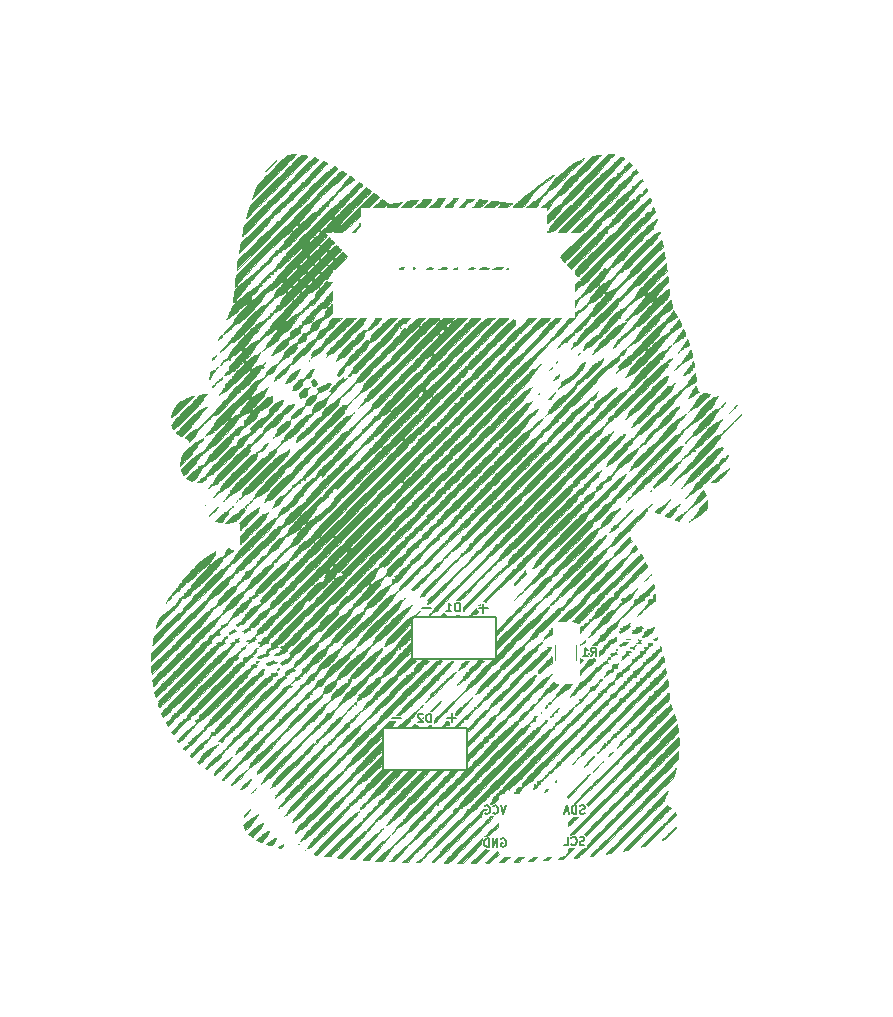
<source format=gbo>
G04 #@! TF.FileFunction,Legend,Bot*
%FSLAX46Y46*%
G04 Gerber Fmt 4.6, Leading zero omitted, Abs format (unit mm)*
G04 Created by KiCad (PCBNEW 4.0.7) date 07/11/18 15:32:24*
%MOMM*%
%LPD*%
G01*
G04 APERTURE LIST*
%ADD10C,0.100000*%
%ADD11C,0.150000*%
%ADD12C,0.120000*%
%ADD13C,0.010000*%
%ADD14C,2.800000*%
%ADD15R,1.600000X3.000000*%
%ADD16R,1.700000X1.900000*%
%ADD17C,2.100000*%
%ADD18O,2.100000X2.100000*%
G04 APERTURE END LIST*
D10*
D11*
X152603200Y-95554800D02*
X145745200Y-95554800D01*
X145745200Y-95554800D02*
X145745200Y-99110800D01*
X145745200Y-99110800D02*
X152857200Y-99110800D01*
X152857200Y-99110800D02*
X152857200Y-95554800D01*
X152857200Y-95554800D02*
X152603200Y-95554800D01*
X150114000Y-104952800D02*
X143256000Y-104952800D01*
X143256000Y-104952800D02*
X143256000Y-108508800D01*
X143256000Y-108508800D02*
X150368000Y-108508800D01*
X150368000Y-108508800D02*
X150368000Y-104952800D01*
X150368000Y-104952800D02*
X150114000Y-104952800D01*
D12*
X157870000Y-97952000D02*
X157870000Y-99152000D01*
X159630000Y-99152000D02*
X159630000Y-97952000D01*
D13*
G36*
X184679167Y-127359833D02*
X112670167Y-127359833D01*
X112670167Y-104261711D01*
X114663659Y-104261711D01*
X114663660Y-105326889D01*
X114663671Y-106372112D01*
X114663694Y-107396718D01*
X114663727Y-108400047D01*
X114663772Y-109381437D01*
X114663826Y-110340228D01*
X114663892Y-111275758D01*
X114663968Y-112187367D01*
X114664054Y-113074394D01*
X114664150Y-113936178D01*
X114664257Y-114772057D01*
X114664374Y-115581372D01*
X114664501Y-116363460D01*
X114664638Y-117117661D01*
X114664785Y-117843314D01*
X114664942Y-118539758D01*
X114665108Y-119206332D01*
X114665285Y-119842375D01*
X114665471Y-120447226D01*
X114665666Y-121020225D01*
X114665871Y-121560709D01*
X114666085Y-122068019D01*
X114666309Y-122541492D01*
X114666541Y-122980469D01*
X114666783Y-123384289D01*
X114667034Y-123752290D01*
X114667294Y-124083811D01*
X114667563Y-124378191D01*
X114667841Y-124634770D01*
X114668127Y-124852886D01*
X114668422Y-125031879D01*
X114668726Y-125171088D01*
X114669038Y-125269851D01*
X114669359Y-125327507D01*
X114669640Y-125343708D01*
X114677259Y-125344873D01*
X114699570Y-125346006D01*
X114737097Y-125347106D01*
X114790365Y-125348174D01*
X114859898Y-125349212D01*
X114946220Y-125350218D01*
X115049855Y-125351194D01*
X115171329Y-125352139D01*
X115311166Y-125353056D01*
X115469889Y-125353942D01*
X115648024Y-125354800D01*
X115846094Y-125355630D01*
X116064624Y-125356431D01*
X116304139Y-125357205D01*
X116565162Y-125357951D01*
X116848219Y-125358671D01*
X117153833Y-125359364D01*
X117482529Y-125360031D01*
X117834831Y-125360673D01*
X118211265Y-125361289D01*
X118612353Y-125361881D01*
X119038620Y-125362448D01*
X119490592Y-125362991D01*
X119968791Y-125363511D01*
X120473743Y-125364007D01*
X121005973Y-125364481D01*
X121566003Y-125364933D01*
X122154359Y-125365362D01*
X122771566Y-125365770D01*
X123418147Y-125366157D01*
X124094626Y-125366523D01*
X124801529Y-125366869D01*
X125539380Y-125367195D01*
X126308702Y-125367501D01*
X127110021Y-125367789D01*
X127943861Y-125368057D01*
X128810746Y-125368308D01*
X129711200Y-125368540D01*
X130645748Y-125368755D01*
X131614915Y-125368954D01*
X132619224Y-125369135D01*
X133659201Y-125369300D01*
X134735368Y-125369450D01*
X135848252Y-125369584D01*
X136998375Y-125369703D01*
X138186264Y-125369807D01*
X139412441Y-125369897D01*
X140677431Y-125369974D01*
X141981760Y-125370037D01*
X143325950Y-125370087D01*
X144710527Y-125370125D01*
X146136014Y-125370150D01*
X147602937Y-125370164D01*
X148674002Y-125370167D01*
X182668333Y-125370167D01*
X182668333Y-47349820D01*
X148669375Y-47355118D01*
X114670417Y-47360417D01*
X114665013Y-86338833D01*
X114664840Y-87624028D01*
X114664679Y-88899182D01*
X114664531Y-90163634D01*
X114664394Y-91416724D01*
X114664269Y-92657789D01*
X114664157Y-93886169D01*
X114664055Y-95101203D01*
X114663966Y-96302231D01*
X114663888Y-97488591D01*
X114663821Y-98659622D01*
X114663766Y-99814663D01*
X114663723Y-100953053D01*
X114663690Y-102074132D01*
X114663669Y-103177238D01*
X114663659Y-104261711D01*
X112670167Y-104261711D01*
X112670167Y-45360167D01*
X184679167Y-45360167D01*
X184679167Y-127359833D01*
X184679167Y-127359833D01*
G37*
X184679167Y-127359833D02*
X112670167Y-127359833D01*
X112670167Y-104261711D01*
X114663659Y-104261711D01*
X114663660Y-105326889D01*
X114663671Y-106372112D01*
X114663694Y-107396718D01*
X114663727Y-108400047D01*
X114663772Y-109381437D01*
X114663826Y-110340228D01*
X114663892Y-111275758D01*
X114663968Y-112187367D01*
X114664054Y-113074394D01*
X114664150Y-113936178D01*
X114664257Y-114772057D01*
X114664374Y-115581372D01*
X114664501Y-116363460D01*
X114664638Y-117117661D01*
X114664785Y-117843314D01*
X114664942Y-118539758D01*
X114665108Y-119206332D01*
X114665285Y-119842375D01*
X114665471Y-120447226D01*
X114665666Y-121020225D01*
X114665871Y-121560709D01*
X114666085Y-122068019D01*
X114666309Y-122541492D01*
X114666541Y-122980469D01*
X114666783Y-123384289D01*
X114667034Y-123752290D01*
X114667294Y-124083811D01*
X114667563Y-124378191D01*
X114667841Y-124634770D01*
X114668127Y-124852886D01*
X114668422Y-125031879D01*
X114668726Y-125171088D01*
X114669038Y-125269851D01*
X114669359Y-125327507D01*
X114669640Y-125343708D01*
X114677259Y-125344873D01*
X114699570Y-125346006D01*
X114737097Y-125347106D01*
X114790365Y-125348174D01*
X114859898Y-125349212D01*
X114946220Y-125350218D01*
X115049855Y-125351194D01*
X115171329Y-125352139D01*
X115311166Y-125353056D01*
X115469889Y-125353942D01*
X115648024Y-125354800D01*
X115846094Y-125355630D01*
X116064624Y-125356431D01*
X116304139Y-125357205D01*
X116565162Y-125357951D01*
X116848219Y-125358671D01*
X117153833Y-125359364D01*
X117482529Y-125360031D01*
X117834831Y-125360673D01*
X118211265Y-125361289D01*
X118612353Y-125361881D01*
X119038620Y-125362448D01*
X119490592Y-125362991D01*
X119968791Y-125363511D01*
X120473743Y-125364007D01*
X121005973Y-125364481D01*
X121566003Y-125364933D01*
X122154359Y-125365362D01*
X122771566Y-125365770D01*
X123418147Y-125366157D01*
X124094626Y-125366523D01*
X124801529Y-125366869D01*
X125539380Y-125367195D01*
X126308702Y-125367501D01*
X127110021Y-125367789D01*
X127943861Y-125368057D01*
X128810746Y-125368308D01*
X129711200Y-125368540D01*
X130645748Y-125368755D01*
X131614915Y-125368954D01*
X132619224Y-125369135D01*
X133659201Y-125369300D01*
X134735368Y-125369450D01*
X135848252Y-125369584D01*
X136998375Y-125369703D01*
X138186264Y-125369807D01*
X139412441Y-125369897D01*
X140677431Y-125369974D01*
X141981760Y-125370037D01*
X143325950Y-125370087D01*
X144710527Y-125370125D01*
X146136014Y-125370150D01*
X147602937Y-125370164D01*
X148674002Y-125370167D01*
X182668333Y-125370167D01*
X182668333Y-47349820D01*
X148669375Y-47355118D01*
X114670417Y-47360417D01*
X114665013Y-86338833D01*
X114664840Y-87624028D01*
X114664679Y-88899182D01*
X114664531Y-90163634D01*
X114664394Y-91416724D01*
X114664269Y-92657789D01*
X114664157Y-93886169D01*
X114664055Y-95101203D01*
X114663966Y-96302231D01*
X114663888Y-97488591D01*
X114663821Y-98659622D01*
X114663766Y-99814663D01*
X114663723Y-100953053D01*
X114663690Y-102074132D01*
X114663669Y-103177238D01*
X114663659Y-104261711D01*
X112670167Y-104261711D01*
X112670167Y-45360167D01*
X184679167Y-45360167D01*
X184679167Y-127359833D01*
G36*
X152527744Y-112394388D02*
X152557387Y-112406378D01*
X152636193Y-112439305D01*
X152226755Y-112866944D01*
X152095473Y-113004172D01*
X151944645Y-113162013D01*
X151783886Y-113330394D01*
X151622811Y-113499241D01*
X151471036Y-113658480D01*
X151374130Y-113760250D01*
X151212548Y-113929631D01*
X151040081Y-114109702D01*
X150859408Y-114297713D01*
X150673206Y-114490916D01*
X150484156Y-114686563D01*
X150294936Y-114881905D01*
X150108225Y-115074192D01*
X149926702Y-115260677D01*
X149753046Y-115438612D01*
X149589936Y-115605246D01*
X149440051Y-115757833D01*
X149306069Y-115893622D01*
X149190670Y-116009866D01*
X149096533Y-116103816D01*
X149026336Y-116172724D01*
X148982758Y-116213840D01*
X148982664Y-116213924D01*
X148827085Y-116353167D01*
X148645043Y-116353167D01*
X148563215Y-116351143D01*
X148500451Y-116345740D01*
X148466411Y-116337956D01*
X148463000Y-116334328D01*
X148478439Y-116296364D01*
X148523576Y-116231878D01*
X148596645Y-116142668D01*
X148695875Y-116030532D01*
X148819500Y-115897266D01*
X148965750Y-115744669D01*
X149132857Y-115574536D01*
X149319054Y-115388665D01*
X149522571Y-115188854D01*
X149741640Y-114976900D01*
X149974494Y-114754599D01*
X150219363Y-114523750D01*
X150474480Y-114286149D01*
X150516167Y-114247594D01*
X150773498Y-114009454D01*
X151001177Y-113797890D01*
X151200991Y-113611127D01*
X151374724Y-113447389D01*
X151524164Y-113304902D01*
X151651094Y-113181890D01*
X151757302Y-113076578D01*
X151844573Y-112987190D01*
X151914692Y-112911951D01*
X151969446Y-112849087D01*
X152010620Y-112796822D01*
X152040001Y-112753380D01*
X152059373Y-112716986D01*
X152062012Y-112710861D01*
X152086631Y-112667764D01*
X152110792Y-112648925D01*
X152111526Y-112648893D01*
X152131564Y-112641865D01*
X152167919Y-112618928D01*
X152224616Y-112577121D01*
X152305680Y-112513488D01*
X152406808Y-112431850D01*
X152453668Y-112396345D01*
X152487544Y-112384946D01*
X152527744Y-112394388D01*
X152527744Y-112394388D01*
G37*
X152527744Y-112394388D02*
X152557387Y-112406378D01*
X152636193Y-112439305D01*
X152226755Y-112866944D01*
X152095473Y-113004172D01*
X151944645Y-113162013D01*
X151783886Y-113330394D01*
X151622811Y-113499241D01*
X151471036Y-113658480D01*
X151374130Y-113760250D01*
X151212548Y-113929631D01*
X151040081Y-114109702D01*
X150859408Y-114297713D01*
X150673206Y-114490916D01*
X150484156Y-114686563D01*
X150294936Y-114881905D01*
X150108225Y-115074192D01*
X149926702Y-115260677D01*
X149753046Y-115438612D01*
X149589936Y-115605246D01*
X149440051Y-115757833D01*
X149306069Y-115893622D01*
X149190670Y-116009866D01*
X149096533Y-116103816D01*
X149026336Y-116172724D01*
X148982758Y-116213840D01*
X148982664Y-116213924D01*
X148827085Y-116353167D01*
X148645043Y-116353167D01*
X148563215Y-116351143D01*
X148500451Y-116345740D01*
X148466411Y-116337956D01*
X148463000Y-116334328D01*
X148478439Y-116296364D01*
X148523576Y-116231878D01*
X148596645Y-116142668D01*
X148695875Y-116030532D01*
X148819500Y-115897266D01*
X148965750Y-115744669D01*
X149132857Y-115574536D01*
X149319054Y-115388665D01*
X149522571Y-115188854D01*
X149741640Y-114976900D01*
X149974494Y-114754599D01*
X150219363Y-114523750D01*
X150474480Y-114286149D01*
X150516167Y-114247594D01*
X150773498Y-114009454D01*
X151001177Y-113797890D01*
X151200991Y-113611127D01*
X151374724Y-113447389D01*
X151524164Y-113304902D01*
X151651094Y-113181890D01*
X151757302Y-113076578D01*
X151844573Y-112987190D01*
X151914692Y-112911951D01*
X151969446Y-112849087D01*
X152010620Y-112796822D01*
X152040001Y-112753380D01*
X152059373Y-112716986D01*
X152062012Y-112710861D01*
X152086631Y-112667764D01*
X152110792Y-112648925D01*
X152111526Y-112648893D01*
X152131564Y-112641865D01*
X152167919Y-112618928D01*
X152224616Y-112577121D01*
X152305680Y-112513488D01*
X152406808Y-112431850D01*
X152453668Y-112396345D01*
X152487544Y-112384946D01*
X152527744Y-112394388D01*
G36*
X151653769Y-114400754D02*
X151627429Y-114494011D01*
X151606042Y-114596099D01*
X151599182Y-114642702D01*
X151585083Y-114764717D01*
X150025913Y-116353167D01*
X149595657Y-116353167D01*
X150294037Y-115653284D01*
X150451617Y-115495722D01*
X150613370Y-115334640D01*
X150774064Y-115175206D01*
X150928463Y-115022589D01*
X151071335Y-114881958D01*
X151197445Y-114758480D01*
X151301559Y-114657324D01*
X151343338Y-114617110D01*
X151694259Y-114280820D01*
X151653769Y-114400754D01*
X151653769Y-114400754D01*
G37*
X151653769Y-114400754D02*
X151627429Y-114494011D01*
X151606042Y-114596099D01*
X151599182Y-114642702D01*
X151585083Y-114764717D01*
X150025913Y-116353167D01*
X149595657Y-116353167D01*
X150294037Y-115653284D01*
X150451617Y-115495722D01*
X150613370Y-115334640D01*
X150774064Y-115175206D01*
X150928463Y-115022589D01*
X151071335Y-114881958D01*
X151197445Y-114758480D01*
X151301559Y-114657324D01*
X151343338Y-114617110D01*
X151694259Y-114280820D01*
X151653769Y-114400754D01*
G36*
X151953592Y-115222888D02*
X151991862Y-115232222D01*
X152056856Y-115241509D01*
X152118843Y-115247442D01*
X152250436Y-115257343D01*
X151183694Y-116353167D01*
X150955764Y-116353167D01*
X150863270Y-116352349D01*
X150788819Y-116350135D01*
X150741045Y-116346883D01*
X150727833Y-116343721D01*
X150742694Y-116327589D01*
X150785066Y-116285632D01*
X150851629Y-116221039D01*
X150939065Y-116136996D01*
X151044054Y-116036690D01*
X151163280Y-115923309D01*
X151293421Y-115800041D01*
X151323884Y-115771255D01*
X151488178Y-115616782D01*
X151624313Y-115490440D01*
X151734200Y-115390563D01*
X151819751Y-115315484D01*
X151882879Y-115263540D01*
X151925497Y-115233064D01*
X151949517Y-115222391D01*
X151953592Y-115222888D01*
X151953592Y-115222888D01*
G37*
X151953592Y-115222888D02*
X151991862Y-115232222D01*
X152056856Y-115241509D01*
X152118843Y-115247442D01*
X152250436Y-115257343D01*
X151183694Y-116353167D01*
X150955764Y-116353167D01*
X150863270Y-116352349D01*
X150788819Y-116350135D01*
X150741045Y-116346883D01*
X150727833Y-116343721D01*
X150742694Y-116327589D01*
X150785066Y-116285632D01*
X150851629Y-116221039D01*
X150939065Y-116136996D01*
X151044054Y-116036690D01*
X151163280Y-115923309D01*
X151293421Y-115800041D01*
X151323884Y-115771255D01*
X151488178Y-115616782D01*
X151624313Y-115490440D01*
X151734200Y-115390563D01*
X151819751Y-115315484D01*
X151882879Y-115263540D01*
X151925497Y-115233064D01*
X151949517Y-115222391D01*
X151953592Y-115222888D01*
G36*
X152997770Y-115413899D02*
X153019744Y-115487145D01*
X153047479Y-115552499D01*
X153081501Y-115618290D01*
X152726432Y-115973819D01*
X152371364Y-116329349D01*
X152163381Y-116335966D01*
X152076138Y-116337617D01*
X152008040Y-116336754D01*
X151967808Y-116333615D01*
X151960740Y-116330442D01*
X151976737Y-116313385D01*
X152019694Y-116270539D01*
X152086014Y-116205414D01*
X152172099Y-116121520D01*
X152274353Y-116022365D01*
X152389177Y-115911458D01*
X152474083Y-115829695D01*
X152982083Y-115341090D01*
X152997770Y-115413899D01*
X152997770Y-115413899D01*
G37*
X152997770Y-115413899D02*
X153019744Y-115487145D01*
X153047479Y-115552499D01*
X153081501Y-115618290D01*
X152726432Y-115973819D01*
X152371364Y-116329349D01*
X152163381Y-116335966D01*
X152076138Y-116337617D01*
X152008040Y-116336754D01*
X151967808Y-116333615D01*
X151960740Y-116330442D01*
X151976737Y-116313385D01*
X152019694Y-116270539D01*
X152086014Y-116205414D01*
X152172099Y-116121520D01*
X152274353Y-116022365D01*
X152389177Y-115911458D01*
X152474083Y-115829695D01*
X152982083Y-115341090D01*
X152997770Y-115413899D01*
G36*
X152069978Y-111797205D02*
X152043386Y-111835773D01*
X152039780Y-111840663D01*
X151998458Y-111885562D01*
X151960230Y-111897881D01*
X151943101Y-111895236D01*
X151870943Y-111897040D01*
X151798409Y-111930945D01*
X151735712Y-111988065D01*
X151693060Y-112059513D01*
X151680194Y-112124074D01*
X151668541Y-112174955D01*
X151640433Y-112232494D01*
X151638000Y-112236250D01*
X151608507Y-112300285D01*
X151595815Y-112366485D01*
X151595806Y-112367707D01*
X151593390Y-112407964D01*
X151581515Y-112439034D01*
X151552953Y-112469442D01*
X151500470Y-112507709D01*
X151447500Y-112542525D01*
X151387965Y-112587793D01*
X151301933Y-112663228D01*
X151190955Y-112767288D01*
X151056581Y-112898431D01*
X150900363Y-113055117D01*
X150723851Y-113235802D01*
X150528595Y-113438947D01*
X150316146Y-113663008D01*
X150253558Y-113729532D01*
X150040808Y-113954251D01*
X149821896Y-114182156D01*
X149600363Y-114409744D01*
X149379752Y-114633512D01*
X149163604Y-114849957D01*
X148955459Y-115055577D01*
X148758860Y-115246867D01*
X148577348Y-115420326D01*
X148414464Y-115572449D01*
X148273750Y-115699735D01*
X148177641Y-115782909D01*
X148064862Y-115878470D01*
X147952977Y-115974543D01*
X147849813Y-116064314D01*
X147763198Y-116140969D01*
X147700957Y-116197697D01*
X147698817Y-116199708D01*
X147627407Y-116264629D01*
X147575527Y-116304453D01*
X147533698Y-116324915D01*
X147492439Y-116331748D01*
X147480113Y-116332000D01*
X147401958Y-116332000D01*
X147450937Y-116244463D01*
X147480823Y-116201899D01*
X147534863Y-116135523D01*
X147607526Y-116051704D01*
X147693281Y-115956814D01*
X147786599Y-115857221D01*
X147792494Y-115851051D01*
X147924591Y-115709546D01*
X148024358Y-115595016D01*
X148091942Y-115507282D01*
X148126566Y-115448375D01*
X148154668Y-115400228D01*
X148206358Y-115332495D01*
X148282321Y-115244510D01*
X148383237Y-115135609D01*
X148509792Y-115005127D01*
X148662667Y-114852397D01*
X148842545Y-114676756D01*
X149050110Y-114477537D01*
X149286045Y-114254076D01*
X149551032Y-114005707D01*
X149845755Y-113731766D01*
X150170897Y-113431587D01*
X150527140Y-113104505D01*
X150629432Y-113010868D01*
X150825953Y-112829927D01*
X150992217Y-112674175D01*
X151130280Y-112541452D01*
X151242197Y-112429597D01*
X151330023Y-112336449D01*
X151395814Y-112259847D01*
X151441625Y-112197631D01*
X151469512Y-112147639D01*
X151479911Y-112116823D01*
X151504820Y-112064208D01*
X151539179Y-112032544D01*
X151578139Y-112005793D01*
X151633820Y-111959500D01*
X151686444Y-111911011D01*
X151744399Y-111857631D01*
X151788534Y-111828095D01*
X151833973Y-111815355D01*
X151895839Y-111812362D01*
X151898111Y-111812349D01*
X151969755Y-111808495D01*
X152028756Y-111799315D01*
X152048680Y-111792973D01*
X152071360Y-111784988D01*
X152069978Y-111797205D01*
X152069978Y-111797205D01*
G37*
X152069978Y-111797205D02*
X152043386Y-111835773D01*
X152039780Y-111840663D01*
X151998458Y-111885562D01*
X151960230Y-111897881D01*
X151943101Y-111895236D01*
X151870943Y-111897040D01*
X151798409Y-111930945D01*
X151735712Y-111988065D01*
X151693060Y-112059513D01*
X151680194Y-112124074D01*
X151668541Y-112174955D01*
X151640433Y-112232494D01*
X151638000Y-112236250D01*
X151608507Y-112300285D01*
X151595815Y-112366485D01*
X151595806Y-112367707D01*
X151593390Y-112407964D01*
X151581515Y-112439034D01*
X151552953Y-112469442D01*
X151500470Y-112507709D01*
X151447500Y-112542525D01*
X151387965Y-112587793D01*
X151301933Y-112663228D01*
X151190955Y-112767288D01*
X151056581Y-112898431D01*
X150900363Y-113055117D01*
X150723851Y-113235802D01*
X150528595Y-113438947D01*
X150316146Y-113663008D01*
X150253558Y-113729532D01*
X150040808Y-113954251D01*
X149821896Y-114182156D01*
X149600363Y-114409744D01*
X149379752Y-114633512D01*
X149163604Y-114849957D01*
X148955459Y-115055577D01*
X148758860Y-115246867D01*
X148577348Y-115420326D01*
X148414464Y-115572449D01*
X148273750Y-115699735D01*
X148177641Y-115782909D01*
X148064862Y-115878470D01*
X147952977Y-115974543D01*
X147849813Y-116064314D01*
X147763198Y-116140969D01*
X147700957Y-116197697D01*
X147698817Y-116199708D01*
X147627407Y-116264629D01*
X147575527Y-116304453D01*
X147533698Y-116324915D01*
X147492439Y-116331748D01*
X147480113Y-116332000D01*
X147401958Y-116332000D01*
X147450937Y-116244463D01*
X147480823Y-116201899D01*
X147534863Y-116135523D01*
X147607526Y-116051704D01*
X147693281Y-115956814D01*
X147786599Y-115857221D01*
X147792494Y-115851051D01*
X147924591Y-115709546D01*
X148024358Y-115595016D01*
X148091942Y-115507282D01*
X148126566Y-115448375D01*
X148154668Y-115400228D01*
X148206358Y-115332495D01*
X148282321Y-115244510D01*
X148383237Y-115135609D01*
X148509792Y-115005127D01*
X148662667Y-114852397D01*
X148842545Y-114676756D01*
X149050110Y-114477537D01*
X149286045Y-114254076D01*
X149551032Y-114005707D01*
X149845755Y-113731766D01*
X150170897Y-113431587D01*
X150527140Y-113104505D01*
X150629432Y-113010868D01*
X150825953Y-112829927D01*
X150992217Y-112674175D01*
X151130280Y-112541452D01*
X151242197Y-112429597D01*
X151330023Y-112336449D01*
X151395814Y-112259847D01*
X151441625Y-112197631D01*
X151469512Y-112147639D01*
X151479911Y-112116823D01*
X151504820Y-112064208D01*
X151539179Y-112032544D01*
X151578139Y-112005793D01*
X151633820Y-111959500D01*
X151686444Y-111911011D01*
X151744399Y-111857631D01*
X151788534Y-111828095D01*
X151833973Y-111815355D01*
X151895839Y-111812362D01*
X151898111Y-111812349D01*
X151969755Y-111808495D01*
X152028756Y-111799315D01*
X152048680Y-111792973D01*
X152071360Y-111784988D01*
X152069978Y-111797205D01*
G36*
X161858418Y-100781786D02*
X161851060Y-100807096D01*
X161814193Y-100854868D01*
X161747379Y-100927491D01*
X161673509Y-101003621D01*
X161510479Y-101183168D01*
X161384529Y-101352426D01*
X161292868Y-101515340D01*
X161263630Y-101583580D01*
X161236719Y-101649947D01*
X161215683Y-101685149D01*
X161191286Y-101697565D01*
X161154297Y-101695575D01*
X161142152Y-101693831D01*
X161080824Y-101693790D01*
X161015982Y-101715845D01*
X160967772Y-101742001D01*
X160848800Y-101824808D01*
X160719040Y-101936230D01*
X160586905Y-102067152D01*
X160460807Y-102208458D01*
X160349160Y-102351036D01*
X160260375Y-102485769D01*
X160230349Y-102540959D01*
X160192997Y-102610383D01*
X160163373Y-102649008D01*
X160133408Y-102665310D01*
X160109482Y-102667959D01*
X160061672Y-102680265D01*
X160027313Y-102722116D01*
X160020000Y-102736794D01*
X159973659Y-102797160D01*
X159929844Y-102817894D01*
X159859893Y-102847889D01*
X159772975Y-102906572D01*
X159675447Y-102987305D01*
X159573664Y-103083446D01*
X159473982Y-103188356D01*
X159382756Y-103295394D01*
X159306344Y-103397920D01*
X159251101Y-103489293D01*
X159225370Y-103553886D01*
X159192542Y-103607199D01*
X159123691Y-103660647D01*
X159117299Y-103664458D01*
X159028376Y-103727270D01*
X158933494Y-103812108D01*
X158840062Y-103910331D01*
X158755487Y-104013296D01*
X158687178Y-104112364D01*
X158642542Y-104198892D01*
X158632504Y-104229958D01*
X158610553Y-104274202D01*
X158583664Y-104288631D01*
X158513397Y-104305578D01*
X158422889Y-104352575D01*
X158317809Y-104426197D01*
X158219910Y-104508375D01*
X158137290Y-104577373D01*
X158050025Y-104641502D01*
X157972492Y-104690482D01*
X157946356Y-104704030D01*
X157857649Y-104748145D01*
X157801375Y-104785712D01*
X157770346Y-104825094D01*
X157757374Y-104874654D01*
X157755167Y-104926447D01*
X157753551Y-104987887D01*
X157744402Y-105018075D01*
X157721265Y-105028079D01*
X157695356Y-105029000D01*
X157640320Y-105042200D01*
X157585343Y-105084532D01*
X157526289Y-105160087D01*
X157471451Y-105250541D01*
X157432632Y-105315009D01*
X157383780Y-105387516D01*
X157323627Y-105469435D01*
X157250904Y-105562141D01*
X157164346Y-105667005D01*
X157062683Y-105785401D01*
X156944649Y-105918703D01*
X156808976Y-106068283D01*
X156654396Y-106235516D01*
X156479643Y-106421775D01*
X156283447Y-106628432D01*
X156064543Y-106856861D01*
X155821661Y-107108436D01*
X155553536Y-107384530D01*
X155258898Y-107686516D01*
X154936481Y-108015767D01*
X154648253Y-108309330D01*
X154372647Y-108590120D01*
X154126067Y-108842139D01*
X153907505Y-109066454D01*
X153715956Y-109264128D01*
X153550412Y-109436227D01*
X153409866Y-109583816D01*
X153293313Y-109707961D01*
X153199744Y-109809726D01*
X153128153Y-109890178D01*
X153077534Y-109950380D01*
X153046879Y-109991398D01*
X153035182Y-110014297D01*
X153035000Y-110016152D01*
X153018285Y-110042663D01*
X153005797Y-110045500D01*
X152973540Y-110056630D01*
X152920466Y-110090816D01*
X152845174Y-110149252D01*
X152746262Y-110233133D01*
X152622330Y-110343651D01*
X152471978Y-110482002D01*
X152293803Y-110649379D01*
X152262417Y-110679126D01*
X152138985Y-110795332D01*
X152019078Y-110906547D01*
X151907861Y-111008105D01*
X151810499Y-111095341D01*
X151732158Y-111163590D01*
X151678001Y-111208186D01*
X151669750Y-111214430D01*
X151584991Y-111283372D01*
X151492322Y-111369399D01*
X151400096Y-111463623D01*
X151316666Y-111557156D01*
X151250387Y-111641111D01*
X151212267Y-111701204D01*
X151179829Y-111750821D01*
X151147689Y-111778848D01*
X151138675Y-111781167D01*
X151119094Y-111784151D01*
X151094274Y-111794087D01*
X151062664Y-111812447D01*
X151022711Y-111840703D01*
X150972865Y-111880328D01*
X150911573Y-111932793D01*
X150837285Y-111999573D01*
X150748449Y-112082138D01*
X150643513Y-112181962D01*
X150520926Y-112300516D01*
X150379137Y-112439274D01*
X150216594Y-112599708D01*
X150031746Y-112783291D01*
X149823041Y-112991494D01*
X149588928Y-113225790D01*
X149327855Y-113487652D01*
X149108583Y-113707889D01*
X148869403Y-113947713D01*
X148657807Y-114158688D01*
X148472020Y-114342465D01*
X148310265Y-114500692D01*
X148170767Y-114635020D01*
X148051750Y-114747097D01*
X147951437Y-114838572D01*
X147868054Y-114911096D01*
X147799825Y-114966318D01*
X147744973Y-115005887D01*
X147701722Y-115031453D01*
X147669759Y-115044272D01*
X147638829Y-115056279D01*
X147602174Y-115078397D01*
X147556024Y-115113978D01*
X147496610Y-115166376D01*
X147420161Y-115238944D01*
X147322906Y-115335036D01*
X147201075Y-115458005D01*
X147176594Y-115482897D01*
X147057050Y-115605227D01*
X146936367Y-115729945D01*
X146821044Y-115850244D01*
X146717584Y-115959315D01*
X146632489Y-116050351D01*
X146583927Y-116103480D01*
X146399250Y-116308877D01*
X146104878Y-116310833D01*
X146213534Y-116242042D01*
X146349787Y-116144856D01*
X146502160Y-116016743D01*
X146664905Y-115863025D01*
X146832276Y-115689023D01*
X146936616Y-115572408D01*
X147037213Y-115457208D01*
X147114610Y-115369970D01*
X147173153Y-115306510D01*
X147217183Y-115262641D01*
X147251044Y-115234176D01*
X147279078Y-115216929D01*
X147305629Y-115206715D01*
X147320000Y-115202864D01*
X147364062Y-115175165D01*
X147423980Y-115109548D01*
X147494564Y-115013728D01*
X147564661Y-114917886D01*
X147652410Y-114808253D01*
X147759686Y-114682788D01*
X147888365Y-114539450D01*
X148040322Y-114376201D01*
X148217434Y-114191000D01*
X148421575Y-113981806D01*
X148654621Y-113746580D01*
X148716128Y-113684959D01*
X148940112Y-113462047D01*
X149136483Y-113269214D01*
X149306351Y-113105443D01*
X149450825Y-112969715D01*
X149571013Y-112861008D01*
X149668024Y-112778306D01*
X149742968Y-112720588D01*
X149796954Y-112686835D01*
X149807658Y-112681874D01*
X149865124Y-112641940D01*
X149933562Y-112567458D01*
X149977852Y-112508300D01*
X150038556Y-112423753D01*
X150112644Y-112323225D01*
X150187321Y-112224007D01*
X150213238Y-112190185D01*
X150290093Y-112086918D01*
X150342067Y-112007130D01*
X150373118Y-111943310D01*
X150387207Y-111887948D01*
X150389167Y-111856493D01*
X150393511Y-111827978D01*
X150413332Y-111811664D01*
X150458810Y-111802433D01*
X150505746Y-111797908D01*
X150604841Y-111777277D01*
X150678407Y-111736493D01*
X150720362Y-111679895D01*
X150727833Y-111639463D01*
X150729892Y-111625956D01*
X150736962Y-111608454D01*
X150750386Y-111585561D01*
X150771504Y-111555878D01*
X150801661Y-111518009D01*
X150842196Y-111470556D01*
X150894451Y-111412123D01*
X150959770Y-111341311D01*
X151039493Y-111256724D01*
X151134962Y-111156965D01*
X151247520Y-111040636D01*
X151378507Y-110906340D01*
X151529266Y-110752680D01*
X151701139Y-110578258D01*
X151895467Y-110381677D01*
X152113592Y-110161541D01*
X152356857Y-109916452D01*
X152626602Y-109645012D01*
X152924171Y-109345824D01*
X153106464Y-109162622D01*
X153512637Y-108754774D01*
X153890099Y-108376392D01*
X154239700Y-108026637D01*
X154562293Y-107704674D01*
X154858727Y-107409666D01*
X155129856Y-107140777D01*
X155376529Y-106897170D01*
X155599599Y-106678008D01*
X155799916Y-106482456D01*
X155978332Y-106309677D01*
X156135698Y-106158834D01*
X156272865Y-106029091D01*
X156390686Y-105919611D01*
X156490010Y-105829559D01*
X156569833Y-105759683D01*
X156669879Y-105673004D01*
X156787609Y-105569215D01*
X156909768Y-105460098D01*
X157023101Y-105357433D01*
X157046083Y-105336378D01*
X157151948Y-105239245D01*
X157231586Y-105166869D01*
X157289963Y-105115387D01*
X157332047Y-105080935D01*
X157362802Y-105059650D01*
X157387195Y-105047669D01*
X157410192Y-105041128D01*
X157430540Y-105037284D01*
X157497054Y-105016936D01*
X157562180Y-104976594D01*
X157636103Y-104909410D01*
X157664188Y-104880156D01*
X157715885Y-104817901D01*
X157769715Y-104741612D01*
X157819232Y-104661947D01*
X157857989Y-104589567D01*
X157879542Y-104535131D01*
X157881914Y-104520098D01*
X157902181Y-104492168D01*
X157958136Y-104467032D01*
X157972125Y-104462954D01*
X158061136Y-104424044D01*
X158150444Y-104360188D01*
X158231839Y-104280348D01*
X158297108Y-104193491D01*
X158338040Y-104108578D01*
X158347833Y-104052831D01*
X158355615Y-104010802D01*
X158386650Y-103984445D01*
X158423261Y-103970223D01*
X158549360Y-103912036D01*
X158690124Y-103816492D01*
X158843599Y-103685167D01*
X159007834Y-103519639D01*
X159080432Y-103439299D01*
X159125645Y-103397537D01*
X159188462Y-103350410D01*
X159218015Y-103331076D01*
X159265231Y-103297024D01*
X159335532Y-103240177D01*
X159421350Y-103166942D01*
X159515116Y-103083722D01*
X159574289Y-103029582D01*
X159663915Y-102947879D01*
X159745111Y-102876331D01*
X159811895Y-102820017D01*
X159858290Y-102784014D01*
X159875865Y-102773470D01*
X159912918Y-102741188D01*
X159930775Y-102680196D01*
X159927238Y-102600557D01*
X159920409Y-102569654D01*
X159898881Y-102489000D01*
X159964732Y-102488921D01*
X160024634Y-102479772D01*
X160090184Y-102450117D01*
X160166550Y-102396432D01*
X160258900Y-102315191D01*
X160348580Y-102227163D01*
X160502586Y-102064372D01*
X160630888Y-101914612D01*
X160731697Y-101780416D01*
X160803222Y-101664318D01*
X160843674Y-101568850D01*
X160852555Y-101513930D01*
X160858023Y-101473480D01*
X160882554Y-101452559D01*
X160931364Y-101441048D01*
X161021533Y-101412431D01*
X161126355Y-101358212D01*
X161237064Y-101285330D01*
X161344894Y-101200722D01*
X161441079Y-101111327D01*
X161516854Y-101024084D01*
X161563452Y-100945931D01*
X161566322Y-100938460D01*
X161589434Y-100889005D01*
X161623413Y-100855585D01*
X161681248Y-100827028D01*
X161707825Y-100816752D01*
X161786362Y-100789002D01*
X161836706Y-100776550D01*
X161858418Y-100781786D01*
X161858418Y-100781786D01*
G37*
X161858418Y-100781786D02*
X161851060Y-100807096D01*
X161814193Y-100854868D01*
X161747379Y-100927491D01*
X161673509Y-101003621D01*
X161510479Y-101183168D01*
X161384529Y-101352426D01*
X161292868Y-101515340D01*
X161263630Y-101583580D01*
X161236719Y-101649947D01*
X161215683Y-101685149D01*
X161191286Y-101697565D01*
X161154297Y-101695575D01*
X161142152Y-101693831D01*
X161080824Y-101693790D01*
X161015982Y-101715845D01*
X160967772Y-101742001D01*
X160848800Y-101824808D01*
X160719040Y-101936230D01*
X160586905Y-102067152D01*
X160460807Y-102208458D01*
X160349160Y-102351036D01*
X160260375Y-102485769D01*
X160230349Y-102540959D01*
X160192997Y-102610383D01*
X160163373Y-102649008D01*
X160133408Y-102665310D01*
X160109482Y-102667959D01*
X160061672Y-102680265D01*
X160027313Y-102722116D01*
X160020000Y-102736794D01*
X159973659Y-102797160D01*
X159929844Y-102817894D01*
X159859893Y-102847889D01*
X159772975Y-102906572D01*
X159675447Y-102987305D01*
X159573664Y-103083446D01*
X159473982Y-103188356D01*
X159382756Y-103295394D01*
X159306344Y-103397920D01*
X159251101Y-103489293D01*
X159225370Y-103553886D01*
X159192542Y-103607199D01*
X159123691Y-103660647D01*
X159117299Y-103664458D01*
X159028376Y-103727270D01*
X158933494Y-103812108D01*
X158840062Y-103910331D01*
X158755487Y-104013296D01*
X158687178Y-104112364D01*
X158642542Y-104198892D01*
X158632504Y-104229958D01*
X158610553Y-104274202D01*
X158583664Y-104288631D01*
X158513397Y-104305578D01*
X158422889Y-104352575D01*
X158317809Y-104426197D01*
X158219910Y-104508375D01*
X158137290Y-104577373D01*
X158050025Y-104641502D01*
X157972492Y-104690482D01*
X157946356Y-104704030D01*
X157857649Y-104748145D01*
X157801375Y-104785712D01*
X157770346Y-104825094D01*
X157757374Y-104874654D01*
X157755167Y-104926447D01*
X157753551Y-104987887D01*
X157744402Y-105018075D01*
X157721265Y-105028079D01*
X157695356Y-105029000D01*
X157640320Y-105042200D01*
X157585343Y-105084532D01*
X157526289Y-105160087D01*
X157471451Y-105250541D01*
X157432632Y-105315009D01*
X157383780Y-105387516D01*
X157323627Y-105469435D01*
X157250904Y-105562141D01*
X157164346Y-105667005D01*
X157062683Y-105785401D01*
X156944649Y-105918703D01*
X156808976Y-106068283D01*
X156654396Y-106235516D01*
X156479643Y-106421775D01*
X156283447Y-106628432D01*
X156064543Y-106856861D01*
X155821661Y-107108436D01*
X155553536Y-107384530D01*
X155258898Y-107686516D01*
X154936481Y-108015767D01*
X154648253Y-108309330D01*
X154372647Y-108590120D01*
X154126067Y-108842139D01*
X153907505Y-109066454D01*
X153715956Y-109264128D01*
X153550412Y-109436227D01*
X153409866Y-109583816D01*
X153293313Y-109707961D01*
X153199744Y-109809726D01*
X153128153Y-109890178D01*
X153077534Y-109950380D01*
X153046879Y-109991398D01*
X153035182Y-110014297D01*
X153035000Y-110016152D01*
X153018285Y-110042663D01*
X153005797Y-110045500D01*
X152973540Y-110056630D01*
X152920466Y-110090816D01*
X152845174Y-110149252D01*
X152746262Y-110233133D01*
X152622330Y-110343651D01*
X152471978Y-110482002D01*
X152293803Y-110649379D01*
X152262417Y-110679126D01*
X152138985Y-110795332D01*
X152019078Y-110906547D01*
X151907861Y-111008105D01*
X151810499Y-111095341D01*
X151732158Y-111163590D01*
X151678001Y-111208186D01*
X151669750Y-111214430D01*
X151584991Y-111283372D01*
X151492322Y-111369399D01*
X151400096Y-111463623D01*
X151316666Y-111557156D01*
X151250387Y-111641111D01*
X151212267Y-111701204D01*
X151179829Y-111750821D01*
X151147689Y-111778848D01*
X151138675Y-111781167D01*
X151119094Y-111784151D01*
X151094274Y-111794087D01*
X151062664Y-111812447D01*
X151022711Y-111840703D01*
X150972865Y-111880328D01*
X150911573Y-111932793D01*
X150837285Y-111999573D01*
X150748449Y-112082138D01*
X150643513Y-112181962D01*
X150520926Y-112300516D01*
X150379137Y-112439274D01*
X150216594Y-112599708D01*
X150031746Y-112783291D01*
X149823041Y-112991494D01*
X149588928Y-113225790D01*
X149327855Y-113487652D01*
X149108583Y-113707889D01*
X148869403Y-113947713D01*
X148657807Y-114158688D01*
X148472020Y-114342465D01*
X148310265Y-114500692D01*
X148170767Y-114635020D01*
X148051750Y-114747097D01*
X147951437Y-114838572D01*
X147868054Y-114911096D01*
X147799825Y-114966318D01*
X147744973Y-115005887D01*
X147701722Y-115031453D01*
X147669759Y-115044272D01*
X147638829Y-115056279D01*
X147602174Y-115078397D01*
X147556024Y-115113978D01*
X147496610Y-115166376D01*
X147420161Y-115238944D01*
X147322906Y-115335036D01*
X147201075Y-115458005D01*
X147176594Y-115482897D01*
X147057050Y-115605227D01*
X146936367Y-115729945D01*
X146821044Y-115850244D01*
X146717584Y-115959315D01*
X146632489Y-116050351D01*
X146583927Y-116103480D01*
X146399250Y-116308877D01*
X146104878Y-116310833D01*
X146213534Y-116242042D01*
X146349787Y-116144856D01*
X146502160Y-116016743D01*
X146664905Y-115863025D01*
X146832276Y-115689023D01*
X146936616Y-115572408D01*
X147037213Y-115457208D01*
X147114610Y-115369970D01*
X147173153Y-115306510D01*
X147217183Y-115262641D01*
X147251044Y-115234176D01*
X147279078Y-115216929D01*
X147305629Y-115206715D01*
X147320000Y-115202864D01*
X147364062Y-115175165D01*
X147423980Y-115109548D01*
X147494564Y-115013728D01*
X147564661Y-114917886D01*
X147652410Y-114808253D01*
X147759686Y-114682788D01*
X147888365Y-114539450D01*
X148040322Y-114376201D01*
X148217434Y-114191000D01*
X148421575Y-113981806D01*
X148654621Y-113746580D01*
X148716128Y-113684959D01*
X148940112Y-113462047D01*
X149136483Y-113269214D01*
X149306351Y-113105443D01*
X149450825Y-112969715D01*
X149571013Y-112861008D01*
X149668024Y-112778306D01*
X149742968Y-112720588D01*
X149796954Y-112686835D01*
X149807658Y-112681874D01*
X149865124Y-112641940D01*
X149933562Y-112567458D01*
X149977852Y-112508300D01*
X150038556Y-112423753D01*
X150112644Y-112323225D01*
X150187321Y-112224007D01*
X150213238Y-112190185D01*
X150290093Y-112086918D01*
X150342067Y-112007130D01*
X150373118Y-111943310D01*
X150387207Y-111887948D01*
X150389167Y-111856493D01*
X150393511Y-111827978D01*
X150413332Y-111811664D01*
X150458810Y-111802433D01*
X150505746Y-111797908D01*
X150604841Y-111777277D01*
X150678407Y-111736493D01*
X150720362Y-111679895D01*
X150727833Y-111639463D01*
X150729892Y-111625956D01*
X150736962Y-111608454D01*
X150750386Y-111585561D01*
X150771504Y-111555878D01*
X150801661Y-111518009D01*
X150842196Y-111470556D01*
X150894451Y-111412123D01*
X150959770Y-111341311D01*
X151039493Y-111256724D01*
X151134962Y-111156965D01*
X151247520Y-111040636D01*
X151378507Y-110906340D01*
X151529266Y-110752680D01*
X151701139Y-110578258D01*
X151895467Y-110381677D01*
X152113592Y-110161541D01*
X152356857Y-109916452D01*
X152626602Y-109645012D01*
X152924171Y-109345824D01*
X153106464Y-109162622D01*
X153512637Y-108754774D01*
X153890099Y-108376392D01*
X154239700Y-108026637D01*
X154562293Y-107704674D01*
X154858727Y-107409666D01*
X155129856Y-107140777D01*
X155376529Y-106897170D01*
X155599599Y-106678008D01*
X155799916Y-106482456D01*
X155978332Y-106309677D01*
X156135698Y-106158834D01*
X156272865Y-106029091D01*
X156390686Y-105919611D01*
X156490010Y-105829559D01*
X156569833Y-105759683D01*
X156669879Y-105673004D01*
X156787609Y-105569215D01*
X156909768Y-105460098D01*
X157023101Y-105357433D01*
X157046083Y-105336378D01*
X157151948Y-105239245D01*
X157231586Y-105166869D01*
X157289963Y-105115387D01*
X157332047Y-105080935D01*
X157362802Y-105059650D01*
X157387195Y-105047669D01*
X157410192Y-105041128D01*
X157430540Y-105037284D01*
X157497054Y-105016936D01*
X157562180Y-104976594D01*
X157636103Y-104909410D01*
X157664188Y-104880156D01*
X157715885Y-104817901D01*
X157769715Y-104741612D01*
X157819232Y-104661947D01*
X157857989Y-104589567D01*
X157879542Y-104535131D01*
X157881914Y-104520098D01*
X157902181Y-104492168D01*
X157958136Y-104467032D01*
X157972125Y-104462954D01*
X158061136Y-104424044D01*
X158150444Y-104360188D01*
X158231839Y-104280348D01*
X158297108Y-104193491D01*
X158338040Y-104108578D01*
X158347833Y-104052831D01*
X158355615Y-104010802D01*
X158386650Y-103984445D01*
X158423261Y-103970223D01*
X158549360Y-103912036D01*
X158690124Y-103816492D01*
X158843599Y-103685167D01*
X159007834Y-103519639D01*
X159080432Y-103439299D01*
X159125645Y-103397537D01*
X159188462Y-103350410D01*
X159218015Y-103331076D01*
X159265231Y-103297024D01*
X159335532Y-103240177D01*
X159421350Y-103166942D01*
X159515116Y-103083722D01*
X159574289Y-103029582D01*
X159663915Y-102947879D01*
X159745111Y-102876331D01*
X159811895Y-102820017D01*
X159858290Y-102784014D01*
X159875865Y-102773470D01*
X159912918Y-102741188D01*
X159930775Y-102680196D01*
X159927238Y-102600557D01*
X159920409Y-102569654D01*
X159898881Y-102489000D01*
X159964732Y-102488921D01*
X160024634Y-102479772D01*
X160090184Y-102450117D01*
X160166550Y-102396432D01*
X160258900Y-102315191D01*
X160348580Y-102227163D01*
X160502586Y-102064372D01*
X160630888Y-101914612D01*
X160731697Y-101780416D01*
X160803222Y-101664318D01*
X160843674Y-101568850D01*
X160852555Y-101513930D01*
X160858023Y-101473480D01*
X160882554Y-101452559D01*
X160931364Y-101441048D01*
X161021533Y-101412431D01*
X161126355Y-101358212D01*
X161237064Y-101285330D01*
X161344894Y-101200722D01*
X161441079Y-101111327D01*
X161516854Y-101024084D01*
X161563452Y-100945931D01*
X161566322Y-100938460D01*
X161589434Y-100889005D01*
X161623413Y-100855585D01*
X161681248Y-100827028D01*
X161707825Y-100816752D01*
X161786362Y-100789002D01*
X161836706Y-100776550D01*
X161858418Y-100781786D01*
G36*
X153807583Y-116078000D02*
X153575472Y-116310833D01*
X153152138Y-116310833D01*
X153384250Y-116078000D01*
X153616361Y-115845167D01*
X154039695Y-115845167D01*
X153807583Y-116078000D01*
X153807583Y-116078000D01*
G37*
X153807583Y-116078000D02*
X153575472Y-116310833D01*
X153152138Y-116310833D01*
X153384250Y-116078000D01*
X153616361Y-115845167D01*
X154039695Y-115845167D01*
X153807583Y-116078000D01*
G36*
X157121414Y-104406559D02*
X157078563Y-104489024D01*
X157045134Y-104537993D01*
X157016249Y-104559815D01*
X157001588Y-104562539D01*
X156953476Y-104572009D01*
X156901953Y-104600776D01*
X156844354Y-104651909D01*
X156778016Y-104728477D01*
X156700276Y-104833549D01*
X156608470Y-104970193D01*
X156502056Y-105138063D01*
X156467830Y-105186227D01*
X156411909Y-105255275D01*
X156333728Y-105345796D01*
X156232720Y-105458379D01*
X156108320Y-105593611D01*
X155959962Y-105752083D01*
X155787079Y-105934381D01*
X155589107Y-106141095D01*
X155365478Y-106372814D01*
X155115627Y-106630125D01*
X154838989Y-106913618D01*
X154534997Y-107223881D01*
X154203085Y-107561502D01*
X153842688Y-107927071D01*
X153453239Y-108321175D01*
X153045309Y-108733167D01*
X152712614Y-109069112D01*
X152408997Y-109376186D01*
X152133513Y-109655362D01*
X151885217Y-109907615D01*
X151663164Y-110133918D01*
X151466410Y-110335244D01*
X151294008Y-110512569D01*
X151145015Y-110666864D01*
X151018485Y-110799105D01*
X150913473Y-110910266D01*
X150829035Y-111001319D01*
X150764224Y-111073238D01*
X150718097Y-111126998D01*
X150698603Y-111151458D01*
X150657391Y-111198608D01*
X150622314Y-111227046D01*
X150611233Y-111230833D01*
X150580277Y-111244123D01*
X150521742Y-111281872D01*
X150440114Y-111340895D01*
X150339876Y-111418010D01*
X150277804Y-111467493D01*
X150199277Y-111506222D01*
X150149170Y-111509893D01*
X150079729Y-111520132D01*
X150029683Y-111563942D01*
X149995347Y-111644725D01*
X149992840Y-111654167D01*
X149979862Y-111696058D01*
X149960436Y-111719406D01*
X149922777Y-111731324D01*
X149855102Y-111738924D01*
X149851963Y-111739206D01*
X149754607Y-111758980D01*
X149688089Y-111801453D01*
X149644412Y-111872476D01*
X149635409Y-111897583D01*
X149611265Y-111940338D01*
X149558105Y-112010798D01*
X149477449Y-112107346D01*
X149370819Y-112228370D01*
X149239737Y-112372255D01*
X149085723Y-112537387D01*
X148910299Y-112722150D01*
X148714986Y-112924931D01*
X148501305Y-113144116D01*
X148270777Y-113378090D01*
X148024924Y-113625239D01*
X147765267Y-113883948D01*
X147740105Y-113908902D01*
X147501743Y-114144560D01*
X147291272Y-114351246D01*
X147107136Y-114530403D01*
X146947783Y-114683478D01*
X146811661Y-114811916D01*
X146697216Y-114917161D01*
X146602894Y-115000659D01*
X146527144Y-115063855D01*
X146468411Y-115108194D01*
X146425144Y-115135122D01*
X146419164Y-115138096D01*
X146389900Y-115157281D01*
X146347332Y-115194090D01*
X146289694Y-115250436D01*
X146215226Y-115328229D01*
X146122162Y-115429380D01*
X146008739Y-115555800D01*
X145873193Y-115709400D01*
X145713762Y-115892090D01*
X145566405Y-116062125D01*
X145369687Y-116289667D01*
X145148927Y-116289667D01*
X145058021Y-116288855D01*
X144985296Y-116286662D01*
X144939526Y-116283448D01*
X144928167Y-116280576D01*
X144943278Y-116264513D01*
X144985619Y-116224525D01*
X145050698Y-116164723D01*
X145134024Y-116089216D01*
X145231106Y-116002114D01*
X145282708Y-115956116D01*
X145492377Y-115768596D01*
X145673025Y-115604673D01*
X145828213Y-115460912D01*
X145961498Y-115333876D01*
X146076438Y-115220131D01*
X146176592Y-115116240D01*
X146265519Y-115018769D01*
X146326862Y-114947957D01*
X146409143Y-114854299D01*
X146518583Y-114735105D01*
X146651631Y-114593977D01*
X146804733Y-114434513D01*
X146974338Y-114260314D01*
X147156891Y-114074980D01*
X147348842Y-113882110D01*
X147546636Y-113685305D01*
X147746722Y-113488164D01*
X147945546Y-113294288D01*
X148139556Y-113107276D01*
X148206360Y-113043448D01*
X148391722Y-112867042D01*
X148549302Y-112717738D01*
X148681728Y-112593190D01*
X148791628Y-112491048D01*
X148881628Y-112408965D01*
X148954357Y-112344593D01*
X149012442Y-112295583D01*
X149058512Y-112259587D01*
X149095193Y-112234258D01*
X149125113Y-112217246D01*
X149137263Y-112211597D01*
X149181514Y-112189435D01*
X149199490Y-112164144D01*
X149198861Y-112119801D01*
X149194925Y-112091876D01*
X149190657Y-112030661D01*
X149203009Y-111978903D01*
X149237106Y-111916955D01*
X149242917Y-111907880D01*
X149314831Y-111805769D01*
X149372879Y-111743537D01*
X149417029Y-111721214D01*
X149447245Y-111738825D01*
X149447250Y-111738833D01*
X149481283Y-111758522D01*
X149534001Y-111757103D01*
X149588953Y-111737081D01*
X149620832Y-111712375D01*
X149672153Y-111644890D01*
X149704139Y-111570019D01*
X149722489Y-111486159D01*
X149738382Y-111425377D01*
X149768931Y-111373007D01*
X149823093Y-111314995D01*
X149843893Y-111295659D01*
X149943951Y-111203297D01*
X150016888Y-111132639D01*
X150067658Y-111077757D01*
X150101213Y-111032726D01*
X150122508Y-110991620D01*
X150136494Y-110948513D01*
X150137570Y-110944307D01*
X150155242Y-110888248D01*
X150172778Y-110854388D01*
X150179469Y-110849833D01*
X150192652Y-110845291D01*
X150214942Y-110830877D01*
X150247546Y-110805414D01*
X150291670Y-110767723D01*
X150348521Y-110716624D01*
X150419305Y-110650940D01*
X150505229Y-110569491D01*
X150607499Y-110471099D01*
X150727322Y-110354585D01*
X150865904Y-110218769D01*
X151024452Y-110062474D01*
X151204171Y-109884521D01*
X151406269Y-109683731D01*
X151631952Y-109458925D01*
X151882427Y-109208924D01*
X152158899Y-108932550D01*
X152462576Y-108628624D01*
X152794664Y-108295967D01*
X152844500Y-108246025D01*
X153172986Y-107916891D01*
X153473253Y-107616206D01*
X153746923Y-107342394D01*
X153995622Y-107093881D01*
X154220975Y-106869092D01*
X154424605Y-106666452D01*
X154608137Y-106484385D01*
X154773196Y-106321318D01*
X154921405Y-106175675D01*
X155054390Y-106045880D01*
X155173776Y-105930360D01*
X155281185Y-105827539D01*
X155378243Y-105735843D01*
X155466575Y-105653696D01*
X155547804Y-105579523D01*
X155623556Y-105511751D01*
X155695454Y-105448802D01*
X155765124Y-105389104D01*
X155834189Y-105331080D01*
X155904274Y-105273156D01*
X155946607Y-105238516D01*
X156044588Y-105157172D01*
X156136411Y-105078389D01*
X156214558Y-105008802D01*
X156271511Y-104955049D01*
X156292049Y-104933539D01*
X156343963Y-104884531D01*
X156394640Y-104852665D01*
X156414941Y-104846618D01*
X156491440Y-104823105D01*
X156582398Y-104771717D01*
X156679032Y-104699960D01*
X156772559Y-104615343D01*
X156854196Y-104525372D01*
X156915160Y-104437555D01*
X156931696Y-104404924D01*
X156967891Y-104339360D01*
X157003282Y-104311207D01*
X157016003Y-104309333D01*
X157064246Y-104301287D01*
X157123925Y-104281778D01*
X157127386Y-104280353D01*
X157196746Y-104251373D01*
X157121414Y-104406559D01*
X157121414Y-104406559D01*
G37*
X157121414Y-104406559D02*
X157078563Y-104489024D01*
X157045134Y-104537993D01*
X157016249Y-104559815D01*
X157001588Y-104562539D01*
X156953476Y-104572009D01*
X156901953Y-104600776D01*
X156844354Y-104651909D01*
X156778016Y-104728477D01*
X156700276Y-104833549D01*
X156608470Y-104970193D01*
X156502056Y-105138063D01*
X156467830Y-105186227D01*
X156411909Y-105255275D01*
X156333728Y-105345796D01*
X156232720Y-105458379D01*
X156108320Y-105593611D01*
X155959962Y-105752083D01*
X155787079Y-105934381D01*
X155589107Y-106141095D01*
X155365478Y-106372814D01*
X155115627Y-106630125D01*
X154838989Y-106913618D01*
X154534997Y-107223881D01*
X154203085Y-107561502D01*
X153842688Y-107927071D01*
X153453239Y-108321175D01*
X153045309Y-108733167D01*
X152712614Y-109069112D01*
X152408997Y-109376186D01*
X152133513Y-109655362D01*
X151885217Y-109907615D01*
X151663164Y-110133918D01*
X151466410Y-110335244D01*
X151294008Y-110512569D01*
X151145015Y-110666864D01*
X151018485Y-110799105D01*
X150913473Y-110910266D01*
X150829035Y-111001319D01*
X150764224Y-111073238D01*
X150718097Y-111126998D01*
X150698603Y-111151458D01*
X150657391Y-111198608D01*
X150622314Y-111227046D01*
X150611233Y-111230833D01*
X150580277Y-111244123D01*
X150521742Y-111281872D01*
X150440114Y-111340895D01*
X150339876Y-111418010D01*
X150277804Y-111467493D01*
X150199277Y-111506222D01*
X150149170Y-111509893D01*
X150079729Y-111520132D01*
X150029683Y-111563942D01*
X149995347Y-111644725D01*
X149992840Y-111654167D01*
X149979862Y-111696058D01*
X149960436Y-111719406D01*
X149922777Y-111731324D01*
X149855102Y-111738924D01*
X149851963Y-111739206D01*
X149754607Y-111758980D01*
X149688089Y-111801453D01*
X149644412Y-111872476D01*
X149635409Y-111897583D01*
X149611265Y-111940338D01*
X149558105Y-112010798D01*
X149477449Y-112107346D01*
X149370819Y-112228370D01*
X149239737Y-112372255D01*
X149085723Y-112537387D01*
X148910299Y-112722150D01*
X148714986Y-112924931D01*
X148501305Y-113144116D01*
X148270777Y-113378090D01*
X148024924Y-113625239D01*
X147765267Y-113883948D01*
X147740105Y-113908902D01*
X147501743Y-114144560D01*
X147291272Y-114351246D01*
X147107136Y-114530403D01*
X146947783Y-114683478D01*
X146811661Y-114811916D01*
X146697216Y-114917161D01*
X146602894Y-115000659D01*
X146527144Y-115063855D01*
X146468411Y-115108194D01*
X146425144Y-115135122D01*
X146419164Y-115138096D01*
X146389900Y-115157281D01*
X146347332Y-115194090D01*
X146289694Y-115250436D01*
X146215226Y-115328229D01*
X146122162Y-115429380D01*
X146008739Y-115555800D01*
X145873193Y-115709400D01*
X145713762Y-115892090D01*
X145566405Y-116062125D01*
X145369687Y-116289667D01*
X145148927Y-116289667D01*
X145058021Y-116288855D01*
X144985296Y-116286662D01*
X144939526Y-116283448D01*
X144928167Y-116280576D01*
X144943278Y-116264513D01*
X144985619Y-116224525D01*
X145050698Y-116164723D01*
X145134024Y-116089216D01*
X145231106Y-116002114D01*
X145282708Y-115956116D01*
X145492377Y-115768596D01*
X145673025Y-115604673D01*
X145828213Y-115460912D01*
X145961498Y-115333876D01*
X146076438Y-115220131D01*
X146176592Y-115116240D01*
X146265519Y-115018769D01*
X146326862Y-114947957D01*
X146409143Y-114854299D01*
X146518583Y-114735105D01*
X146651631Y-114593977D01*
X146804733Y-114434513D01*
X146974338Y-114260314D01*
X147156891Y-114074980D01*
X147348842Y-113882110D01*
X147546636Y-113685305D01*
X147746722Y-113488164D01*
X147945546Y-113294288D01*
X148139556Y-113107276D01*
X148206360Y-113043448D01*
X148391722Y-112867042D01*
X148549302Y-112717738D01*
X148681728Y-112593190D01*
X148791628Y-112491048D01*
X148881628Y-112408965D01*
X148954357Y-112344593D01*
X149012442Y-112295583D01*
X149058512Y-112259587D01*
X149095193Y-112234258D01*
X149125113Y-112217246D01*
X149137263Y-112211597D01*
X149181514Y-112189435D01*
X149199490Y-112164144D01*
X149198861Y-112119801D01*
X149194925Y-112091876D01*
X149190657Y-112030661D01*
X149203009Y-111978903D01*
X149237106Y-111916955D01*
X149242917Y-111907880D01*
X149314831Y-111805769D01*
X149372879Y-111743537D01*
X149417029Y-111721214D01*
X149447245Y-111738825D01*
X149447250Y-111738833D01*
X149481283Y-111758522D01*
X149534001Y-111757103D01*
X149588953Y-111737081D01*
X149620832Y-111712375D01*
X149672153Y-111644890D01*
X149704139Y-111570019D01*
X149722489Y-111486159D01*
X149738382Y-111425377D01*
X149768931Y-111373007D01*
X149823093Y-111314995D01*
X149843893Y-111295659D01*
X149943951Y-111203297D01*
X150016888Y-111132639D01*
X150067658Y-111077757D01*
X150101213Y-111032726D01*
X150122508Y-110991620D01*
X150136494Y-110948513D01*
X150137570Y-110944307D01*
X150155242Y-110888248D01*
X150172778Y-110854388D01*
X150179469Y-110849833D01*
X150192652Y-110845291D01*
X150214942Y-110830877D01*
X150247546Y-110805414D01*
X150291670Y-110767723D01*
X150348521Y-110716624D01*
X150419305Y-110650940D01*
X150505229Y-110569491D01*
X150607499Y-110471099D01*
X150727322Y-110354585D01*
X150865904Y-110218769D01*
X151024452Y-110062474D01*
X151204171Y-109884521D01*
X151406269Y-109683731D01*
X151631952Y-109458925D01*
X151882427Y-109208924D01*
X152158899Y-108932550D01*
X152462576Y-108628624D01*
X152794664Y-108295967D01*
X152844500Y-108246025D01*
X153172986Y-107916891D01*
X153473253Y-107616206D01*
X153746923Y-107342394D01*
X153995622Y-107093881D01*
X154220975Y-106869092D01*
X154424605Y-106666452D01*
X154608137Y-106484385D01*
X154773196Y-106321318D01*
X154921405Y-106175675D01*
X155054390Y-106045880D01*
X155173776Y-105930360D01*
X155281185Y-105827539D01*
X155378243Y-105735843D01*
X155466575Y-105653696D01*
X155547804Y-105579523D01*
X155623556Y-105511751D01*
X155695454Y-105448802D01*
X155765124Y-105389104D01*
X155834189Y-105331080D01*
X155904274Y-105273156D01*
X155946607Y-105238516D01*
X156044588Y-105157172D01*
X156136411Y-105078389D01*
X156214558Y-105008802D01*
X156271511Y-104955049D01*
X156292049Y-104933539D01*
X156343963Y-104884531D01*
X156394640Y-104852665D01*
X156414941Y-104846618D01*
X156491440Y-104823105D01*
X156582398Y-104771717D01*
X156679032Y-104699960D01*
X156772559Y-104615343D01*
X156854196Y-104525372D01*
X156915160Y-104437555D01*
X156931696Y-104404924D01*
X156967891Y-104339360D01*
X157003282Y-104311207D01*
X157016003Y-104309333D01*
X157064246Y-104301287D01*
X157123925Y-104281778D01*
X157127386Y-104280353D01*
X157196746Y-104251373D01*
X157121414Y-104406559D01*
G36*
X154992787Y-116055308D02*
X154781250Y-116265450D01*
X154574858Y-116272267D01*
X154487255Y-116274115D01*
X154418114Y-116273587D01*
X154376494Y-116270863D01*
X154368483Y-116268103D01*
X154382664Y-116249995D01*
X154421558Y-116207913D01*
X154479709Y-116147580D01*
X154551662Y-116074719D01*
X154575254Y-116051144D01*
X154782007Y-115845167D01*
X155204325Y-115845167D01*
X154992787Y-116055308D01*
X154992787Y-116055308D01*
G37*
X154992787Y-116055308D02*
X154781250Y-116265450D01*
X154574858Y-116272267D01*
X154487255Y-116274115D01*
X154418114Y-116273587D01*
X154376494Y-116270863D01*
X154368483Y-116268103D01*
X154382664Y-116249995D01*
X154421558Y-116207913D01*
X154479709Y-116147580D01*
X154551662Y-116074719D01*
X154575254Y-116051144D01*
X154782007Y-115845167D01*
X155204325Y-115845167D01*
X154992787Y-116055308D01*
G36*
X155690441Y-104555628D02*
X155668083Y-104595419D01*
X155667735Y-104595950D01*
X155645009Y-104641052D01*
X155649550Y-104681243D01*
X155661276Y-104707075D01*
X155684279Y-104753044D01*
X155697793Y-104780292D01*
X155688286Y-104794317D01*
X155674868Y-104796167D01*
X155624016Y-104814195D01*
X155567851Y-104861656D01*
X155516625Y-104928615D01*
X155493451Y-104971953D01*
X155469188Y-105015358D01*
X155428677Y-105072949D01*
X155370170Y-105146689D01*
X155291919Y-105238544D01*
X155192175Y-105350478D01*
X155069189Y-105484458D01*
X154921213Y-105642448D01*
X154746497Y-105826413D01*
X154559321Y-106021661D01*
X154416032Y-106169291D01*
X154262588Y-106325024D01*
X154102996Y-106484973D01*
X153941264Y-106645250D01*
X153781400Y-106801968D01*
X153627412Y-106951240D01*
X153483306Y-107089178D01*
X153353092Y-107211896D01*
X153240776Y-107315505D01*
X153150366Y-107396119D01*
X153091307Y-107445586D01*
X153031193Y-107488740D01*
X152979531Y-107518149D01*
X152952666Y-107526667D01*
X152902342Y-107543836D01*
X152869957Y-107584983D01*
X152865667Y-107607919D01*
X152851213Y-107640802D01*
X152810772Y-107698501D01*
X152748718Y-107776332D01*
X152669428Y-107869613D01*
X152577280Y-107973661D01*
X152476649Y-108083796D01*
X152371913Y-108195333D01*
X152267447Y-108303592D01*
X152167628Y-108403890D01*
X152076834Y-108491544D01*
X151999439Y-108561873D01*
X151939822Y-108610194D01*
X151912477Y-108627685D01*
X151857553Y-108664702D01*
X151790889Y-108722472D01*
X151721339Y-108791633D01*
X151657758Y-108862821D01*
X151608999Y-108926675D01*
X151583916Y-108973832D01*
X151583433Y-108975620D01*
X151556938Y-109017490D01*
X151502014Y-109038387D01*
X151435484Y-109064416D01*
X151376840Y-109119332D01*
X151319952Y-109209191D01*
X151310398Y-109227619D01*
X151267671Y-109292878D01*
X151205661Y-109364468D01*
X151133172Y-109434604D01*
X151059007Y-109495498D01*
X150991969Y-109539365D01*
X150940862Y-109558417D01*
X150936127Y-109558667D01*
X150879123Y-109578559D01*
X150828457Y-109633141D01*
X150790260Y-109714771D01*
X150779775Y-109753603D01*
X150758930Y-109799422D01*
X150719614Y-109812667D01*
X150660271Y-109826732D01*
X150610602Y-109872537D01*
X150566966Y-109950250D01*
X150538739Y-109992700D01*
X150480442Y-110062833D01*
X150393072Y-110159568D01*
X150277623Y-110281828D01*
X150135090Y-110428534D01*
X149998418Y-110566602D01*
X149749580Y-110814153D01*
X149527192Y-111030938D01*
X149329946Y-111218151D01*
X149156532Y-111376986D01*
X149005640Y-111508638D01*
X148875963Y-111614301D01*
X148766191Y-111695171D01*
X148748750Y-111706982D01*
X148693370Y-111745827D01*
X148635247Y-111790893D01*
X148571519Y-111845001D01*
X148499324Y-111910972D01*
X148415800Y-111991626D01*
X148318084Y-112089784D01*
X148203314Y-112208268D01*
X148068628Y-112349896D01*
X147911164Y-112517491D01*
X147739180Y-112701917D01*
X147588791Y-112861798D01*
X147427619Y-113029916D01*
X147259716Y-113202280D01*
X147089132Y-113374897D01*
X146919917Y-113543778D01*
X146756123Y-113704931D01*
X146601800Y-113854365D01*
X146460998Y-113988089D01*
X146337768Y-114102113D01*
X146236161Y-114192444D01*
X146172773Y-114245281D01*
X146085765Y-114312005D01*
X145998892Y-114374616D01*
X145924355Y-114424505D01*
X145887830Y-114446291D01*
X145814472Y-114497191D01*
X145749118Y-114560728D01*
X145729894Y-114585750D01*
X145650899Y-114669024D01*
X145549170Y-114733917D01*
X145480324Y-114772530D01*
X145433387Y-114810914D01*
X145395507Y-114862494D01*
X145356677Y-114935000D01*
X145338709Y-114969566D01*
X145318822Y-115004037D01*
X145294498Y-115041491D01*
X145263218Y-115085005D01*
X145222460Y-115137657D01*
X145169707Y-115202525D01*
X145102439Y-115282687D01*
X145018135Y-115381221D01*
X144914276Y-115501205D01*
X144788344Y-115645717D01*
X144637818Y-115817833D01*
X144579035Y-115884962D01*
X144261653Y-116247333D01*
X144045826Y-116247333D01*
X143954462Y-116245595D01*
X143879828Y-116240905D01*
X143831445Y-116234053D01*
X143818353Y-116228491D01*
X143829879Y-116209127D01*
X143869245Y-116165530D01*
X143932493Y-116101412D01*
X144015662Y-116020482D01*
X144114792Y-115926451D01*
X144225924Y-115823030D01*
X144345098Y-115713930D01*
X144468354Y-115602861D01*
X144591732Y-115493534D01*
X144711272Y-115389658D01*
X144737667Y-115367048D01*
X144835489Y-115281329D01*
X144952374Y-115175492D01*
X145077569Y-115059473D01*
X145200321Y-114943207D01*
X145283414Y-114862708D01*
X145396140Y-114754514D01*
X145494138Y-114665125D01*
X145573531Y-114597879D01*
X145630439Y-114556113D01*
X145653389Y-114544258D01*
X145708756Y-114512786D01*
X145756854Y-114452422D01*
X145774392Y-114421425D01*
X145801445Y-114379923D01*
X145852168Y-114311287D01*
X145922631Y-114220481D01*
X146008901Y-114112468D01*
X146107049Y-113992214D01*
X146213141Y-113864680D01*
X146249260Y-113821802D01*
X146443858Y-113595591D01*
X146626503Y-113392540D01*
X146808585Y-113200488D01*
X147001492Y-113007278D01*
X147116405Y-112896044D01*
X147293251Y-112726491D01*
X147441881Y-112583609D01*
X147564733Y-112464870D01*
X147664244Y-112367747D01*
X147742851Y-112289715D01*
X147802994Y-112228245D01*
X147847108Y-112180810D01*
X147877631Y-112144884D01*
X147897001Y-112117940D01*
X147907656Y-112097451D01*
X147912033Y-112080890D01*
X147912667Y-112070568D01*
X147932341Y-112015306D01*
X147986398Y-111970626D01*
X148067392Y-111940610D01*
X148167873Y-111929340D01*
X148170411Y-111929333D01*
X148260189Y-111923129D01*
X148319025Y-111899451D01*
X148357140Y-111850699D01*
X148384530Y-111770161D01*
X148411389Y-111695570D01*
X148453829Y-111607906D01*
X148495603Y-111537328D01*
X148524563Y-111501260D01*
X148580572Y-111438705D01*
X148660483Y-111352847D01*
X148761146Y-111246868D01*
X148879413Y-111123951D01*
X149012137Y-110987276D01*
X149156168Y-110840028D01*
X149308360Y-110685388D01*
X149465562Y-110526539D01*
X149624628Y-110366664D01*
X149782408Y-110208944D01*
X149935755Y-110056562D01*
X150081520Y-109912700D01*
X150216555Y-109780542D01*
X150337711Y-109663268D01*
X150441841Y-109564063D01*
X150515872Y-109495167D01*
X150601376Y-109413847D01*
X150683982Y-109329998D01*
X150753603Y-109254155D01*
X150796064Y-109202477D01*
X150828827Y-109163029D01*
X150887622Y-109097219D01*
X150968833Y-109008902D01*
X151068844Y-108901933D01*
X151184040Y-108780169D01*
X151310806Y-108647466D01*
X151445525Y-108507678D01*
X151507593Y-108443683D01*
X151736014Y-108208127D01*
X151935636Y-108001137D01*
X152107664Y-107821415D01*
X152253303Y-107667661D01*
X152373758Y-107538578D01*
X152470233Y-107432866D01*
X152543933Y-107349227D01*
X152596064Y-107286363D01*
X152627829Y-107242974D01*
X152637698Y-107225565D01*
X152676269Y-107176048D01*
X152727727Y-107142157D01*
X152753390Y-107123115D01*
X152806396Y-107076605D01*
X152884161Y-107005102D01*
X152984102Y-106911077D01*
X153103632Y-106797006D01*
X153240169Y-106665361D01*
X153391129Y-106518616D01*
X153553926Y-106359244D01*
X153725977Y-106189718D01*
X153818167Y-106098449D01*
X153993331Y-105925030D01*
X154161450Y-105759124D01*
X154319833Y-105603353D01*
X154465786Y-105460338D01*
X154596620Y-105332703D01*
X154709642Y-105223069D01*
X154802162Y-105134058D01*
X154871488Y-105068292D01*
X154914928Y-105028394D01*
X154926497Y-105018661D01*
X155006675Y-104972370D01*
X155068697Y-104961463D01*
X155125339Y-104951997D01*
X155164010Y-104912868D01*
X155211109Y-104869654D01*
X155250335Y-104859667D01*
X155302452Y-104840739D01*
X155337859Y-104796229D01*
X155383140Y-104744517D01*
X155439629Y-104710938D01*
X155494699Y-104684000D01*
X155560166Y-104640331D01*
X155591160Y-104615625D01*
X155652744Y-104565535D01*
X155685583Y-104545601D01*
X155690441Y-104555628D01*
X155690441Y-104555628D01*
G37*
X155690441Y-104555628D02*
X155668083Y-104595419D01*
X155667735Y-104595950D01*
X155645009Y-104641052D01*
X155649550Y-104681243D01*
X155661276Y-104707075D01*
X155684279Y-104753044D01*
X155697793Y-104780292D01*
X155688286Y-104794317D01*
X155674868Y-104796167D01*
X155624016Y-104814195D01*
X155567851Y-104861656D01*
X155516625Y-104928615D01*
X155493451Y-104971953D01*
X155469188Y-105015358D01*
X155428677Y-105072949D01*
X155370170Y-105146689D01*
X155291919Y-105238544D01*
X155192175Y-105350478D01*
X155069189Y-105484458D01*
X154921213Y-105642448D01*
X154746497Y-105826413D01*
X154559321Y-106021661D01*
X154416032Y-106169291D01*
X154262588Y-106325024D01*
X154102996Y-106484973D01*
X153941264Y-106645250D01*
X153781400Y-106801968D01*
X153627412Y-106951240D01*
X153483306Y-107089178D01*
X153353092Y-107211896D01*
X153240776Y-107315505D01*
X153150366Y-107396119D01*
X153091307Y-107445586D01*
X153031193Y-107488740D01*
X152979531Y-107518149D01*
X152952666Y-107526667D01*
X152902342Y-107543836D01*
X152869957Y-107584983D01*
X152865667Y-107607919D01*
X152851213Y-107640802D01*
X152810772Y-107698501D01*
X152748718Y-107776332D01*
X152669428Y-107869613D01*
X152577280Y-107973661D01*
X152476649Y-108083796D01*
X152371913Y-108195333D01*
X152267447Y-108303592D01*
X152167628Y-108403890D01*
X152076834Y-108491544D01*
X151999439Y-108561873D01*
X151939822Y-108610194D01*
X151912477Y-108627685D01*
X151857553Y-108664702D01*
X151790889Y-108722472D01*
X151721339Y-108791633D01*
X151657758Y-108862821D01*
X151608999Y-108926675D01*
X151583916Y-108973832D01*
X151583433Y-108975620D01*
X151556938Y-109017490D01*
X151502014Y-109038387D01*
X151435484Y-109064416D01*
X151376840Y-109119332D01*
X151319952Y-109209191D01*
X151310398Y-109227619D01*
X151267671Y-109292878D01*
X151205661Y-109364468D01*
X151133172Y-109434604D01*
X151059007Y-109495498D01*
X150991969Y-109539365D01*
X150940862Y-109558417D01*
X150936127Y-109558667D01*
X150879123Y-109578559D01*
X150828457Y-109633141D01*
X150790260Y-109714771D01*
X150779775Y-109753603D01*
X150758930Y-109799422D01*
X150719614Y-109812667D01*
X150660271Y-109826732D01*
X150610602Y-109872537D01*
X150566966Y-109950250D01*
X150538739Y-109992700D01*
X150480442Y-110062833D01*
X150393072Y-110159568D01*
X150277623Y-110281828D01*
X150135090Y-110428534D01*
X149998418Y-110566602D01*
X149749580Y-110814153D01*
X149527192Y-111030938D01*
X149329946Y-111218151D01*
X149156532Y-111376986D01*
X149005640Y-111508638D01*
X148875963Y-111614301D01*
X148766191Y-111695171D01*
X148748750Y-111706982D01*
X148693370Y-111745827D01*
X148635247Y-111790893D01*
X148571519Y-111845001D01*
X148499324Y-111910972D01*
X148415800Y-111991626D01*
X148318084Y-112089784D01*
X148203314Y-112208268D01*
X148068628Y-112349896D01*
X147911164Y-112517491D01*
X147739180Y-112701917D01*
X147588791Y-112861798D01*
X147427619Y-113029916D01*
X147259716Y-113202280D01*
X147089132Y-113374897D01*
X146919917Y-113543778D01*
X146756123Y-113704931D01*
X146601800Y-113854365D01*
X146460998Y-113988089D01*
X146337768Y-114102113D01*
X146236161Y-114192444D01*
X146172773Y-114245281D01*
X146085765Y-114312005D01*
X145998892Y-114374616D01*
X145924355Y-114424505D01*
X145887830Y-114446291D01*
X145814472Y-114497191D01*
X145749118Y-114560728D01*
X145729894Y-114585750D01*
X145650899Y-114669024D01*
X145549170Y-114733917D01*
X145480324Y-114772530D01*
X145433387Y-114810914D01*
X145395507Y-114862494D01*
X145356677Y-114935000D01*
X145338709Y-114969566D01*
X145318822Y-115004037D01*
X145294498Y-115041491D01*
X145263218Y-115085005D01*
X145222460Y-115137657D01*
X145169707Y-115202525D01*
X145102439Y-115282687D01*
X145018135Y-115381221D01*
X144914276Y-115501205D01*
X144788344Y-115645717D01*
X144637818Y-115817833D01*
X144579035Y-115884962D01*
X144261653Y-116247333D01*
X144045826Y-116247333D01*
X143954462Y-116245595D01*
X143879828Y-116240905D01*
X143831445Y-116234053D01*
X143818353Y-116228491D01*
X143829879Y-116209127D01*
X143869245Y-116165530D01*
X143932493Y-116101412D01*
X144015662Y-116020482D01*
X144114792Y-115926451D01*
X144225924Y-115823030D01*
X144345098Y-115713930D01*
X144468354Y-115602861D01*
X144591732Y-115493534D01*
X144711272Y-115389658D01*
X144737667Y-115367048D01*
X144835489Y-115281329D01*
X144952374Y-115175492D01*
X145077569Y-115059473D01*
X145200321Y-114943207D01*
X145283414Y-114862708D01*
X145396140Y-114754514D01*
X145494138Y-114665125D01*
X145573531Y-114597879D01*
X145630439Y-114556113D01*
X145653389Y-114544258D01*
X145708756Y-114512786D01*
X145756854Y-114452422D01*
X145774392Y-114421425D01*
X145801445Y-114379923D01*
X145852168Y-114311287D01*
X145922631Y-114220481D01*
X146008901Y-114112468D01*
X146107049Y-113992214D01*
X146213141Y-113864680D01*
X146249260Y-113821802D01*
X146443858Y-113595591D01*
X146626503Y-113392540D01*
X146808585Y-113200488D01*
X147001492Y-113007278D01*
X147116405Y-112896044D01*
X147293251Y-112726491D01*
X147441881Y-112583609D01*
X147564733Y-112464870D01*
X147664244Y-112367747D01*
X147742851Y-112289715D01*
X147802994Y-112228245D01*
X147847108Y-112180810D01*
X147877631Y-112144884D01*
X147897001Y-112117940D01*
X147907656Y-112097451D01*
X147912033Y-112080890D01*
X147912667Y-112070568D01*
X147932341Y-112015306D01*
X147986398Y-111970626D01*
X148067392Y-111940610D01*
X148167873Y-111929340D01*
X148170411Y-111929333D01*
X148260189Y-111923129D01*
X148319025Y-111899451D01*
X148357140Y-111850699D01*
X148384530Y-111770161D01*
X148411389Y-111695570D01*
X148453829Y-111607906D01*
X148495603Y-111537328D01*
X148524563Y-111501260D01*
X148580572Y-111438705D01*
X148660483Y-111352847D01*
X148761146Y-111246868D01*
X148879413Y-111123951D01*
X149012137Y-110987276D01*
X149156168Y-110840028D01*
X149308360Y-110685388D01*
X149465562Y-110526539D01*
X149624628Y-110366664D01*
X149782408Y-110208944D01*
X149935755Y-110056562D01*
X150081520Y-109912700D01*
X150216555Y-109780542D01*
X150337711Y-109663268D01*
X150441841Y-109564063D01*
X150515872Y-109495167D01*
X150601376Y-109413847D01*
X150683982Y-109329998D01*
X150753603Y-109254155D01*
X150796064Y-109202477D01*
X150828827Y-109163029D01*
X150887622Y-109097219D01*
X150968833Y-109008902D01*
X151068844Y-108901933D01*
X151184040Y-108780169D01*
X151310806Y-108647466D01*
X151445525Y-108507678D01*
X151507593Y-108443683D01*
X151736014Y-108208127D01*
X151935636Y-108001137D01*
X152107664Y-107821415D01*
X152253303Y-107667661D01*
X152373758Y-107538578D01*
X152470233Y-107432866D01*
X152543933Y-107349227D01*
X152596064Y-107286363D01*
X152627829Y-107242974D01*
X152637698Y-107225565D01*
X152676269Y-107176048D01*
X152727727Y-107142157D01*
X152753390Y-107123115D01*
X152806396Y-107076605D01*
X152884161Y-107005102D01*
X152984102Y-106911077D01*
X153103632Y-106797006D01*
X153240169Y-106665361D01*
X153391129Y-106518616D01*
X153553926Y-106359244D01*
X153725977Y-106189718D01*
X153818167Y-106098449D01*
X153993331Y-105925030D01*
X154161450Y-105759124D01*
X154319833Y-105603353D01*
X154465786Y-105460338D01*
X154596620Y-105332703D01*
X154709642Y-105223069D01*
X154802162Y-105134058D01*
X154871488Y-105068292D01*
X154914928Y-105028394D01*
X154926497Y-105018661D01*
X155006675Y-104972370D01*
X155068697Y-104961463D01*
X155125339Y-104951997D01*
X155164010Y-104912868D01*
X155211109Y-104869654D01*
X155250335Y-104859667D01*
X155302452Y-104840739D01*
X155337859Y-104796229D01*
X155383140Y-104744517D01*
X155439629Y-104710938D01*
X155494699Y-104684000D01*
X155560166Y-104640331D01*
X155591160Y-104615625D01*
X155652744Y-104565535D01*
X155685583Y-104545601D01*
X155690441Y-104555628D01*
G36*
X156008917Y-116202233D02*
X155807833Y-116216443D01*
X155606750Y-116230653D01*
X155796809Y-116037910D01*
X155986867Y-115845167D01*
X156368447Y-115845167D01*
X156008917Y-116202233D01*
X156008917Y-116202233D01*
G37*
X156008917Y-116202233D02*
X155807833Y-116216443D01*
X155606750Y-116230653D01*
X155796809Y-116037910D01*
X155986867Y-115845167D01*
X156368447Y-115845167D01*
X156008917Y-116202233D01*
G36*
X157822740Y-101144578D02*
X157902863Y-101179762D01*
X157994585Y-101206850D01*
X158028933Y-101213315D01*
X158141248Y-101229583D01*
X157997516Y-101384798D01*
X157914532Y-101467317D01*
X157819538Y-101551018D01*
X157729336Y-101621359D01*
X157704038Y-101638798D01*
X157628318Y-101693461D01*
X157562219Y-101749556D01*
X157517734Y-101796701D01*
X157511854Y-101805134D01*
X157457784Y-101862732D01*
X157405917Y-101887093D01*
X157283149Y-101932378D01*
X157157740Y-102010324D01*
X157087485Y-102068785D01*
X157012224Y-102129472D01*
X156925271Y-102187567D01*
X156885070Y-102210156D01*
X156822256Y-102246169D01*
X156775387Y-102280062D01*
X156758546Y-102298500D01*
X156739264Y-102337314D01*
X156711407Y-102394168D01*
X156703773Y-102409848D01*
X156678292Y-102446792D01*
X156627257Y-102508288D01*
X156555304Y-102589208D01*
X156467069Y-102684425D01*
X156367187Y-102788813D01*
X156290638Y-102866798D01*
X156186147Y-102973636D01*
X156092030Y-103072808D01*
X156012469Y-103159673D01*
X155951647Y-103229589D01*
X155913746Y-103277915D01*
X155902915Y-103297049D01*
X155868060Y-103349425D01*
X155805898Y-103386895D01*
X155731088Y-103436602D01*
X155643654Y-103524786D01*
X155601473Y-103575546D01*
X155530688Y-103662803D01*
X155446389Y-103764174D01*
X155363199Y-103862144D01*
X155335898Y-103893712D01*
X155270711Y-103971728D01*
X155213141Y-104046272D01*
X155171215Y-104106670D01*
X155156833Y-104131837D01*
X155117848Y-104187660D01*
X155077292Y-104203500D01*
X155017276Y-104219529D01*
X154944101Y-104262114D01*
X154866527Y-104323003D01*
X154793316Y-104393943D01*
X154733231Y-104466682D01*
X154695032Y-104532966D01*
X154686000Y-104572057D01*
X154681423Y-104596004D01*
X154665951Y-104628043D01*
X154636969Y-104671368D01*
X154591865Y-104729170D01*
X154528026Y-104804641D01*
X154442837Y-104900973D01*
X154333686Y-105021359D01*
X154197959Y-105168990D01*
X154192041Y-105175397D01*
X154072842Y-105302069D01*
X153944925Y-105433817D01*
X153812629Y-105566535D01*
X153680296Y-105696113D01*
X153552263Y-105818444D01*
X153432872Y-105929420D01*
X153326461Y-106024934D01*
X153237371Y-106100877D01*
X153169940Y-106153142D01*
X153137329Y-106173759D01*
X153073716Y-106220192D01*
X153046094Y-106275508D01*
X153026016Y-106316521D01*
X152980659Y-106381589D01*
X152914558Y-106464709D01*
X152832247Y-106559882D01*
X152825823Y-106567032D01*
X152756278Y-106641683D01*
X152660793Y-106740459D01*
X152544310Y-106858531D01*
X152411770Y-106991068D01*
X152268117Y-107133240D01*
X152118293Y-107280218D01*
X151967238Y-107427172D01*
X151819896Y-107569271D01*
X151681209Y-107701686D01*
X151556118Y-107819586D01*
X151449565Y-107918143D01*
X151373417Y-107986476D01*
X151247754Y-108101564D01*
X151104712Y-108240858D01*
X150953083Y-108395294D01*
X150801663Y-108555805D01*
X150659245Y-108713327D01*
X150582348Y-108801958D01*
X150513979Y-108879798D01*
X150453459Y-108944206D01*
X150406873Y-108989018D01*
X150380303Y-109008070D01*
X150378665Y-109008333D01*
X150356914Y-109022992D01*
X150308946Y-109064800D01*
X150238001Y-109130504D01*
X150147322Y-109216853D01*
X150040151Y-109320595D01*
X149919729Y-109438476D01*
X149789298Y-109567245D01*
X149652100Y-109703650D01*
X149511377Y-109844438D01*
X149370370Y-109986357D01*
X149232321Y-110126155D01*
X149100473Y-110260579D01*
X148978067Y-110386378D01*
X148868344Y-110500298D01*
X148774546Y-110599088D01*
X148699916Y-110679496D01*
X148647695Y-110738268D01*
X148622215Y-110770458D01*
X148577321Y-110831580D01*
X148536745Y-110875273D01*
X148509202Y-110892165D01*
X148509019Y-110892167D01*
X148443449Y-110907887D01*
X148360785Y-110950415D01*
X148269481Y-111012801D01*
X148177988Y-111088095D01*
X148094759Y-111169349D01*
X148028246Y-111249611D01*
X147987178Y-111321234D01*
X147954361Y-111388951D01*
X147916375Y-111447484D01*
X147906183Y-111459547D01*
X147860752Y-111508343D01*
X147837673Y-111439796D01*
X147801437Y-111370039D01*
X147757735Y-111339177D01*
X147713678Y-111346364D01*
X147676383Y-111390752D01*
X147654513Y-111461602D01*
X147625105Y-111549665D01*
X147564738Y-111659012D01*
X147476270Y-111785455D01*
X147362554Y-111924805D01*
X147266109Y-112031351D01*
X147178336Y-112121677D01*
X147110529Y-112183926D01*
X147056401Y-112223229D01*
X147009662Y-112244718D01*
X147001696Y-112247050D01*
X146944662Y-112268513D01*
X146913810Y-112302632D01*
X146897616Y-112347967D01*
X146882804Y-112415449D01*
X146875718Y-112475512D01*
X146875618Y-112480706D01*
X146865791Y-112522073D01*
X146829356Y-112550079D01*
X146801725Y-112561340D01*
X146730157Y-112598406D01*
X146636795Y-112663931D01*
X146526480Y-112753465D01*
X146404051Y-112862563D01*
X146274348Y-112986777D01*
X146142212Y-113121660D01*
X146012484Y-113262764D01*
X145913181Y-113377741D01*
X145821952Y-113481534D01*
X145739296Y-113565660D01*
X145671286Y-113624166D01*
X145642380Y-113643235D01*
X145596642Y-113669812D01*
X145549726Y-113700698D01*
X145497901Y-113739113D01*
X145437435Y-113788275D01*
X145364596Y-113851403D01*
X145275653Y-113931717D01*
X145166874Y-114032435D01*
X145034529Y-114156777D01*
X144905281Y-114279119D01*
X144760903Y-114415246D01*
X144642562Y-114524650D01*
X144546322Y-114610509D01*
X144468251Y-114675999D01*
X144404415Y-114724298D01*
X144350880Y-114758582D01*
X144303715Y-114782029D01*
X144265466Y-114795880D01*
X144237830Y-114820275D01*
X144202007Y-114873315D01*
X144165247Y-114944226D01*
X144164382Y-114946125D01*
X144116246Y-115037512D01*
X144072211Y-115091367D01*
X144053190Y-115103025D01*
X144017100Y-115123002D01*
X143975254Y-115159472D01*
X143924427Y-115216353D01*
X143861396Y-115297565D01*
X143782934Y-115407024D01*
X143685817Y-115548651D01*
X143682964Y-115552872D01*
X143602008Y-115668752D01*
X143512675Y-115790192D01*
X143424516Y-115904587D01*
X143347077Y-115999326D01*
X143329341Y-116019792D01*
X143269491Y-116088782D01*
X143224677Y-116138395D01*
X143186504Y-116171388D01*
X143146576Y-116190519D01*
X143096498Y-116198547D01*
X143027874Y-116198228D01*
X142932309Y-116192322D01*
X142826080Y-116185125D01*
X142639577Y-116173250D01*
X142889580Y-115928568D01*
X142996243Y-115827674D01*
X143123676Y-115712589D01*
X143258923Y-115594706D01*
X143389027Y-115485419D01*
X143446500Y-115438838D01*
X143791081Y-115154201D01*
X144141763Y-114845306D01*
X144503591Y-114507598D01*
X144813385Y-114204750D01*
X145009940Y-114005999D01*
X145173935Y-113833751D01*
X145305603Y-113687735D01*
X145405174Y-113567682D01*
X145472881Y-113473320D01*
X145508954Y-113404380D01*
X145514097Y-113386475D01*
X145536956Y-113336129D01*
X145587908Y-113262797D01*
X145662913Y-113171056D01*
X145757932Y-113065478D01*
X145868925Y-112950640D01*
X145991850Y-112831116D01*
X146062043Y-112765986D01*
X146210238Y-112629493D01*
X146330450Y-112515579D01*
X146427126Y-112419610D01*
X146504714Y-112336953D01*
X146567659Y-112262977D01*
X146620410Y-112193048D01*
X146641672Y-112162167D01*
X146686033Y-112096205D01*
X146720669Y-112045121D01*
X146739385Y-112018042D01*
X146740774Y-112016183D01*
X146764314Y-112010204D01*
X146813784Y-112006069D01*
X146826810Y-112005600D01*
X146887525Y-111996351D01*
X146922580Y-111967933D01*
X146930768Y-111953696D01*
X146953536Y-111915988D01*
X146991241Y-111865094D01*
X147045315Y-111799508D01*
X147117187Y-111717725D01*
X147208287Y-111618238D01*
X147320046Y-111499542D01*
X147453893Y-111360132D01*
X147611260Y-111198501D01*
X147793575Y-111013143D01*
X148002270Y-110802553D01*
X148238775Y-110565225D01*
X148451650Y-110352417D01*
X148643318Y-110160815D01*
X148831589Y-109972114D01*
X149013504Y-109789308D01*
X149186106Y-109615390D01*
X149346437Y-109453355D01*
X149491542Y-109306194D01*
X149618462Y-109176903D01*
X149724240Y-109068475D01*
X149805918Y-108983904D01*
X149860541Y-108926183D01*
X149860610Y-108926108D01*
X149995535Y-108783641D01*
X150130366Y-108647204D01*
X150261036Y-108520471D01*
X150383477Y-108407114D01*
X150493621Y-108310808D01*
X150587402Y-108235227D01*
X150660751Y-108184043D01*
X150707123Y-108161544D01*
X150773287Y-108134126D01*
X150802064Y-108094421D01*
X150798805Y-108039784D01*
X150803106Y-108006363D01*
X150834219Y-107961424D01*
X150896236Y-107899155D01*
X150900794Y-107894957D01*
X151029019Y-107774882D01*
X151171001Y-107637757D01*
X151323132Y-107487395D01*
X151481804Y-107327607D01*
X151643407Y-107162205D01*
X151804334Y-106995001D01*
X151960975Y-106829807D01*
X152109722Y-106670436D01*
X152246966Y-106520699D01*
X152369098Y-106384408D01*
X152472511Y-106265375D01*
X152553595Y-106167412D01*
X152608742Y-106094332D01*
X152616990Y-106082042D01*
X152661428Y-106020918D01*
X152698812Y-105990168D01*
X152739332Y-105981505D01*
X152740607Y-105981500D01*
X152809781Y-105962091D01*
X152881631Y-105908353D01*
X152948534Y-105827016D01*
X152983480Y-105767076D01*
X153016256Y-105709958D01*
X153045083Y-105672527D01*
X153058424Y-105664000D01*
X153079659Y-105649792D01*
X153126132Y-105610072D01*
X153193083Y-105549198D01*
X153275750Y-105471527D01*
X153369374Y-105381417D01*
X153402026Y-105349533D01*
X153522245Y-105232817D01*
X153618165Y-105142790D01*
X153694780Y-105075581D01*
X153757085Y-105027318D01*
X153810076Y-104994131D01*
X153858746Y-104972147D01*
X153907740Y-104957580D01*
X153963911Y-104925280D01*
X153998847Y-104879357D01*
X154033870Y-104835215D01*
X154094534Y-104780748D01*
X154169436Y-104726123D01*
X154173857Y-104723242D01*
X154265956Y-104661132D01*
X154329381Y-104610555D01*
X154372687Y-104562890D01*
X154404428Y-104509516D01*
X154419677Y-104475512D01*
X154446283Y-104425392D01*
X154481723Y-104400186D01*
X154540360Y-104387879D01*
X154640582Y-104358930D01*
X154715344Y-104305166D01*
X154757056Y-104233088D01*
X154782240Y-104160988D01*
X154815735Y-104093879D01*
X154862768Y-104024540D01*
X154928567Y-103945748D01*
X155018358Y-103850283D01*
X155077507Y-103790413D01*
X155178368Y-103691449D01*
X155260674Y-103616980D01*
X155334213Y-103560055D01*
X155408772Y-103513723D01*
X155494139Y-103471032D01*
X155580280Y-103433358D01*
X155633393Y-103404485D01*
X155664491Y-103364851D01*
X155685211Y-103304265D01*
X155704979Y-103247832D01*
X155726016Y-103213506D01*
X155734859Y-103208667D01*
X155770098Y-103192036D01*
X155806235Y-103153796D01*
X155827916Y-103111427D01*
X155829305Y-103101166D01*
X155846678Y-103074879D01*
X155890979Y-103039586D01*
X155929846Y-103015798D01*
X156023818Y-102956535D01*
X156121336Y-102882337D01*
X156216126Y-102799498D01*
X156301909Y-102714313D01*
X156372410Y-102633075D01*
X156421351Y-102562079D01*
X156442456Y-102507620D01*
X156442833Y-102501375D01*
X156460274Y-102465710D01*
X156479875Y-102453524D01*
X156527351Y-102426752D01*
X156585866Y-102374573D01*
X156657883Y-102294220D01*
X156745865Y-102182927D01*
X156852276Y-102037928D01*
X156861999Y-102024312D01*
X156997288Y-101841760D01*
X157130155Y-101679092D01*
X157271108Y-101524548D01*
X157430657Y-101366367D01*
X157544811Y-101260136D01*
X157728863Y-101092109D01*
X157822740Y-101144578D01*
X157822740Y-101144578D01*
G37*
X157822740Y-101144578D02*
X157902863Y-101179762D01*
X157994585Y-101206850D01*
X158028933Y-101213315D01*
X158141248Y-101229583D01*
X157997516Y-101384798D01*
X157914532Y-101467317D01*
X157819538Y-101551018D01*
X157729336Y-101621359D01*
X157704038Y-101638798D01*
X157628318Y-101693461D01*
X157562219Y-101749556D01*
X157517734Y-101796701D01*
X157511854Y-101805134D01*
X157457784Y-101862732D01*
X157405917Y-101887093D01*
X157283149Y-101932378D01*
X157157740Y-102010324D01*
X157087485Y-102068785D01*
X157012224Y-102129472D01*
X156925271Y-102187567D01*
X156885070Y-102210156D01*
X156822256Y-102246169D01*
X156775387Y-102280062D01*
X156758546Y-102298500D01*
X156739264Y-102337314D01*
X156711407Y-102394168D01*
X156703773Y-102409848D01*
X156678292Y-102446792D01*
X156627257Y-102508288D01*
X156555304Y-102589208D01*
X156467069Y-102684425D01*
X156367187Y-102788813D01*
X156290638Y-102866798D01*
X156186147Y-102973636D01*
X156092030Y-103072808D01*
X156012469Y-103159673D01*
X155951647Y-103229589D01*
X155913746Y-103277915D01*
X155902915Y-103297049D01*
X155868060Y-103349425D01*
X155805898Y-103386895D01*
X155731088Y-103436602D01*
X155643654Y-103524786D01*
X155601473Y-103575546D01*
X155530688Y-103662803D01*
X155446389Y-103764174D01*
X155363199Y-103862144D01*
X155335898Y-103893712D01*
X155270711Y-103971728D01*
X155213141Y-104046272D01*
X155171215Y-104106670D01*
X155156833Y-104131837D01*
X155117848Y-104187660D01*
X155077292Y-104203500D01*
X155017276Y-104219529D01*
X154944101Y-104262114D01*
X154866527Y-104323003D01*
X154793316Y-104393943D01*
X154733231Y-104466682D01*
X154695032Y-104532966D01*
X154686000Y-104572057D01*
X154681423Y-104596004D01*
X154665951Y-104628043D01*
X154636969Y-104671368D01*
X154591865Y-104729170D01*
X154528026Y-104804641D01*
X154442837Y-104900973D01*
X154333686Y-105021359D01*
X154197959Y-105168990D01*
X154192041Y-105175397D01*
X154072842Y-105302069D01*
X153944925Y-105433817D01*
X153812629Y-105566535D01*
X153680296Y-105696113D01*
X153552263Y-105818444D01*
X153432872Y-105929420D01*
X153326461Y-106024934D01*
X153237371Y-106100877D01*
X153169940Y-106153142D01*
X153137329Y-106173759D01*
X153073716Y-106220192D01*
X153046094Y-106275508D01*
X153026016Y-106316521D01*
X152980659Y-106381589D01*
X152914558Y-106464709D01*
X152832247Y-106559882D01*
X152825823Y-106567032D01*
X152756278Y-106641683D01*
X152660793Y-106740459D01*
X152544310Y-106858531D01*
X152411770Y-106991068D01*
X152268117Y-107133240D01*
X152118293Y-107280218D01*
X151967238Y-107427172D01*
X151819896Y-107569271D01*
X151681209Y-107701686D01*
X151556118Y-107819586D01*
X151449565Y-107918143D01*
X151373417Y-107986476D01*
X151247754Y-108101564D01*
X151104712Y-108240858D01*
X150953083Y-108395294D01*
X150801663Y-108555805D01*
X150659245Y-108713327D01*
X150582348Y-108801958D01*
X150513979Y-108879798D01*
X150453459Y-108944206D01*
X150406873Y-108989018D01*
X150380303Y-109008070D01*
X150378665Y-109008333D01*
X150356914Y-109022992D01*
X150308946Y-109064800D01*
X150238001Y-109130504D01*
X150147322Y-109216853D01*
X150040151Y-109320595D01*
X149919729Y-109438476D01*
X149789298Y-109567245D01*
X149652100Y-109703650D01*
X149511377Y-109844438D01*
X149370370Y-109986357D01*
X149232321Y-110126155D01*
X149100473Y-110260579D01*
X148978067Y-110386378D01*
X148868344Y-110500298D01*
X148774546Y-110599088D01*
X148699916Y-110679496D01*
X148647695Y-110738268D01*
X148622215Y-110770458D01*
X148577321Y-110831580D01*
X148536745Y-110875273D01*
X148509202Y-110892165D01*
X148509019Y-110892167D01*
X148443449Y-110907887D01*
X148360785Y-110950415D01*
X148269481Y-111012801D01*
X148177988Y-111088095D01*
X148094759Y-111169349D01*
X148028246Y-111249611D01*
X147987178Y-111321234D01*
X147954361Y-111388951D01*
X147916375Y-111447484D01*
X147906183Y-111459547D01*
X147860752Y-111508343D01*
X147837673Y-111439796D01*
X147801437Y-111370039D01*
X147757735Y-111339177D01*
X147713678Y-111346364D01*
X147676383Y-111390752D01*
X147654513Y-111461602D01*
X147625105Y-111549665D01*
X147564738Y-111659012D01*
X147476270Y-111785455D01*
X147362554Y-111924805D01*
X147266109Y-112031351D01*
X147178336Y-112121677D01*
X147110529Y-112183926D01*
X147056401Y-112223229D01*
X147009662Y-112244718D01*
X147001696Y-112247050D01*
X146944662Y-112268513D01*
X146913810Y-112302632D01*
X146897616Y-112347967D01*
X146882804Y-112415449D01*
X146875718Y-112475512D01*
X146875618Y-112480706D01*
X146865791Y-112522073D01*
X146829356Y-112550079D01*
X146801725Y-112561340D01*
X146730157Y-112598406D01*
X146636795Y-112663931D01*
X146526480Y-112753465D01*
X146404051Y-112862563D01*
X146274348Y-112986777D01*
X146142212Y-113121660D01*
X146012484Y-113262764D01*
X145913181Y-113377741D01*
X145821952Y-113481534D01*
X145739296Y-113565660D01*
X145671286Y-113624166D01*
X145642380Y-113643235D01*
X145596642Y-113669812D01*
X145549726Y-113700698D01*
X145497901Y-113739113D01*
X145437435Y-113788275D01*
X145364596Y-113851403D01*
X145275653Y-113931717D01*
X145166874Y-114032435D01*
X145034529Y-114156777D01*
X144905281Y-114279119D01*
X144760903Y-114415246D01*
X144642562Y-114524650D01*
X144546322Y-114610509D01*
X144468251Y-114675999D01*
X144404415Y-114724298D01*
X144350880Y-114758582D01*
X144303715Y-114782029D01*
X144265466Y-114795880D01*
X144237830Y-114820275D01*
X144202007Y-114873315D01*
X144165247Y-114944226D01*
X144164382Y-114946125D01*
X144116246Y-115037512D01*
X144072211Y-115091367D01*
X144053190Y-115103025D01*
X144017100Y-115123002D01*
X143975254Y-115159472D01*
X143924427Y-115216353D01*
X143861396Y-115297565D01*
X143782934Y-115407024D01*
X143685817Y-115548651D01*
X143682964Y-115552872D01*
X143602008Y-115668752D01*
X143512675Y-115790192D01*
X143424516Y-115904587D01*
X143347077Y-115999326D01*
X143329341Y-116019792D01*
X143269491Y-116088782D01*
X143224677Y-116138395D01*
X143186504Y-116171388D01*
X143146576Y-116190519D01*
X143096498Y-116198547D01*
X143027874Y-116198228D01*
X142932309Y-116192322D01*
X142826080Y-116185125D01*
X142639577Y-116173250D01*
X142889580Y-115928568D01*
X142996243Y-115827674D01*
X143123676Y-115712589D01*
X143258923Y-115594706D01*
X143389027Y-115485419D01*
X143446500Y-115438838D01*
X143791081Y-115154201D01*
X144141763Y-114845306D01*
X144503591Y-114507598D01*
X144813385Y-114204750D01*
X145009940Y-114005999D01*
X145173935Y-113833751D01*
X145305603Y-113687735D01*
X145405174Y-113567682D01*
X145472881Y-113473320D01*
X145508954Y-113404380D01*
X145514097Y-113386475D01*
X145536956Y-113336129D01*
X145587908Y-113262797D01*
X145662913Y-113171056D01*
X145757932Y-113065478D01*
X145868925Y-112950640D01*
X145991850Y-112831116D01*
X146062043Y-112765986D01*
X146210238Y-112629493D01*
X146330450Y-112515579D01*
X146427126Y-112419610D01*
X146504714Y-112336953D01*
X146567659Y-112262977D01*
X146620410Y-112193048D01*
X146641672Y-112162167D01*
X146686033Y-112096205D01*
X146720669Y-112045121D01*
X146739385Y-112018042D01*
X146740774Y-112016183D01*
X146764314Y-112010204D01*
X146813784Y-112006069D01*
X146826810Y-112005600D01*
X146887525Y-111996351D01*
X146922580Y-111967933D01*
X146930768Y-111953696D01*
X146953536Y-111915988D01*
X146991241Y-111865094D01*
X147045315Y-111799508D01*
X147117187Y-111717725D01*
X147208287Y-111618238D01*
X147320046Y-111499542D01*
X147453893Y-111360132D01*
X147611260Y-111198501D01*
X147793575Y-111013143D01*
X148002270Y-110802553D01*
X148238775Y-110565225D01*
X148451650Y-110352417D01*
X148643318Y-110160815D01*
X148831589Y-109972114D01*
X149013504Y-109789308D01*
X149186106Y-109615390D01*
X149346437Y-109453355D01*
X149491542Y-109306194D01*
X149618462Y-109176903D01*
X149724240Y-109068475D01*
X149805918Y-108983904D01*
X149860541Y-108926183D01*
X149860610Y-108926108D01*
X149995535Y-108783641D01*
X150130366Y-108647204D01*
X150261036Y-108520471D01*
X150383477Y-108407114D01*
X150493621Y-108310808D01*
X150587402Y-108235227D01*
X150660751Y-108184043D01*
X150707123Y-108161544D01*
X150773287Y-108134126D01*
X150802064Y-108094421D01*
X150798805Y-108039784D01*
X150803106Y-108006363D01*
X150834219Y-107961424D01*
X150896236Y-107899155D01*
X150900794Y-107894957D01*
X151029019Y-107774882D01*
X151171001Y-107637757D01*
X151323132Y-107487395D01*
X151481804Y-107327607D01*
X151643407Y-107162205D01*
X151804334Y-106995001D01*
X151960975Y-106829807D01*
X152109722Y-106670436D01*
X152246966Y-106520699D01*
X152369098Y-106384408D01*
X152472511Y-106265375D01*
X152553595Y-106167412D01*
X152608742Y-106094332D01*
X152616990Y-106082042D01*
X152661428Y-106020918D01*
X152698812Y-105990168D01*
X152739332Y-105981505D01*
X152740607Y-105981500D01*
X152809781Y-105962091D01*
X152881631Y-105908353D01*
X152948534Y-105827016D01*
X152983480Y-105767076D01*
X153016256Y-105709958D01*
X153045083Y-105672527D01*
X153058424Y-105664000D01*
X153079659Y-105649792D01*
X153126132Y-105610072D01*
X153193083Y-105549198D01*
X153275750Y-105471527D01*
X153369374Y-105381417D01*
X153402026Y-105349533D01*
X153522245Y-105232817D01*
X153618165Y-105142790D01*
X153694780Y-105075581D01*
X153757085Y-105027318D01*
X153810076Y-104994131D01*
X153858746Y-104972147D01*
X153907740Y-104957580D01*
X153963911Y-104925280D01*
X153998847Y-104879357D01*
X154033870Y-104835215D01*
X154094534Y-104780748D01*
X154169436Y-104726123D01*
X154173857Y-104723242D01*
X154265956Y-104661132D01*
X154329381Y-104610555D01*
X154372687Y-104562890D01*
X154404428Y-104509516D01*
X154419677Y-104475512D01*
X154446283Y-104425392D01*
X154481723Y-104400186D01*
X154540360Y-104387879D01*
X154640582Y-104358930D01*
X154715344Y-104305166D01*
X154757056Y-104233088D01*
X154782240Y-104160988D01*
X154815735Y-104093879D01*
X154862768Y-104024540D01*
X154928567Y-103945748D01*
X155018358Y-103850283D01*
X155077507Y-103790413D01*
X155178368Y-103691449D01*
X155260674Y-103616980D01*
X155334213Y-103560055D01*
X155408772Y-103513723D01*
X155494139Y-103471032D01*
X155580280Y-103433358D01*
X155633393Y-103404485D01*
X155664491Y-103364851D01*
X155685211Y-103304265D01*
X155704979Y-103247832D01*
X155726016Y-103213506D01*
X155734859Y-103208667D01*
X155770098Y-103192036D01*
X155806235Y-103153796D01*
X155827916Y-103111427D01*
X155829305Y-103101166D01*
X155846678Y-103074879D01*
X155890979Y-103039586D01*
X155929846Y-103015798D01*
X156023818Y-102956535D01*
X156121336Y-102882337D01*
X156216126Y-102799498D01*
X156301909Y-102714313D01*
X156372410Y-102633075D01*
X156421351Y-102562079D01*
X156442456Y-102507620D01*
X156442833Y-102501375D01*
X156460274Y-102465710D01*
X156479875Y-102453524D01*
X156527351Y-102426752D01*
X156585866Y-102374573D01*
X156657883Y-102294220D01*
X156745865Y-102182927D01*
X156852276Y-102037928D01*
X156861999Y-102024312D01*
X156997288Y-101841760D01*
X157130155Y-101679092D01*
X157271108Y-101524548D01*
X157430657Y-101366367D01*
X157544811Y-101260136D01*
X157728863Y-101092109D01*
X157822740Y-101144578D01*
G36*
X157554083Y-115845877D02*
X157403131Y-115993688D01*
X157252178Y-116141500D01*
X157114735Y-116141500D01*
X157029570Y-116143585D01*
X156950476Y-116148983D01*
X156905854Y-116154707D01*
X156875480Y-116159371D01*
X156861822Y-116156147D01*
X156867727Y-116140171D01*
X156896047Y-116106577D01*
X156949630Y-116050499D01*
X156992637Y-116006541D01*
X157150857Y-115845167D01*
X157554083Y-115845877D01*
X157554083Y-115845877D01*
G37*
X157554083Y-115845877D02*
X157403131Y-115993688D01*
X157252178Y-116141500D01*
X157114735Y-116141500D01*
X157029570Y-116143585D01*
X156950476Y-116148983D01*
X156905854Y-116154707D01*
X156875480Y-116159371D01*
X156861822Y-116156147D01*
X156867727Y-116140171D01*
X156896047Y-116106577D01*
X156949630Y-116050499D01*
X156992637Y-116006541D01*
X157150857Y-115845167D01*
X157554083Y-115845877D01*
G36*
X143830970Y-114070929D02*
X143788947Y-114119781D01*
X143761079Y-114151833D01*
X143705987Y-114216614D01*
X143630912Y-114307019D01*
X143542085Y-114415431D01*
X143445737Y-114534232D01*
X143348098Y-114655806D01*
X143319564Y-114691583D01*
X143119639Y-114939701D01*
X142928466Y-115171044D01*
X142748524Y-115382805D01*
X142582293Y-115572178D01*
X142432250Y-115736355D01*
X142300876Y-115872530D01*
X142190649Y-115977896D01*
X142158932Y-116005773D01*
X142024947Y-116120333D01*
X141862599Y-116116946D01*
X141773651Y-116114172D01*
X141692577Y-116110064D01*
X141636042Y-116105481D01*
X141633525Y-116105175D01*
X141613701Y-116101765D01*
X141602662Y-116095039D01*
X141603289Y-116081488D01*
X141618470Y-116057604D01*
X141651086Y-116019877D01*
X141704024Y-115964801D01*
X141780168Y-115888865D01*
X141882401Y-115788561D01*
X141940441Y-115731849D01*
X142185888Y-115493078D01*
X142403643Y-115283363D01*
X142595348Y-115101235D01*
X142762643Y-114945226D01*
X142907169Y-114813865D01*
X143030564Y-114705684D01*
X143134470Y-114619213D01*
X143220528Y-114552984D01*
X143290376Y-114505527D01*
X143340667Y-114477684D01*
X143428931Y-114423850D01*
X143540177Y-114335141D01*
X143673939Y-114211930D01*
X143678169Y-114207827D01*
X143762684Y-114125867D01*
X143818552Y-114072325D01*
X143847442Y-114046074D01*
X143851025Y-114045984D01*
X143830970Y-114070929D01*
X143830970Y-114070929D01*
G37*
X143830970Y-114070929D02*
X143788947Y-114119781D01*
X143761079Y-114151833D01*
X143705987Y-114216614D01*
X143630912Y-114307019D01*
X143542085Y-114415431D01*
X143445737Y-114534232D01*
X143348098Y-114655806D01*
X143319564Y-114691583D01*
X143119639Y-114939701D01*
X142928466Y-115171044D01*
X142748524Y-115382805D01*
X142582293Y-115572178D01*
X142432250Y-115736355D01*
X142300876Y-115872530D01*
X142190649Y-115977896D01*
X142158932Y-116005773D01*
X142024947Y-116120333D01*
X141862599Y-116116946D01*
X141773651Y-116114172D01*
X141692577Y-116110064D01*
X141636042Y-116105481D01*
X141633525Y-116105175D01*
X141613701Y-116101765D01*
X141602662Y-116095039D01*
X141603289Y-116081488D01*
X141618470Y-116057604D01*
X141651086Y-116019877D01*
X141704024Y-115964801D01*
X141780168Y-115888865D01*
X141882401Y-115788561D01*
X141940441Y-115731849D01*
X142185888Y-115493078D01*
X142403643Y-115283363D01*
X142595348Y-115101235D01*
X142762643Y-114945226D01*
X142907169Y-114813865D01*
X143030564Y-114705684D01*
X143134470Y-114619213D01*
X143220528Y-114552984D01*
X143290376Y-114505527D01*
X143340667Y-114477684D01*
X143428931Y-114423850D01*
X143540177Y-114335141D01*
X143673939Y-114211930D01*
X143678169Y-114207827D01*
X143762684Y-114125867D01*
X143818552Y-114072325D01*
X143847442Y-114046074D01*
X143851025Y-114045984D01*
X143830970Y-114070929D01*
G36*
X159206753Y-115084075D02*
X159271601Y-115104420D01*
X159344392Y-115121275D01*
X159348233Y-115121969D01*
X159427882Y-115136083D01*
X158527750Y-116032881D01*
X158330192Y-116047725D01*
X158132635Y-116062570D01*
X158246316Y-115955055D01*
X158312211Y-115896284D01*
X158365882Y-115860632D01*
X158423324Y-115839663D01*
X158489722Y-115826649D01*
X158606198Y-115801170D01*
X158695588Y-115763372D01*
X158772837Y-115705989D01*
X158807135Y-115672347D01*
X158884223Y-115568038D01*
X158933387Y-115441791D01*
X158952346Y-115342709D01*
X158967251Y-115270970D01*
X158995863Y-115214778D01*
X159048166Y-115155316D01*
X159055758Y-115147803D01*
X159107593Y-115099248D01*
X159142761Y-115076294D01*
X159173621Y-115073723D01*
X159206753Y-115084075D01*
X159206753Y-115084075D01*
G37*
X159206753Y-115084075D02*
X159271601Y-115104420D01*
X159344392Y-115121275D01*
X159348233Y-115121969D01*
X159427882Y-115136083D01*
X158527750Y-116032881D01*
X158330192Y-116047725D01*
X158132635Y-116062570D01*
X158246316Y-115955055D01*
X158312211Y-115896284D01*
X158365882Y-115860632D01*
X158423324Y-115839663D01*
X158489722Y-115826649D01*
X158606198Y-115801170D01*
X158695588Y-115763372D01*
X158772837Y-115705989D01*
X158807135Y-115672347D01*
X158884223Y-115568038D01*
X158933387Y-115441791D01*
X158952346Y-115342709D01*
X158967251Y-115270970D01*
X158995863Y-115214778D01*
X159048166Y-115155316D01*
X159055758Y-115147803D01*
X159107593Y-115099248D01*
X159142761Y-115076294D01*
X159173621Y-115073723D01*
X159206753Y-115084075D01*
G36*
X143302613Y-113409267D02*
X143251823Y-113464613D01*
X143221619Y-113496466D01*
X143128115Y-113597869D01*
X143017315Y-113723532D01*
X142897291Y-113863824D01*
X142776114Y-114009113D01*
X142661857Y-114149768D01*
X142562591Y-114276158D01*
X142512703Y-114342333D01*
X142438540Y-114438010D01*
X142344391Y-114550678D01*
X142228531Y-114682210D01*
X142089239Y-114834478D01*
X141924793Y-115009354D01*
X141733471Y-115208711D01*
X141513549Y-115434421D01*
X141427558Y-115521966D01*
X140922032Y-116035667D01*
X140792558Y-116031969D01*
X140703694Y-116028459D01*
X140615815Y-116023457D01*
X140571788Y-116020103D01*
X140518084Y-116011678D01*
X140488983Y-115999940D01*
X140487122Y-115994751D01*
X140503539Y-115976214D01*
X140547216Y-115931529D01*
X140614888Y-115863876D01*
X140703288Y-115776435D01*
X140809150Y-115672387D01*
X140929207Y-115554913D01*
X141060193Y-115427192D01*
X141198841Y-115292407D01*
X141341885Y-115153736D01*
X141486059Y-115014361D01*
X141628096Y-114877462D01*
X141764731Y-114746221D01*
X141892696Y-114623816D01*
X141996583Y-114524947D01*
X142171856Y-114359709D01*
X142319893Y-114222611D01*
X142443108Y-114111581D01*
X142543916Y-114024545D01*
X142624732Y-113959428D01*
X142687970Y-113914158D01*
X142736047Y-113886661D01*
X142744026Y-113883124D01*
X142785735Y-113857470D01*
X142849645Y-113808179D01*
X142928073Y-113741599D01*
X143013340Y-113664080D01*
X143042156Y-113636713D01*
X143147121Y-113536673D01*
X143228992Y-113460292D01*
X143286622Y-113408465D01*
X143318866Y-113382089D01*
X143324579Y-113382057D01*
X143302613Y-113409267D01*
X143302613Y-113409267D01*
G37*
X143302613Y-113409267D02*
X143251823Y-113464613D01*
X143221619Y-113496466D01*
X143128115Y-113597869D01*
X143017315Y-113723532D01*
X142897291Y-113863824D01*
X142776114Y-114009113D01*
X142661857Y-114149768D01*
X142562591Y-114276158D01*
X142512703Y-114342333D01*
X142438540Y-114438010D01*
X142344391Y-114550678D01*
X142228531Y-114682210D01*
X142089239Y-114834478D01*
X141924793Y-115009354D01*
X141733471Y-115208711D01*
X141513549Y-115434421D01*
X141427558Y-115521966D01*
X140922032Y-116035667D01*
X140792558Y-116031969D01*
X140703694Y-116028459D01*
X140615815Y-116023457D01*
X140571788Y-116020103D01*
X140518084Y-116011678D01*
X140488983Y-115999940D01*
X140487122Y-115994751D01*
X140503539Y-115976214D01*
X140547216Y-115931529D01*
X140614888Y-115863876D01*
X140703288Y-115776435D01*
X140809150Y-115672387D01*
X140929207Y-115554913D01*
X141060193Y-115427192D01*
X141198841Y-115292407D01*
X141341885Y-115153736D01*
X141486059Y-115014361D01*
X141628096Y-114877462D01*
X141764731Y-114746221D01*
X141892696Y-114623816D01*
X141996583Y-114524947D01*
X142171856Y-114359709D01*
X142319893Y-114222611D01*
X142443108Y-114111581D01*
X142543916Y-114024545D01*
X142624732Y-113959428D01*
X142687970Y-113914158D01*
X142736047Y-113886661D01*
X142744026Y-113883124D01*
X142785735Y-113857470D01*
X142849645Y-113808179D01*
X142928073Y-113741599D01*
X143013340Y-113664080D01*
X143042156Y-113636713D01*
X143147121Y-113536673D01*
X143228992Y-113460292D01*
X143286622Y-113408465D01*
X143318866Y-113382089D01*
X143324579Y-113382057D01*
X143302613Y-113409267D01*
G36*
X146744849Y-109094257D02*
X146625846Y-109216265D01*
X146512545Y-109330740D01*
X146409244Y-109433468D01*
X146320243Y-109520233D01*
X146249840Y-109586820D01*
X146202333Y-109629013D01*
X146189020Y-109639299D01*
X146163625Y-109657471D01*
X146137855Y-109678376D01*
X146108490Y-109705553D01*
X146072307Y-109742541D01*
X146026084Y-109792877D01*
X145966600Y-109860099D01*
X145890633Y-109947747D01*
X145794960Y-110059357D01*
X145676360Y-110198468D01*
X145626667Y-110256860D01*
X145435090Y-110474938D01*
X145242452Y-110680762D01*
X145054737Y-110868341D01*
X144877925Y-111031684D01*
X144727083Y-111157719D01*
X144552641Y-111297295D01*
X144365056Y-111453213D01*
X144159634Y-111629469D01*
X143931684Y-111830060D01*
X143808825Y-111939804D01*
X143703834Y-112033905D01*
X143596978Y-112129523D01*
X143497453Y-112218441D01*
X143414453Y-112292442D01*
X143374909Y-112327596D01*
X143295928Y-112393366D01*
X143194612Y-112471556D01*
X143084446Y-112552027D01*
X142986263Y-112619765D01*
X142894624Y-112682878D01*
X142813400Y-112742676D01*
X142750564Y-112793018D01*
X142714089Y-112827762D01*
X142711096Y-112831658D01*
X142650629Y-112912426D01*
X142567538Y-113013124D01*
X142459790Y-113136072D01*
X142325353Y-113283590D01*
X142166769Y-113453156D01*
X142067179Y-113560498D01*
X141971288Y-113667274D01*
X141885326Y-113766289D01*
X141815522Y-113850349D01*
X141768106Y-113912259D01*
X141763559Y-113918822D01*
X141714675Y-113984735D01*
X141644568Y-114071327D01*
X141561433Y-114168837D01*
X141473466Y-114267503D01*
X141443521Y-114300000D01*
X141365127Y-114383338D01*
X141268607Y-114484448D01*
X141157173Y-114600081D01*
X141034036Y-114726991D01*
X140902410Y-114861931D01*
X140765506Y-115001653D01*
X140626537Y-115142910D01*
X140488714Y-115282456D01*
X140355251Y-115417043D01*
X140229360Y-115543423D01*
X140114252Y-115658350D01*
X140013141Y-115758577D01*
X139929238Y-115840856D01*
X139865756Y-115901941D01*
X139825906Y-115938583D01*
X139813100Y-115948112D01*
X139785604Y-115944635D01*
X139726027Y-115937613D01*
X139644360Y-115928213D01*
X139586578Y-115921653D01*
X139377906Y-115898083D01*
X139956995Y-115326573D01*
X140197611Y-115090170D01*
X140427716Y-114866199D01*
X140644618Y-114657202D01*
X140845631Y-114465724D01*
X141028063Y-114294309D01*
X141189227Y-114145500D01*
X141326434Y-114021843D01*
X141436995Y-113925880D01*
X141442249Y-113921455D01*
X141521773Y-113853320D01*
X141595793Y-113787595D01*
X141653956Y-113733586D01*
X141677752Y-113709813D01*
X141742096Y-113658774D01*
X141805334Y-113643833D01*
X141869533Y-113632589D01*
X141925696Y-113604329D01*
X141960089Y-113567265D01*
X141964833Y-113548482D01*
X141974064Y-113521985D01*
X142002814Y-113478246D01*
X142052675Y-113415479D01*
X142125235Y-113331895D01*
X142222084Y-113225707D01*
X142344810Y-113095128D01*
X142495005Y-112938370D01*
X142643620Y-112785090D01*
X142825682Y-112597091D01*
X142979283Y-112436191D01*
X143106439Y-112300104D01*
X143209167Y-112186549D01*
X143289482Y-112093241D01*
X143349400Y-112017898D01*
X143390939Y-111958237D01*
X143416115Y-111911974D01*
X143417495Y-111908753D01*
X143454716Y-111846853D01*
X143507786Y-111786857D01*
X143520042Y-111776096D01*
X143562283Y-111734769D01*
X143620773Y-111668945D01*
X143687033Y-111588485D01*
X143738956Y-111521510D01*
X143814639Y-111426829D01*
X143918935Y-111305431D01*
X144049656Y-111159645D01*
X144204615Y-110991797D01*
X144381623Y-110804213D01*
X144578492Y-110599219D01*
X144793036Y-110379143D01*
X145023066Y-110146310D01*
X145179880Y-109989203D01*
X145301233Y-109867089D01*
X145410671Y-109755002D01*
X145505014Y-109656347D01*
X145581087Y-109574527D01*
X145635711Y-109512947D01*
X145665709Y-109475010D01*
X145670072Y-109464079D01*
X145646104Y-109438711D01*
X145657762Y-109421425D01*
X145698365Y-109418854D01*
X145713021Y-109421454D01*
X145733492Y-109424392D01*
X145754558Y-109421690D01*
X145780028Y-109410203D01*
X145813707Y-109386783D01*
X145859404Y-109348284D01*
X145920926Y-109291562D01*
X146002080Y-109213469D01*
X146106673Y-109110860D01*
X146197687Y-109020969D01*
X146617166Y-108606167D01*
X147217449Y-108606167D01*
X146744849Y-109094257D01*
X146744849Y-109094257D01*
G37*
X146744849Y-109094257D02*
X146625846Y-109216265D01*
X146512545Y-109330740D01*
X146409244Y-109433468D01*
X146320243Y-109520233D01*
X146249840Y-109586820D01*
X146202333Y-109629013D01*
X146189020Y-109639299D01*
X146163625Y-109657471D01*
X146137855Y-109678376D01*
X146108490Y-109705553D01*
X146072307Y-109742541D01*
X146026084Y-109792877D01*
X145966600Y-109860099D01*
X145890633Y-109947747D01*
X145794960Y-110059357D01*
X145676360Y-110198468D01*
X145626667Y-110256860D01*
X145435090Y-110474938D01*
X145242452Y-110680762D01*
X145054737Y-110868341D01*
X144877925Y-111031684D01*
X144727083Y-111157719D01*
X144552641Y-111297295D01*
X144365056Y-111453213D01*
X144159634Y-111629469D01*
X143931684Y-111830060D01*
X143808825Y-111939804D01*
X143703834Y-112033905D01*
X143596978Y-112129523D01*
X143497453Y-112218441D01*
X143414453Y-112292442D01*
X143374909Y-112327596D01*
X143295928Y-112393366D01*
X143194612Y-112471556D01*
X143084446Y-112552027D01*
X142986263Y-112619765D01*
X142894624Y-112682878D01*
X142813400Y-112742676D01*
X142750564Y-112793018D01*
X142714089Y-112827762D01*
X142711096Y-112831658D01*
X142650629Y-112912426D01*
X142567538Y-113013124D01*
X142459790Y-113136072D01*
X142325353Y-113283590D01*
X142166769Y-113453156D01*
X142067179Y-113560498D01*
X141971288Y-113667274D01*
X141885326Y-113766289D01*
X141815522Y-113850349D01*
X141768106Y-113912259D01*
X141763559Y-113918822D01*
X141714675Y-113984735D01*
X141644568Y-114071327D01*
X141561433Y-114168837D01*
X141473466Y-114267503D01*
X141443521Y-114300000D01*
X141365127Y-114383338D01*
X141268607Y-114484448D01*
X141157173Y-114600081D01*
X141034036Y-114726991D01*
X140902410Y-114861931D01*
X140765506Y-115001653D01*
X140626537Y-115142910D01*
X140488714Y-115282456D01*
X140355251Y-115417043D01*
X140229360Y-115543423D01*
X140114252Y-115658350D01*
X140013141Y-115758577D01*
X139929238Y-115840856D01*
X139865756Y-115901941D01*
X139825906Y-115938583D01*
X139813100Y-115948112D01*
X139785604Y-115944635D01*
X139726027Y-115937613D01*
X139644360Y-115928213D01*
X139586578Y-115921653D01*
X139377906Y-115898083D01*
X139956995Y-115326573D01*
X140197611Y-115090170D01*
X140427716Y-114866199D01*
X140644618Y-114657202D01*
X140845631Y-114465724D01*
X141028063Y-114294309D01*
X141189227Y-114145500D01*
X141326434Y-114021843D01*
X141436995Y-113925880D01*
X141442249Y-113921455D01*
X141521773Y-113853320D01*
X141595793Y-113787595D01*
X141653956Y-113733586D01*
X141677752Y-113709813D01*
X141742096Y-113658774D01*
X141805334Y-113643833D01*
X141869533Y-113632589D01*
X141925696Y-113604329D01*
X141960089Y-113567265D01*
X141964833Y-113548482D01*
X141974064Y-113521985D01*
X142002814Y-113478246D01*
X142052675Y-113415479D01*
X142125235Y-113331895D01*
X142222084Y-113225707D01*
X142344810Y-113095128D01*
X142495005Y-112938370D01*
X142643620Y-112785090D01*
X142825682Y-112597091D01*
X142979283Y-112436191D01*
X143106439Y-112300104D01*
X143209167Y-112186549D01*
X143289482Y-112093241D01*
X143349400Y-112017898D01*
X143390939Y-111958237D01*
X143416115Y-111911974D01*
X143417495Y-111908753D01*
X143454716Y-111846853D01*
X143507786Y-111786857D01*
X143520042Y-111776096D01*
X143562283Y-111734769D01*
X143620773Y-111668945D01*
X143687033Y-111588485D01*
X143738956Y-111521510D01*
X143814639Y-111426829D01*
X143918935Y-111305431D01*
X144049656Y-111159645D01*
X144204615Y-110991797D01*
X144381623Y-110804213D01*
X144578492Y-110599219D01*
X144793036Y-110379143D01*
X145023066Y-110146310D01*
X145179880Y-109989203D01*
X145301233Y-109867089D01*
X145410671Y-109755002D01*
X145505014Y-109656347D01*
X145581087Y-109574527D01*
X145635711Y-109512947D01*
X145665709Y-109475010D01*
X145670072Y-109464079D01*
X145646104Y-109438711D01*
X145657762Y-109421425D01*
X145698365Y-109418854D01*
X145713021Y-109421454D01*
X145733492Y-109424392D01*
X145754558Y-109421690D01*
X145780028Y-109410203D01*
X145813707Y-109386783D01*
X145859404Y-109348284D01*
X145920926Y-109291562D01*
X146002080Y-109213469D01*
X146106673Y-109110860D01*
X146197687Y-109020969D01*
X146617166Y-108606167D01*
X147217449Y-108606167D01*
X146744849Y-109094257D01*
G36*
X168285529Y-107088291D02*
X168275930Y-107199397D01*
X168261925Y-107328487D01*
X168246150Y-107451803D01*
X168242100Y-107479874D01*
X168211544Y-107685417D01*
X167952230Y-107940325D01*
X167883158Y-108007950D01*
X167788018Y-108100690D01*
X167671214Y-108214272D01*
X167537150Y-108344424D01*
X167390228Y-108486873D01*
X167234853Y-108637347D01*
X167075428Y-108791573D01*
X166941500Y-108920996D01*
X166695248Y-109159920D01*
X166472665Y-109378106D01*
X166274711Y-109574563D01*
X166102349Y-109748305D01*
X165956540Y-109898343D01*
X165838244Y-110023690D01*
X165748423Y-110123357D01*
X165688038Y-110196357D01*
X165659663Y-110238424D01*
X165620355Y-110284362D01*
X165576114Y-110308226D01*
X165551587Y-110319531D01*
X165513897Y-110344870D01*
X165462136Y-110385116D01*
X165395398Y-110441144D01*
X165312776Y-110513828D01*
X165213364Y-110604041D01*
X165096253Y-110712659D01*
X164960539Y-110840555D01*
X164805312Y-110988603D01*
X164629668Y-111157677D01*
X164432699Y-111348652D01*
X164213498Y-111562401D01*
X163971158Y-111799799D01*
X163704773Y-112061719D01*
X163413435Y-112349037D01*
X163096239Y-112662625D01*
X162752276Y-113003359D01*
X162380641Y-113372111D01*
X161980426Y-113769757D01*
X161835657Y-113913708D01*
X161522670Y-114224753D01*
X161238633Y-114506539D01*
X160982703Y-114759887D01*
X160754037Y-114985614D01*
X160551793Y-115184539D01*
X160375129Y-115357481D01*
X160223202Y-115505259D01*
X160095171Y-115628691D01*
X159990192Y-115728595D01*
X159907425Y-115805791D01*
X159846026Y-115861097D01*
X159805152Y-115895332D01*
X159783963Y-115909314D01*
X159781980Y-115909753D01*
X159736634Y-115912615D01*
X159665413Y-115919010D01*
X159591375Y-115926727D01*
X159520082Y-115932692D01*
X159468877Y-115933232D01*
X159448521Y-115928251D01*
X159448500Y-115927999D01*
X159463189Y-115910060D01*
X159504595Y-115866943D01*
X159568729Y-115802608D01*
X159651599Y-115721019D01*
X159749216Y-115626135D01*
X159855958Y-115523481D01*
X159984438Y-115401273D01*
X160087065Y-115305618D01*
X160167915Y-115233127D01*
X160231061Y-115180410D01*
X160280578Y-115144080D01*
X160320540Y-115120747D01*
X160355023Y-115107022D01*
X160357610Y-115106254D01*
X160448887Y-115065832D01*
X160524130Y-115006376D01*
X160574561Y-114936733D01*
X160591500Y-114870474D01*
X160593328Y-114858004D01*
X160599878Y-114841938D01*
X160612746Y-114820607D01*
X160633529Y-114792342D01*
X160663825Y-114755474D01*
X160705230Y-114708334D01*
X160759342Y-114649254D01*
X160827757Y-114576564D01*
X160912073Y-114488595D01*
X161013886Y-114383679D01*
X161134794Y-114260147D01*
X161276393Y-114116329D01*
X161440281Y-113950556D01*
X161628055Y-113761161D01*
X161841311Y-113546473D01*
X162081647Y-113304823D01*
X162290125Y-113095352D01*
X162522804Y-112861343D01*
X162753598Y-112628710D01*
X162979967Y-112400040D01*
X163199371Y-112177922D01*
X163409270Y-111964942D01*
X163607125Y-111763687D01*
X163790394Y-111576745D01*
X163956539Y-111406702D01*
X164103019Y-111256147D01*
X164227294Y-111127667D01*
X164326825Y-111023848D01*
X164399071Y-110947277D01*
X164401387Y-110944786D01*
X164534719Y-110801950D01*
X164683486Y-110643757D01*
X164838025Y-110480402D01*
X164988674Y-110322082D01*
X165125773Y-110178993D01*
X165193336Y-110109000D01*
X165401664Y-109892447D01*
X165579520Y-109704357D01*
X165727327Y-109544255D01*
X165845511Y-109411664D01*
X165934496Y-109306109D01*
X165994707Y-109227114D01*
X166025648Y-109176224D01*
X166058906Y-109122834D01*
X166095755Y-109088715D01*
X166105417Y-109084613D01*
X166166685Y-109055500D01*
X166250887Y-108995747D01*
X166355016Y-108908168D01*
X166476067Y-108795578D01*
X166611033Y-108660793D01*
X166756908Y-108506626D01*
X166910686Y-108335892D01*
X166936722Y-108306198D01*
X166986272Y-108251422D01*
X167061332Y-108171057D01*
X167157610Y-108069577D01*
X167270812Y-107951459D01*
X167396647Y-107821178D01*
X167530820Y-107683209D01*
X167669041Y-107542028D01*
X167694547Y-107516083D01*
X168298401Y-106902250D01*
X168285529Y-107088291D01*
X168285529Y-107088291D01*
G37*
X168285529Y-107088291D02*
X168275930Y-107199397D01*
X168261925Y-107328487D01*
X168246150Y-107451803D01*
X168242100Y-107479874D01*
X168211544Y-107685417D01*
X167952230Y-107940325D01*
X167883158Y-108007950D01*
X167788018Y-108100690D01*
X167671214Y-108214272D01*
X167537150Y-108344424D01*
X167390228Y-108486873D01*
X167234853Y-108637347D01*
X167075428Y-108791573D01*
X166941500Y-108920996D01*
X166695248Y-109159920D01*
X166472665Y-109378106D01*
X166274711Y-109574563D01*
X166102349Y-109748305D01*
X165956540Y-109898343D01*
X165838244Y-110023690D01*
X165748423Y-110123357D01*
X165688038Y-110196357D01*
X165659663Y-110238424D01*
X165620355Y-110284362D01*
X165576114Y-110308226D01*
X165551587Y-110319531D01*
X165513897Y-110344870D01*
X165462136Y-110385116D01*
X165395398Y-110441144D01*
X165312776Y-110513828D01*
X165213364Y-110604041D01*
X165096253Y-110712659D01*
X164960539Y-110840555D01*
X164805312Y-110988603D01*
X164629668Y-111157677D01*
X164432699Y-111348652D01*
X164213498Y-111562401D01*
X163971158Y-111799799D01*
X163704773Y-112061719D01*
X163413435Y-112349037D01*
X163096239Y-112662625D01*
X162752276Y-113003359D01*
X162380641Y-113372111D01*
X161980426Y-113769757D01*
X161835657Y-113913708D01*
X161522670Y-114224753D01*
X161238633Y-114506539D01*
X160982703Y-114759887D01*
X160754037Y-114985614D01*
X160551793Y-115184539D01*
X160375129Y-115357481D01*
X160223202Y-115505259D01*
X160095171Y-115628691D01*
X159990192Y-115728595D01*
X159907425Y-115805791D01*
X159846026Y-115861097D01*
X159805152Y-115895332D01*
X159783963Y-115909314D01*
X159781980Y-115909753D01*
X159736634Y-115912615D01*
X159665413Y-115919010D01*
X159591375Y-115926727D01*
X159520082Y-115932692D01*
X159468877Y-115933232D01*
X159448521Y-115928251D01*
X159448500Y-115927999D01*
X159463189Y-115910060D01*
X159504595Y-115866943D01*
X159568729Y-115802608D01*
X159651599Y-115721019D01*
X159749216Y-115626135D01*
X159855958Y-115523481D01*
X159984438Y-115401273D01*
X160087065Y-115305618D01*
X160167915Y-115233127D01*
X160231061Y-115180410D01*
X160280578Y-115144080D01*
X160320540Y-115120747D01*
X160355023Y-115107022D01*
X160357610Y-115106254D01*
X160448887Y-115065832D01*
X160524130Y-115006376D01*
X160574561Y-114936733D01*
X160591500Y-114870474D01*
X160593328Y-114858004D01*
X160599878Y-114841938D01*
X160612746Y-114820607D01*
X160633529Y-114792342D01*
X160663825Y-114755474D01*
X160705230Y-114708334D01*
X160759342Y-114649254D01*
X160827757Y-114576564D01*
X160912073Y-114488595D01*
X161013886Y-114383679D01*
X161134794Y-114260147D01*
X161276393Y-114116329D01*
X161440281Y-113950556D01*
X161628055Y-113761161D01*
X161841311Y-113546473D01*
X162081647Y-113304823D01*
X162290125Y-113095352D01*
X162522804Y-112861343D01*
X162753598Y-112628710D01*
X162979967Y-112400040D01*
X163199371Y-112177922D01*
X163409270Y-111964942D01*
X163607125Y-111763687D01*
X163790394Y-111576745D01*
X163956539Y-111406702D01*
X164103019Y-111256147D01*
X164227294Y-111127667D01*
X164326825Y-111023848D01*
X164399071Y-110947277D01*
X164401387Y-110944786D01*
X164534719Y-110801950D01*
X164683486Y-110643757D01*
X164838025Y-110480402D01*
X164988674Y-110322082D01*
X165125773Y-110178993D01*
X165193336Y-110109000D01*
X165401664Y-109892447D01*
X165579520Y-109704357D01*
X165727327Y-109544255D01*
X165845511Y-109411664D01*
X165934496Y-109306109D01*
X165994707Y-109227114D01*
X166025648Y-109176224D01*
X166058906Y-109122834D01*
X166095755Y-109088715D01*
X166105417Y-109084613D01*
X166166685Y-109055500D01*
X166250887Y-108995747D01*
X166355016Y-108908168D01*
X166476067Y-108795578D01*
X166611033Y-108660793D01*
X166756908Y-108506626D01*
X166910686Y-108335892D01*
X166936722Y-108306198D01*
X166986272Y-108251422D01*
X167061332Y-108171057D01*
X167157610Y-108069577D01*
X167270812Y-107951459D01*
X167396647Y-107821178D01*
X167530820Y-107683209D01*
X167669041Y-107542028D01*
X167694547Y-107516083D01*
X168298401Y-106902250D01*
X168285529Y-107088291D01*
G36*
X145857115Y-108606879D02*
X145957459Y-108608852D01*
X146034497Y-108611837D01*
X146081279Y-108615588D01*
X146092333Y-108618700D01*
X146077837Y-108638288D01*
X146036557Y-108684298D01*
X145971806Y-108753383D01*
X145886895Y-108842194D01*
X145785136Y-108947384D01*
X145669843Y-109065604D01*
X145544327Y-109193505D01*
X145411901Y-109327740D01*
X145275876Y-109464960D01*
X145139565Y-109601817D01*
X145006280Y-109734962D01*
X144879333Y-109861048D01*
X144762037Y-109976726D01*
X144657704Y-110078647D01*
X144569646Y-110163463D01*
X144501175Y-110227827D01*
X144494250Y-110234184D01*
X144301301Y-110409367D01*
X144128588Y-110563466D01*
X143977834Y-110695022D01*
X143850757Y-110802573D01*
X143749079Y-110884658D01*
X143674521Y-110939817D01*
X143634506Y-110964084D01*
X143579308Y-110998625D01*
X143497999Y-111060964D01*
X143393589Y-111148175D01*
X143269092Y-111257332D01*
X143127518Y-111385509D01*
X142971880Y-111529780D01*
X142805188Y-111687220D01*
X142630456Y-111854902D01*
X142450695Y-112029901D01*
X142268916Y-112209291D01*
X142088131Y-112390145D01*
X141911353Y-112569539D01*
X141741592Y-112744546D01*
X141581861Y-112912240D01*
X141435171Y-113069696D01*
X141304535Y-113213988D01*
X141224335Y-113305498D01*
X141109432Y-113438134D01*
X141000220Y-113562576D01*
X140893180Y-113682545D01*
X140784795Y-113801762D01*
X140671548Y-113923949D01*
X140549920Y-114052828D01*
X140416396Y-114192119D01*
X140267456Y-114345543D01*
X140099585Y-114516823D01*
X139909263Y-114709679D01*
X139692973Y-114927832D01*
X139649057Y-114972042D01*
X139467171Y-115154913D01*
X139312548Y-115309865D01*
X139182765Y-115439157D01*
X139075398Y-115545048D01*
X138988023Y-115629797D01*
X138918217Y-115695664D01*
X138863555Y-115744909D01*
X138821614Y-115779790D01*
X138789971Y-115802567D01*
X138766200Y-115815500D01*
X138747880Y-115820848D01*
X138737971Y-115821336D01*
X138685975Y-115816967D01*
X138607676Y-115807857D01*
X138518591Y-115795840D01*
X138504083Y-115793727D01*
X138334750Y-115768782D01*
X139128500Y-114975421D01*
X139397200Y-114708459D01*
X139654920Y-114455587D01*
X139899927Y-114218389D01*
X140130489Y-113998451D01*
X140344873Y-113797356D01*
X140541346Y-113616689D01*
X140718177Y-113458035D01*
X140873631Y-113322978D01*
X141005977Y-113213103D01*
X141113482Y-113129995D01*
X141194413Y-113075238D01*
X141223534Y-113059385D01*
X141280572Y-113032220D01*
X141324785Y-113011267D01*
X141329833Y-113008890D01*
X141356068Y-112978337D01*
X141368281Y-112937907D01*
X141384849Y-112893347D01*
X141416868Y-112881833D01*
X141459383Y-112867527D01*
X141507837Y-112832559D01*
X141513283Y-112827307D01*
X141549934Y-112781125D01*
X141560264Y-112731833D01*
X141556859Y-112691143D01*
X141555862Y-112628938D01*
X141578031Y-112597834D01*
X141629180Y-112593056D01*
X141668679Y-112599294D01*
X141734669Y-112597951D01*
X141780064Y-112568553D01*
X141795500Y-112521309D01*
X141804619Y-112489257D01*
X141833240Y-112441275D01*
X141883252Y-112375118D01*
X141956549Y-112288545D01*
X142055023Y-112179311D01*
X142180564Y-112045173D01*
X142319066Y-111900464D01*
X142448361Y-111768663D01*
X142558860Y-111660681D01*
X142648221Y-111578685D01*
X142714099Y-111524845D01*
X142747969Y-111503656D01*
X142826699Y-111452534D01*
X142866740Y-111385886D01*
X142871576Y-111315938D01*
X142879249Y-111254853D01*
X142900221Y-111216726D01*
X142932907Y-111165174D01*
X142949062Y-111122364D01*
X142978084Y-111071420D01*
X143014173Y-111043460D01*
X143058102Y-111016206D01*
X143116673Y-110970892D01*
X143157473Y-110935260D01*
X143208199Y-110892050D01*
X143246370Y-110866071D01*
X143261532Y-110862421D01*
X143288570Y-110865806D01*
X143332051Y-110836737D01*
X143393179Y-110774028D01*
X143473157Y-110676495D01*
X143539807Y-110588482D01*
X143621549Y-110482250D01*
X143721084Y-110359335D01*
X143826907Y-110233612D01*
X143927515Y-110118956D01*
X143946144Y-110098415D01*
X144026001Y-110012089D01*
X144130217Y-109901161D01*
X144253445Y-109771188D01*
X144390336Y-109627727D01*
X144535544Y-109476335D01*
X144683721Y-109322570D01*
X144829518Y-109171988D01*
X144967588Y-109030147D01*
X145092584Y-108902605D01*
X145199158Y-108794918D01*
X145234450Y-108759625D01*
X145388494Y-108606167D01*
X145740414Y-108606167D01*
X145857115Y-108606879D01*
X145857115Y-108606879D01*
G37*
X145857115Y-108606879D02*
X145957459Y-108608852D01*
X146034497Y-108611837D01*
X146081279Y-108615588D01*
X146092333Y-108618700D01*
X146077837Y-108638288D01*
X146036557Y-108684298D01*
X145971806Y-108753383D01*
X145886895Y-108842194D01*
X145785136Y-108947384D01*
X145669843Y-109065604D01*
X145544327Y-109193505D01*
X145411901Y-109327740D01*
X145275876Y-109464960D01*
X145139565Y-109601817D01*
X145006280Y-109734962D01*
X144879333Y-109861048D01*
X144762037Y-109976726D01*
X144657704Y-110078647D01*
X144569646Y-110163463D01*
X144501175Y-110227827D01*
X144494250Y-110234184D01*
X144301301Y-110409367D01*
X144128588Y-110563466D01*
X143977834Y-110695022D01*
X143850757Y-110802573D01*
X143749079Y-110884658D01*
X143674521Y-110939817D01*
X143634506Y-110964084D01*
X143579308Y-110998625D01*
X143497999Y-111060964D01*
X143393589Y-111148175D01*
X143269092Y-111257332D01*
X143127518Y-111385509D01*
X142971880Y-111529780D01*
X142805188Y-111687220D01*
X142630456Y-111854902D01*
X142450695Y-112029901D01*
X142268916Y-112209291D01*
X142088131Y-112390145D01*
X141911353Y-112569539D01*
X141741592Y-112744546D01*
X141581861Y-112912240D01*
X141435171Y-113069696D01*
X141304535Y-113213988D01*
X141224335Y-113305498D01*
X141109432Y-113438134D01*
X141000220Y-113562576D01*
X140893180Y-113682545D01*
X140784795Y-113801762D01*
X140671548Y-113923949D01*
X140549920Y-114052828D01*
X140416396Y-114192119D01*
X140267456Y-114345543D01*
X140099585Y-114516823D01*
X139909263Y-114709679D01*
X139692973Y-114927832D01*
X139649057Y-114972042D01*
X139467171Y-115154913D01*
X139312548Y-115309865D01*
X139182765Y-115439157D01*
X139075398Y-115545048D01*
X138988023Y-115629797D01*
X138918217Y-115695664D01*
X138863555Y-115744909D01*
X138821614Y-115779790D01*
X138789971Y-115802567D01*
X138766200Y-115815500D01*
X138747880Y-115820848D01*
X138737971Y-115821336D01*
X138685975Y-115816967D01*
X138607676Y-115807857D01*
X138518591Y-115795840D01*
X138504083Y-115793727D01*
X138334750Y-115768782D01*
X139128500Y-114975421D01*
X139397200Y-114708459D01*
X139654920Y-114455587D01*
X139899927Y-114218389D01*
X140130489Y-113998451D01*
X140344873Y-113797356D01*
X140541346Y-113616689D01*
X140718177Y-113458035D01*
X140873631Y-113322978D01*
X141005977Y-113213103D01*
X141113482Y-113129995D01*
X141194413Y-113075238D01*
X141223534Y-113059385D01*
X141280572Y-113032220D01*
X141324785Y-113011267D01*
X141329833Y-113008890D01*
X141356068Y-112978337D01*
X141368281Y-112937907D01*
X141384849Y-112893347D01*
X141416868Y-112881833D01*
X141459383Y-112867527D01*
X141507837Y-112832559D01*
X141513283Y-112827307D01*
X141549934Y-112781125D01*
X141560264Y-112731833D01*
X141556859Y-112691143D01*
X141555862Y-112628938D01*
X141578031Y-112597834D01*
X141629180Y-112593056D01*
X141668679Y-112599294D01*
X141734669Y-112597951D01*
X141780064Y-112568553D01*
X141795500Y-112521309D01*
X141804619Y-112489257D01*
X141833240Y-112441275D01*
X141883252Y-112375118D01*
X141956549Y-112288545D01*
X142055023Y-112179311D01*
X142180564Y-112045173D01*
X142319066Y-111900464D01*
X142448361Y-111768663D01*
X142558860Y-111660681D01*
X142648221Y-111578685D01*
X142714099Y-111524845D01*
X142747969Y-111503656D01*
X142826699Y-111452534D01*
X142866740Y-111385886D01*
X142871576Y-111315938D01*
X142879249Y-111254853D01*
X142900221Y-111216726D01*
X142932907Y-111165174D01*
X142949062Y-111122364D01*
X142978084Y-111071420D01*
X143014173Y-111043460D01*
X143058102Y-111016206D01*
X143116673Y-110970892D01*
X143157473Y-110935260D01*
X143208199Y-110892050D01*
X143246370Y-110866071D01*
X143261532Y-110862421D01*
X143288570Y-110865806D01*
X143332051Y-110836737D01*
X143393179Y-110774028D01*
X143473157Y-110676495D01*
X143539807Y-110588482D01*
X143621549Y-110482250D01*
X143721084Y-110359335D01*
X143826907Y-110233612D01*
X143927515Y-110118956D01*
X143946144Y-110098415D01*
X144026001Y-110012089D01*
X144130217Y-109901161D01*
X144253445Y-109771188D01*
X144390336Y-109627727D01*
X144535544Y-109476335D01*
X144683721Y-109322570D01*
X144829518Y-109171988D01*
X144967588Y-109030147D01*
X145092584Y-108902605D01*
X145199158Y-108794918D01*
X145234450Y-108759625D01*
X145388494Y-108606167D01*
X145740414Y-108606167D01*
X145857115Y-108606879D01*
G36*
X168075353Y-108360646D02*
X168062845Y-108415666D01*
X168042506Y-108495929D01*
X168016436Y-108593763D01*
X167986736Y-108701494D01*
X167955509Y-108811451D01*
X167924854Y-108915962D01*
X167896872Y-109007354D01*
X167882915Y-109050667D01*
X167830404Y-109209417D01*
X166863493Y-110140750D01*
X166674541Y-110322844D01*
X166494385Y-110496679D01*
X166320767Y-110664471D01*
X166151423Y-110828436D01*
X165984094Y-110990790D01*
X165816519Y-111153751D01*
X165646435Y-111319534D01*
X165471583Y-111490357D01*
X165289701Y-111668435D01*
X165098527Y-111855984D01*
X164895802Y-112055223D01*
X164679264Y-112268366D01*
X164446652Y-112497630D01*
X164195704Y-112745232D01*
X163924160Y-113013388D01*
X163629759Y-113304314D01*
X163310239Y-113620228D01*
X162963340Y-113963345D01*
X162897687Y-114028294D01*
X161171623Y-115735881D01*
X161007030Y-115758774D01*
X160925764Y-115769658D01*
X160859706Y-115777737D01*
X160820982Y-115781546D01*
X160817565Y-115781667D01*
X160828723Y-115767038D01*
X160867889Y-115724473D01*
X160933119Y-115655952D01*
X161022470Y-115563456D01*
X161133997Y-115448965D01*
X161265758Y-115314460D01*
X161415809Y-115161922D01*
X161582207Y-114993332D01*
X161763007Y-114810669D01*
X161956266Y-114615915D01*
X162160041Y-114411051D01*
X162318190Y-114252375D01*
X162725948Y-113843355D01*
X163103640Y-113463983D01*
X163451341Y-113114180D01*
X163769126Y-112793869D01*
X164057073Y-112502973D01*
X164315257Y-112241415D01*
X164543754Y-112009117D01*
X164742640Y-111806003D01*
X164911991Y-111631994D01*
X165051882Y-111487013D01*
X165162390Y-111370983D01*
X165243591Y-111283828D01*
X165295560Y-111225468D01*
X165314144Y-111202328D01*
X165345339Y-111164053D01*
X165401510Y-111100302D01*
X165478154Y-111015978D01*
X165570763Y-110915983D01*
X165674835Y-110805222D01*
X165785862Y-110688596D01*
X165793624Y-110680500D01*
X165932635Y-110535821D01*
X166083576Y-110379173D01*
X166243940Y-110213126D01*
X166411218Y-110040252D01*
X166582903Y-109863122D01*
X166756487Y-109684308D01*
X166929461Y-109506380D01*
X167099317Y-109331911D01*
X167263547Y-109163472D01*
X167419643Y-109003633D01*
X167565097Y-108854967D01*
X167697402Y-108720045D01*
X167814048Y-108601438D01*
X167912528Y-108501718D01*
X167990333Y-108423455D01*
X168044957Y-108369222D01*
X168073890Y-108341590D01*
X168077929Y-108338540D01*
X168075353Y-108360646D01*
X168075353Y-108360646D01*
G37*
X168075353Y-108360646D02*
X168062845Y-108415666D01*
X168042506Y-108495929D01*
X168016436Y-108593763D01*
X167986736Y-108701494D01*
X167955509Y-108811451D01*
X167924854Y-108915962D01*
X167896872Y-109007354D01*
X167882915Y-109050667D01*
X167830404Y-109209417D01*
X166863493Y-110140750D01*
X166674541Y-110322844D01*
X166494385Y-110496679D01*
X166320767Y-110664471D01*
X166151423Y-110828436D01*
X165984094Y-110990790D01*
X165816519Y-111153751D01*
X165646435Y-111319534D01*
X165471583Y-111490357D01*
X165289701Y-111668435D01*
X165098527Y-111855984D01*
X164895802Y-112055223D01*
X164679264Y-112268366D01*
X164446652Y-112497630D01*
X164195704Y-112745232D01*
X163924160Y-113013388D01*
X163629759Y-113304314D01*
X163310239Y-113620228D01*
X162963340Y-113963345D01*
X162897687Y-114028294D01*
X161171623Y-115735881D01*
X161007030Y-115758774D01*
X160925764Y-115769658D01*
X160859706Y-115777737D01*
X160820982Y-115781546D01*
X160817565Y-115781667D01*
X160828723Y-115767038D01*
X160867889Y-115724473D01*
X160933119Y-115655952D01*
X161022470Y-115563456D01*
X161133997Y-115448965D01*
X161265758Y-115314460D01*
X161415809Y-115161922D01*
X161582207Y-114993332D01*
X161763007Y-114810669D01*
X161956266Y-114615915D01*
X162160041Y-114411051D01*
X162318190Y-114252375D01*
X162725948Y-113843355D01*
X163103640Y-113463983D01*
X163451341Y-113114180D01*
X163769126Y-112793869D01*
X164057073Y-112502973D01*
X164315257Y-112241415D01*
X164543754Y-112009117D01*
X164742640Y-111806003D01*
X164911991Y-111631994D01*
X165051882Y-111487013D01*
X165162390Y-111370983D01*
X165243591Y-111283828D01*
X165295560Y-111225468D01*
X165314144Y-111202328D01*
X165345339Y-111164053D01*
X165401510Y-111100302D01*
X165478154Y-111015978D01*
X165570763Y-110915983D01*
X165674835Y-110805222D01*
X165785862Y-110688596D01*
X165793624Y-110680500D01*
X165932635Y-110535821D01*
X166083576Y-110379173D01*
X166243940Y-110213126D01*
X166411218Y-110040252D01*
X166582903Y-109863122D01*
X166756487Y-109684308D01*
X166929461Y-109506380D01*
X167099317Y-109331911D01*
X167263547Y-109163472D01*
X167419643Y-109003633D01*
X167565097Y-108854967D01*
X167697402Y-108720045D01*
X167814048Y-108601438D01*
X167912528Y-108501718D01*
X167990333Y-108423455D01*
X168044957Y-108369222D01*
X168073890Y-108341590D01*
X168077929Y-108338540D01*
X168075353Y-108360646D01*
G36*
X141270009Y-111942477D02*
X141263452Y-111969800D01*
X141236637Y-112019580D01*
X141190792Y-112088923D01*
X141127144Y-112174933D01*
X141052504Y-112268000D01*
X140969469Y-112366376D01*
X140876918Y-112472612D01*
X140772963Y-112588685D01*
X140655716Y-112716570D01*
X140523288Y-112858244D01*
X140373791Y-113015680D01*
X140205336Y-113190856D01*
X140016035Y-113385747D01*
X139803998Y-113602328D01*
X139567339Y-113842575D01*
X139304167Y-114108465D01*
X139014017Y-114400542D01*
X137745252Y-115675833D01*
X137659001Y-115672275D01*
X137578742Y-115667605D01*
X137499323Y-115661022D01*
X137493375Y-115660414D01*
X137442339Y-115650821D01*
X137415299Y-115637444D01*
X137414000Y-115634055D01*
X137427384Y-115603979D01*
X137464581Y-115547969D01*
X137521160Y-115471626D01*
X137592686Y-115380547D01*
X137674729Y-115280332D01*
X137762855Y-115176581D01*
X137852632Y-115074892D01*
X137883616Y-115040833D01*
X137988988Y-114928579D01*
X138122132Y-114790977D01*
X138279669Y-114631350D01*
X138458226Y-114453020D01*
X138654424Y-114259311D01*
X138864889Y-114053545D01*
X139086245Y-113839045D01*
X139315115Y-113619133D01*
X139548123Y-113397133D01*
X139690684Y-113262261D01*
X139915173Y-113050688D01*
X140111194Y-112866520D01*
X140280879Y-112707906D01*
X140426357Y-112572996D01*
X140549761Y-112459940D01*
X140653220Y-112366888D01*
X140738867Y-112291989D01*
X140808831Y-112233393D01*
X140865244Y-112189251D01*
X140910237Y-112157711D01*
X140945941Y-112136924D01*
X140974486Y-112125039D01*
X140998003Y-112120206D01*
X141006436Y-112119833D01*
X141062567Y-112100775D01*
X141135243Y-112044152D01*
X141155858Y-112024212D01*
X141217440Y-111966788D01*
X141255081Y-111940508D01*
X141270009Y-111942477D01*
X141270009Y-111942477D01*
G37*
X141270009Y-111942477D02*
X141263452Y-111969800D01*
X141236637Y-112019580D01*
X141190792Y-112088923D01*
X141127144Y-112174933D01*
X141052504Y-112268000D01*
X140969469Y-112366376D01*
X140876918Y-112472612D01*
X140772963Y-112588685D01*
X140655716Y-112716570D01*
X140523288Y-112858244D01*
X140373791Y-113015680D01*
X140205336Y-113190856D01*
X140016035Y-113385747D01*
X139803998Y-113602328D01*
X139567339Y-113842575D01*
X139304167Y-114108465D01*
X139014017Y-114400542D01*
X137745252Y-115675833D01*
X137659001Y-115672275D01*
X137578742Y-115667605D01*
X137499323Y-115661022D01*
X137493375Y-115660414D01*
X137442339Y-115650821D01*
X137415299Y-115637444D01*
X137414000Y-115634055D01*
X137427384Y-115603979D01*
X137464581Y-115547969D01*
X137521160Y-115471626D01*
X137592686Y-115380547D01*
X137674729Y-115280332D01*
X137762855Y-115176581D01*
X137852632Y-115074892D01*
X137883616Y-115040833D01*
X137988988Y-114928579D01*
X138122132Y-114790977D01*
X138279669Y-114631350D01*
X138458226Y-114453020D01*
X138654424Y-114259311D01*
X138864889Y-114053545D01*
X139086245Y-113839045D01*
X139315115Y-113619133D01*
X139548123Y-113397133D01*
X139690684Y-113262261D01*
X139915173Y-113050688D01*
X140111194Y-112866520D01*
X140280879Y-112707906D01*
X140426357Y-112572996D01*
X140549761Y-112459940D01*
X140653220Y-112366888D01*
X140738867Y-112291989D01*
X140808831Y-112233393D01*
X140865244Y-112189251D01*
X140910237Y-112157711D01*
X140945941Y-112136924D01*
X140974486Y-112125039D01*
X140998003Y-112120206D01*
X141006436Y-112119833D01*
X141062567Y-112100775D01*
X141135243Y-112044152D01*
X141155858Y-112024212D01*
X141217440Y-111966788D01*
X141255081Y-111940508D01*
X141270009Y-111942477D01*
G36*
X167416746Y-110258474D02*
X167399271Y-110307407D01*
X167361034Y-110390127D01*
X167302728Y-110508113D01*
X167242786Y-110627521D01*
X167190489Y-110735938D01*
X167143695Y-110840929D01*
X167106796Y-110932064D01*
X167084190Y-110998913D01*
X167081214Y-111010945D01*
X167074872Y-111037485D01*
X167066142Y-111062797D01*
X167052288Y-111089854D01*
X167030574Y-111121631D01*
X166998263Y-111161102D01*
X166952619Y-111211239D01*
X166890905Y-111275017D01*
X166810385Y-111355410D01*
X166708322Y-111455392D01*
X166581980Y-111577936D01*
X166428623Y-111726016D01*
X166380583Y-111772349D01*
X166148144Y-111996870D01*
X165916205Y-112221668D01*
X165681552Y-112449896D01*
X165440973Y-112684709D01*
X165191255Y-112929259D01*
X164929184Y-113186700D01*
X164651549Y-113460186D01*
X164355134Y-113752870D01*
X164036729Y-114067906D01*
X163693120Y-114408448D01*
X163533667Y-114566636D01*
X162570583Y-115522337D01*
X162401250Y-115547529D01*
X162315818Y-115560946D01*
X162242599Y-115573712D01*
X162195039Y-115583454D01*
X162189583Y-115584890D01*
X162197389Y-115572231D01*
X162232938Y-115531841D01*
X162294070Y-115465957D01*
X162378626Y-115376814D01*
X162484445Y-115266646D01*
X162609368Y-115137691D01*
X162751236Y-114992183D01*
X162907888Y-114832357D01*
X163077165Y-114660450D01*
X163256907Y-114478696D01*
X163311417Y-114423724D01*
X163530711Y-114202206D01*
X163773200Y-113956375D01*
X164032776Y-113692471D01*
X164303332Y-113416736D01*
X164578760Y-113135409D01*
X164852953Y-112854731D01*
X165119804Y-112580943D01*
X165373205Y-112320285D01*
X165607048Y-112078997D01*
X165681009Y-112002486D01*
X165874838Y-111801905D01*
X166066125Y-111604102D01*
X166251968Y-111412072D01*
X166429461Y-111228808D01*
X166595699Y-111057306D01*
X166747780Y-110900561D01*
X166882797Y-110761567D01*
X166997846Y-110643319D01*
X167090024Y-110548811D01*
X167156426Y-110481039D01*
X167168451Y-110468833D01*
X167265177Y-110371022D01*
X167337676Y-110299601D01*
X167386642Y-110256050D01*
X167412768Y-110241848D01*
X167416746Y-110258474D01*
X167416746Y-110258474D01*
G37*
X167416746Y-110258474D02*
X167399271Y-110307407D01*
X167361034Y-110390127D01*
X167302728Y-110508113D01*
X167242786Y-110627521D01*
X167190489Y-110735938D01*
X167143695Y-110840929D01*
X167106796Y-110932064D01*
X167084190Y-110998913D01*
X167081214Y-111010945D01*
X167074872Y-111037485D01*
X167066142Y-111062797D01*
X167052288Y-111089854D01*
X167030574Y-111121631D01*
X166998263Y-111161102D01*
X166952619Y-111211239D01*
X166890905Y-111275017D01*
X166810385Y-111355410D01*
X166708322Y-111455392D01*
X166581980Y-111577936D01*
X166428623Y-111726016D01*
X166380583Y-111772349D01*
X166148144Y-111996870D01*
X165916205Y-112221668D01*
X165681552Y-112449896D01*
X165440973Y-112684709D01*
X165191255Y-112929259D01*
X164929184Y-113186700D01*
X164651549Y-113460186D01*
X164355134Y-113752870D01*
X164036729Y-114067906D01*
X163693120Y-114408448D01*
X163533667Y-114566636D01*
X162570583Y-115522337D01*
X162401250Y-115547529D01*
X162315818Y-115560946D01*
X162242599Y-115573712D01*
X162195039Y-115583454D01*
X162189583Y-115584890D01*
X162197389Y-115572231D01*
X162232938Y-115531841D01*
X162294070Y-115465957D01*
X162378626Y-115376814D01*
X162484445Y-115266646D01*
X162609368Y-115137691D01*
X162751236Y-114992183D01*
X162907888Y-114832357D01*
X163077165Y-114660450D01*
X163256907Y-114478696D01*
X163311417Y-114423724D01*
X163530711Y-114202206D01*
X163773200Y-113956375D01*
X164032776Y-113692471D01*
X164303332Y-113416736D01*
X164578760Y-113135409D01*
X164852953Y-112854731D01*
X165119804Y-112580943D01*
X165373205Y-112320285D01*
X165607048Y-112078997D01*
X165681009Y-112002486D01*
X165874838Y-111801905D01*
X166066125Y-111604102D01*
X166251968Y-111412072D01*
X166429461Y-111228808D01*
X166595699Y-111057306D01*
X166747780Y-110900561D01*
X166882797Y-110761567D01*
X166997846Y-110643319D01*
X167090024Y-110548811D01*
X167156426Y-110481039D01*
X167168451Y-110468833D01*
X167265177Y-110371022D01*
X167337676Y-110299601D01*
X167386642Y-110256050D01*
X167412768Y-110241848D01*
X167416746Y-110258474D01*
G36*
X167491405Y-111605315D02*
X167645040Y-111703609D01*
X167446452Y-111895846D01*
X167380203Y-111960197D01*
X167286813Y-112051237D01*
X167169327Y-112165980D01*
X167030792Y-112301438D01*
X166874255Y-112454622D01*
X166702762Y-112622546D01*
X166519360Y-112802222D01*
X166327095Y-112990662D01*
X166129014Y-113184878D01*
X165928164Y-113381884D01*
X165727590Y-113578690D01*
X165530341Y-113772310D01*
X165339461Y-113959756D01*
X165157998Y-114138041D01*
X164988999Y-114304176D01*
X164835509Y-114455174D01*
X164700576Y-114588047D01*
X164597024Y-114690157D01*
X164040855Y-115239065D01*
X163816371Y-115286314D01*
X163591888Y-115333564D01*
X163684486Y-115235049D01*
X163718105Y-115200008D01*
X163778053Y-115138308D01*
X163860926Y-115053425D01*
X163963318Y-114948834D01*
X164081826Y-114828008D01*
X164213044Y-114694423D01*
X164353566Y-114551554D01*
X164486423Y-114416642D01*
X164652729Y-114247558D01*
X164829647Y-114067137D01*
X165010834Y-113881885D01*
X165189944Y-113698310D01*
X165360632Y-113522916D01*
X165516553Y-113362211D01*
X165651361Y-113222700D01*
X165694224Y-113178167D01*
X165832610Y-113034193D01*
X165979479Y-112881391D01*
X166127619Y-112727266D01*
X166269815Y-112579321D01*
X166398856Y-112445063D01*
X166507526Y-112331995D01*
X166530051Y-112308559D01*
X166645011Y-112189887D01*
X166767488Y-112065079D01*
X166888638Y-111943037D01*
X166999617Y-111832661D01*
X167091583Y-111742853D01*
X167102594Y-111732278D01*
X167337771Y-111507021D01*
X167491405Y-111605315D01*
X167491405Y-111605315D01*
G37*
X167491405Y-111605315D02*
X167645040Y-111703609D01*
X167446452Y-111895846D01*
X167380203Y-111960197D01*
X167286813Y-112051237D01*
X167169327Y-112165980D01*
X167030792Y-112301438D01*
X166874255Y-112454622D01*
X166702762Y-112622546D01*
X166519360Y-112802222D01*
X166327095Y-112990662D01*
X166129014Y-113184878D01*
X165928164Y-113381884D01*
X165727590Y-113578690D01*
X165530341Y-113772310D01*
X165339461Y-113959756D01*
X165157998Y-114138041D01*
X164988999Y-114304176D01*
X164835509Y-114455174D01*
X164700576Y-114588047D01*
X164597024Y-114690157D01*
X164040855Y-115239065D01*
X163816371Y-115286314D01*
X163591888Y-115333564D01*
X163684486Y-115235049D01*
X163718105Y-115200008D01*
X163778053Y-115138308D01*
X163860926Y-115053425D01*
X163963318Y-114948834D01*
X164081826Y-114828008D01*
X164213044Y-114694423D01*
X164353566Y-114551554D01*
X164486423Y-114416642D01*
X164652729Y-114247558D01*
X164829647Y-114067137D01*
X165010834Y-113881885D01*
X165189944Y-113698310D01*
X165360632Y-113522916D01*
X165516553Y-113362211D01*
X165651361Y-113222700D01*
X165694224Y-113178167D01*
X165832610Y-113034193D01*
X165979479Y-112881391D01*
X166127619Y-112727266D01*
X166269815Y-112579321D01*
X166398856Y-112445063D01*
X166507526Y-112331995D01*
X166530051Y-112308559D01*
X166645011Y-112189887D01*
X166767488Y-112065079D01*
X166888638Y-111943037D01*
X166999617Y-111832661D01*
X167091583Y-111742853D01*
X167102594Y-111732278D01*
X167337771Y-111507021D01*
X167491405Y-111605315D01*
G36*
X136715500Y-115305417D02*
X136704917Y-115316000D01*
X136694333Y-115305417D01*
X136704917Y-115294833D01*
X136715500Y-115305417D01*
X136715500Y-115305417D01*
G37*
X136715500Y-115305417D02*
X136704917Y-115316000D01*
X136694333Y-115305417D01*
X136704917Y-115294833D01*
X136715500Y-115305417D01*
G36*
X143315665Y-108347362D02*
X143343703Y-108387622D01*
X143349040Y-108396459D01*
X143407328Y-108464196D01*
X143492743Y-108526712D01*
X143590278Y-108574696D01*
X143672661Y-108597276D01*
X143766324Y-108611322D01*
X143601120Y-108782669D01*
X143494328Y-108891820D01*
X143369720Y-109016500D01*
X143232552Y-109151681D01*
X143088075Y-109292333D01*
X142941543Y-109433427D01*
X142798210Y-109569934D01*
X142663329Y-109696825D01*
X142542153Y-109809069D01*
X142439935Y-109901639D01*
X142361929Y-109969505D01*
X142357814Y-109972948D01*
X142263442Y-110048966D01*
X142166084Y-110122856D01*
X142077631Y-110185841D01*
X142013686Y-110226994D01*
X141872697Y-110327258D01*
X141747820Y-110450260D01*
X141651748Y-110583388D01*
X141647439Y-110590954D01*
X141597052Y-110658455D01*
X141520934Y-110733248D01*
X141457996Y-110783982D01*
X141389128Y-110837333D01*
X141299626Y-110910108D01*
X141200284Y-110993367D01*
X141101894Y-111078169D01*
X141086417Y-111091763D01*
X140994850Y-111170632D01*
X140905826Y-111244126D01*
X140828143Y-111305192D01*
X140770598Y-111346777D01*
X140759542Y-111353818D01*
X140699414Y-111393448D01*
X140641615Y-111439643D01*
X140580995Y-111497801D01*
X140512407Y-111573317D01*
X140430702Y-111671586D01*
X140330731Y-111798005D01*
X140308882Y-111826123D01*
X140173948Y-111995038D01*
X140020636Y-112177174D01*
X139846790Y-112374886D01*
X139650253Y-112590532D01*
X139428871Y-112826468D01*
X139180486Y-113085051D01*
X138902943Y-113368638D01*
X138832871Y-113439554D01*
X138554825Y-113719011D01*
X138303589Y-113968335D01*
X138077662Y-114188866D01*
X137875544Y-114381945D01*
X137695732Y-114548911D01*
X137536728Y-114691105D01*
X137397028Y-114809868D01*
X137275133Y-114906539D01*
X137169540Y-114982460D01*
X137078750Y-115038969D01*
X137001262Y-115077408D01*
X136996379Y-115079424D01*
X136845416Y-115140859D01*
X136911210Y-115022054D01*
X136998938Y-114871928D01*
X137088795Y-114737358D01*
X137191873Y-114602556D01*
X137280400Y-114496611D01*
X137325216Y-114447141D01*
X137397153Y-114371209D01*
X137493236Y-114271772D01*
X137610492Y-114151789D01*
X137745945Y-114014219D01*
X137896622Y-113862019D01*
X138059549Y-113698147D01*
X138231750Y-113525562D01*
X138410253Y-113347222D01*
X138592083Y-113166085D01*
X138774265Y-112985110D01*
X138953825Y-112807254D01*
X139127790Y-112635476D01*
X139293184Y-112472733D01*
X139447035Y-112321985D01*
X139586366Y-112186189D01*
X139708205Y-112068303D01*
X139809577Y-111971286D01*
X139887507Y-111898095D01*
X139939023Y-111851690D01*
X139943417Y-111847954D01*
X140036551Y-111769796D01*
X140144977Y-111679140D01*
X140251362Y-111590464D01*
X140298821Y-111551023D01*
X140379610Y-111480762D01*
X140452740Y-111411386D01*
X140508936Y-111352018D01*
X140534741Y-111319004D01*
X140562799Y-111282808D01*
X140615829Y-111221306D01*
X140689270Y-111139519D01*
X140778561Y-111042472D01*
X140879138Y-110935185D01*
X140970519Y-110839250D01*
X141162332Y-110638339D01*
X141325661Y-110464964D01*
X141462323Y-110317099D01*
X141574135Y-110192715D01*
X141662912Y-110089786D01*
X141730471Y-110006283D01*
X141778629Y-109940180D01*
X141785953Y-109929083D01*
X141825630Y-109874812D01*
X141887213Y-109798987D01*
X141963196Y-109710503D01*
X142046072Y-109618250D01*
X142071859Y-109590417D01*
X142157144Y-109499711D01*
X142257027Y-109394507D01*
X142367930Y-109278480D01*
X142486275Y-109155308D01*
X142608482Y-109028669D01*
X142730972Y-108902240D01*
X142850167Y-108779698D01*
X142962487Y-108664721D01*
X143064355Y-108560986D01*
X143152191Y-108472170D01*
X143222416Y-108401951D01*
X143271451Y-108354007D01*
X143295719Y-108332013D01*
X143297526Y-108331000D01*
X143315665Y-108347362D01*
X143315665Y-108347362D01*
G37*
X143315665Y-108347362D02*
X143343703Y-108387622D01*
X143349040Y-108396459D01*
X143407328Y-108464196D01*
X143492743Y-108526712D01*
X143590278Y-108574696D01*
X143672661Y-108597276D01*
X143766324Y-108611322D01*
X143601120Y-108782669D01*
X143494328Y-108891820D01*
X143369720Y-109016500D01*
X143232552Y-109151681D01*
X143088075Y-109292333D01*
X142941543Y-109433427D01*
X142798210Y-109569934D01*
X142663329Y-109696825D01*
X142542153Y-109809069D01*
X142439935Y-109901639D01*
X142361929Y-109969505D01*
X142357814Y-109972948D01*
X142263442Y-110048966D01*
X142166084Y-110122856D01*
X142077631Y-110185841D01*
X142013686Y-110226994D01*
X141872697Y-110327258D01*
X141747820Y-110450260D01*
X141651748Y-110583388D01*
X141647439Y-110590954D01*
X141597052Y-110658455D01*
X141520934Y-110733248D01*
X141457996Y-110783982D01*
X141389128Y-110837333D01*
X141299626Y-110910108D01*
X141200284Y-110993367D01*
X141101894Y-111078169D01*
X141086417Y-111091763D01*
X140994850Y-111170632D01*
X140905826Y-111244126D01*
X140828143Y-111305192D01*
X140770598Y-111346777D01*
X140759542Y-111353818D01*
X140699414Y-111393448D01*
X140641615Y-111439643D01*
X140580995Y-111497801D01*
X140512407Y-111573317D01*
X140430702Y-111671586D01*
X140330731Y-111798005D01*
X140308882Y-111826123D01*
X140173948Y-111995038D01*
X140020636Y-112177174D01*
X139846790Y-112374886D01*
X139650253Y-112590532D01*
X139428871Y-112826468D01*
X139180486Y-113085051D01*
X138902943Y-113368638D01*
X138832871Y-113439554D01*
X138554825Y-113719011D01*
X138303589Y-113968335D01*
X138077662Y-114188866D01*
X137875544Y-114381945D01*
X137695732Y-114548911D01*
X137536728Y-114691105D01*
X137397028Y-114809868D01*
X137275133Y-114906539D01*
X137169540Y-114982460D01*
X137078750Y-115038969D01*
X137001262Y-115077408D01*
X136996379Y-115079424D01*
X136845416Y-115140859D01*
X136911210Y-115022054D01*
X136998938Y-114871928D01*
X137088795Y-114737358D01*
X137191873Y-114602556D01*
X137280400Y-114496611D01*
X137325216Y-114447141D01*
X137397153Y-114371209D01*
X137493236Y-114271772D01*
X137610492Y-114151789D01*
X137745945Y-114014219D01*
X137896622Y-113862019D01*
X138059549Y-113698147D01*
X138231750Y-113525562D01*
X138410253Y-113347222D01*
X138592083Y-113166085D01*
X138774265Y-112985110D01*
X138953825Y-112807254D01*
X139127790Y-112635476D01*
X139293184Y-112472733D01*
X139447035Y-112321985D01*
X139586366Y-112186189D01*
X139708205Y-112068303D01*
X139809577Y-111971286D01*
X139887507Y-111898095D01*
X139939023Y-111851690D01*
X139943417Y-111847954D01*
X140036551Y-111769796D01*
X140144977Y-111679140D01*
X140251362Y-111590464D01*
X140298821Y-111551023D01*
X140379610Y-111480762D01*
X140452740Y-111411386D01*
X140508936Y-111352018D01*
X140534741Y-111319004D01*
X140562799Y-111282808D01*
X140615829Y-111221306D01*
X140689270Y-111139519D01*
X140778561Y-111042472D01*
X140879138Y-110935185D01*
X140970519Y-110839250D01*
X141162332Y-110638339D01*
X141325661Y-110464964D01*
X141462323Y-110317099D01*
X141574135Y-110192715D01*
X141662912Y-110089786D01*
X141730471Y-110006283D01*
X141778629Y-109940180D01*
X141785953Y-109929083D01*
X141825630Y-109874812D01*
X141887213Y-109798987D01*
X141963196Y-109710503D01*
X142046072Y-109618250D01*
X142071859Y-109590417D01*
X142157144Y-109499711D01*
X142257027Y-109394507D01*
X142367930Y-109278480D01*
X142486275Y-109155308D01*
X142608482Y-109028669D01*
X142730972Y-108902240D01*
X142850167Y-108779698D01*
X142962487Y-108664721D01*
X143064355Y-108560986D01*
X143152191Y-108472170D01*
X143222416Y-108401951D01*
X143271451Y-108354007D01*
X143295719Y-108332013D01*
X143297526Y-108331000D01*
X143315665Y-108347362D01*
G36*
X134849892Y-114800949D02*
X134829429Y-114842403D01*
X134797163Y-114901851D01*
X134758929Y-114969268D01*
X134720561Y-115034629D01*
X134687892Y-115087909D01*
X134666757Y-115119084D01*
X134662333Y-115123248D01*
X134637336Y-115117166D01*
X134586133Y-115103515D01*
X134556500Y-115095393D01*
X134492764Y-115077433D01*
X134443660Y-115062990D01*
X134431806Y-115059249D01*
X134433774Y-115044054D01*
X134462443Y-115012572D01*
X134509059Y-114971646D01*
X134564866Y-114928118D01*
X134621110Y-114888832D01*
X134669036Y-114860629D01*
X134699108Y-114850333D01*
X134736738Y-114841116D01*
X134788988Y-114818737D01*
X134792734Y-114816824D01*
X134833222Y-114799236D01*
X134850302Y-114798668D01*
X134849892Y-114800949D01*
X134849892Y-114800949D01*
G37*
X134849892Y-114800949D02*
X134829429Y-114842403D01*
X134797163Y-114901851D01*
X134758929Y-114969268D01*
X134720561Y-115034629D01*
X134687892Y-115087909D01*
X134666757Y-115119084D01*
X134662333Y-115123248D01*
X134637336Y-115117166D01*
X134586133Y-115103515D01*
X134556500Y-115095393D01*
X134492764Y-115077433D01*
X134443660Y-115062990D01*
X134431806Y-115059249D01*
X134433774Y-115044054D01*
X134462443Y-115012572D01*
X134509059Y-114971646D01*
X134564866Y-114928118D01*
X134621110Y-114888832D01*
X134669036Y-114860629D01*
X134699108Y-114850333D01*
X134736738Y-114841116D01*
X134788988Y-114818737D01*
X134792734Y-114816824D01*
X134833222Y-114799236D01*
X134850302Y-114798668D01*
X134849892Y-114800949D01*
G36*
X168004731Y-112108297D02*
X168030965Y-112159504D01*
X168057745Y-112217132D01*
X168077910Y-112265867D01*
X168084500Y-112288977D01*
X168070624Y-112314916D01*
X168032860Y-112364643D01*
X167977000Y-112431761D01*
X167908838Y-112509874D01*
X167834169Y-112592586D01*
X167758785Y-112673501D01*
X167688480Y-112746222D01*
X167629049Y-112804354D01*
X167586284Y-112841500D01*
X167579848Y-112846113D01*
X167516976Y-112882403D01*
X167456935Y-112907968D01*
X167444221Y-112911545D01*
X167388673Y-112942300D01*
X167336460Y-113002552D01*
X167335567Y-113003942D01*
X167309827Y-113036570D01*
X167258693Y-113094729D01*
X167185261Y-113175222D01*
X167092631Y-113274850D01*
X166983899Y-113390413D01*
X166862164Y-113518714D01*
X166730523Y-113656554D01*
X166592075Y-113800734D01*
X166449918Y-113948056D01*
X166307149Y-114095321D01*
X166166867Y-114239331D01*
X166032169Y-114376887D01*
X165906154Y-114504790D01*
X165791919Y-114619843D01*
X165692562Y-114718846D01*
X165611181Y-114798601D01*
X165550875Y-114855909D01*
X165514740Y-114887572D01*
X165505996Y-114892929D01*
X165480440Y-114898354D01*
X165424142Y-114912655D01*
X165347114Y-114933250D01*
X165306375Y-114944431D01*
X165225298Y-114965383D01*
X165162249Y-114978862D01*
X165126229Y-114983086D01*
X165121167Y-114981109D01*
X165135728Y-114963848D01*
X165177362Y-114919929D01*
X165242997Y-114852417D01*
X165329559Y-114764375D01*
X165433975Y-114658867D01*
X165553172Y-114538955D01*
X165684076Y-114407703D01*
X165823614Y-114268175D01*
X165968714Y-114123434D01*
X166116301Y-113976543D01*
X166263303Y-113830566D01*
X166406647Y-113688566D01*
X166543259Y-113553606D01*
X166670067Y-113428750D01*
X166783996Y-113317062D01*
X166881974Y-113221604D01*
X166960928Y-113145440D01*
X166999646Y-113108621D01*
X167083910Y-113031125D01*
X167162932Y-112961948D01*
X167228976Y-112907624D01*
X167274308Y-112874688D01*
X167281370Y-112870628D01*
X167342173Y-112818658D01*
X167384286Y-112748343D01*
X167410509Y-112703359D01*
X167457211Y-112638899D01*
X167519472Y-112560439D01*
X167592370Y-112473453D01*
X167670983Y-112383416D01*
X167750389Y-112295801D01*
X167825668Y-112216082D01*
X167891898Y-112149735D01*
X167944156Y-112102233D01*
X167977523Y-112079051D01*
X167986204Y-112078820D01*
X168004731Y-112108297D01*
X168004731Y-112108297D01*
G37*
X168004731Y-112108297D02*
X168030965Y-112159504D01*
X168057745Y-112217132D01*
X168077910Y-112265867D01*
X168084500Y-112288977D01*
X168070624Y-112314916D01*
X168032860Y-112364643D01*
X167977000Y-112431761D01*
X167908838Y-112509874D01*
X167834169Y-112592586D01*
X167758785Y-112673501D01*
X167688480Y-112746222D01*
X167629049Y-112804354D01*
X167586284Y-112841500D01*
X167579848Y-112846113D01*
X167516976Y-112882403D01*
X167456935Y-112907968D01*
X167444221Y-112911545D01*
X167388673Y-112942300D01*
X167336460Y-113002552D01*
X167335567Y-113003942D01*
X167309827Y-113036570D01*
X167258693Y-113094729D01*
X167185261Y-113175222D01*
X167092631Y-113274850D01*
X166983899Y-113390413D01*
X166862164Y-113518714D01*
X166730523Y-113656554D01*
X166592075Y-113800734D01*
X166449918Y-113948056D01*
X166307149Y-114095321D01*
X166166867Y-114239331D01*
X166032169Y-114376887D01*
X165906154Y-114504790D01*
X165791919Y-114619843D01*
X165692562Y-114718846D01*
X165611181Y-114798601D01*
X165550875Y-114855909D01*
X165514740Y-114887572D01*
X165505996Y-114892929D01*
X165480440Y-114898354D01*
X165424142Y-114912655D01*
X165347114Y-114933250D01*
X165306375Y-114944431D01*
X165225298Y-114965383D01*
X165162249Y-114978862D01*
X165126229Y-114983086D01*
X165121167Y-114981109D01*
X165135728Y-114963848D01*
X165177362Y-114919929D01*
X165242997Y-114852417D01*
X165329559Y-114764375D01*
X165433975Y-114658867D01*
X165553172Y-114538955D01*
X165684076Y-114407703D01*
X165823614Y-114268175D01*
X165968714Y-114123434D01*
X166116301Y-113976543D01*
X166263303Y-113830566D01*
X166406647Y-113688566D01*
X166543259Y-113553606D01*
X166670067Y-113428750D01*
X166783996Y-113317062D01*
X166881974Y-113221604D01*
X166960928Y-113145440D01*
X166999646Y-113108621D01*
X167083910Y-113031125D01*
X167162932Y-112961948D01*
X167228976Y-112907624D01*
X167274308Y-112874688D01*
X167281370Y-112870628D01*
X167342173Y-112818658D01*
X167384286Y-112748343D01*
X167410509Y-112703359D01*
X167457211Y-112638899D01*
X167519472Y-112560439D01*
X167592370Y-112473453D01*
X167670983Y-112383416D01*
X167750389Y-112295801D01*
X167825668Y-112216082D01*
X167891898Y-112149735D01*
X167944156Y-112102233D01*
X167977523Y-112079051D01*
X167986204Y-112078820D01*
X168004731Y-112108297D01*
G36*
X134220318Y-114228220D02*
X134228047Y-114262256D01*
X134213868Y-114321799D01*
X134179601Y-114402724D01*
X134127065Y-114500904D01*
X134058078Y-114612215D01*
X133974460Y-114732531D01*
X133950108Y-114765361D01*
X133902469Y-114826320D01*
X133863997Y-114871113D01*
X133841930Y-114891403D01*
X133840331Y-114891815D01*
X133815399Y-114885292D01*
X133759597Y-114868407D01*
X133682265Y-114844034D01*
X133625771Y-114825827D01*
X133425292Y-114760690D01*
X133480611Y-114715553D01*
X133522273Y-114681411D01*
X133585232Y-114629643D01*
X133658141Y-114569582D01*
X133684043Y-114548220D01*
X133763814Y-114487841D01*
X133845372Y-114435003D01*
X133914311Y-114398808D01*
X133930333Y-114392572D01*
X134011731Y-114353054D01*
X134059333Y-114299492D01*
X134060216Y-114297809D01*
X134089311Y-114255406D01*
X134116567Y-114236294D01*
X134117835Y-114236211D01*
X134158622Y-114230743D01*
X134188864Y-114223815D01*
X134220318Y-114228220D01*
X134220318Y-114228220D01*
G37*
X134220318Y-114228220D02*
X134228047Y-114262256D01*
X134213868Y-114321799D01*
X134179601Y-114402724D01*
X134127065Y-114500904D01*
X134058078Y-114612215D01*
X133974460Y-114732531D01*
X133950108Y-114765361D01*
X133902469Y-114826320D01*
X133863997Y-114871113D01*
X133841930Y-114891403D01*
X133840331Y-114891815D01*
X133815399Y-114885292D01*
X133759597Y-114868407D01*
X133682265Y-114844034D01*
X133625771Y-114825827D01*
X133425292Y-114760690D01*
X133480611Y-114715553D01*
X133522273Y-114681411D01*
X133585232Y-114629643D01*
X133658141Y-114569582D01*
X133684043Y-114548220D01*
X133763814Y-114487841D01*
X133845372Y-114435003D01*
X133914311Y-114398808D01*
X133930333Y-114392572D01*
X134011731Y-114353054D01*
X134059333Y-114299492D01*
X134060216Y-114297809D01*
X134089311Y-114255406D01*
X134116567Y-114236294D01*
X134117835Y-114236211D01*
X134158622Y-114230743D01*
X134188864Y-114223815D01*
X134220318Y-114228220D01*
G36*
X136157846Y-114734784D02*
X136134663Y-114753915D01*
X136104366Y-114773080D01*
X136073533Y-114786451D01*
X136055223Y-114789556D01*
X136061097Y-114779117D01*
X136084821Y-114765228D01*
X136122833Y-114746199D01*
X136157977Y-114730266D01*
X136157846Y-114734784D01*
X136157846Y-114734784D01*
G37*
X136157846Y-114734784D02*
X136134663Y-114753915D01*
X136104366Y-114773080D01*
X136073533Y-114786451D01*
X136055223Y-114789556D01*
X136061097Y-114779117D01*
X136084821Y-114765228D01*
X136122833Y-114746199D01*
X136157977Y-114730266D01*
X136157846Y-114734784D01*
G36*
X133677978Y-113626978D02*
X133669860Y-113646475D01*
X133643941Y-113696190D01*
X133603689Y-113769741D01*
X133552572Y-113860744D01*
X133519317Y-113919000D01*
X133453909Y-114027487D01*
X133380422Y-114140364D01*
X133303129Y-114252003D01*
X133226302Y-114356778D01*
X133154216Y-114449062D01*
X133091142Y-114523227D01*
X133041355Y-114573646D01*
X133009127Y-114594692D01*
X133006001Y-114594964D01*
X132977018Y-114585752D01*
X132918975Y-114561868D01*
X132840876Y-114527158D01*
X132769371Y-114493880D01*
X132559159Y-114394165D01*
X132748204Y-114224977D01*
X132840629Y-114145438D01*
X132940009Y-114065071D01*
X133032373Y-113994943D01*
X133085417Y-113957845D01*
X133152131Y-113915528D01*
X133235291Y-113865414D01*
X133327674Y-113811536D01*
X133422059Y-113757926D01*
X133511226Y-113708615D01*
X133587952Y-113667635D01*
X133645018Y-113639019D01*
X133675201Y-113626799D01*
X133677978Y-113626978D01*
X133677978Y-113626978D01*
G37*
X133677978Y-113626978D02*
X133669860Y-113646475D01*
X133643941Y-113696190D01*
X133603689Y-113769741D01*
X133552572Y-113860744D01*
X133519317Y-113919000D01*
X133453909Y-114027487D01*
X133380422Y-114140364D01*
X133303129Y-114252003D01*
X133226302Y-114356778D01*
X133154216Y-114449062D01*
X133091142Y-114523227D01*
X133041355Y-114573646D01*
X133009127Y-114594692D01*
X133006001Y-114594964D01*
X132977018Y-114585752D01*
X132918975Y-114561868D01*
X132840876Y-114527158D01*
X132769371Y-114493880D01*
X132559159Y-114394165D01*
X132748204Y-114224977D01*
X132840629Y-114145438D01*
X132940009Y-114065071D01*
X133032373Y-113994943D01*
X133085417Y-113957845D01*
X133152131Y-113915528D01*
X133235291Y-113865414D01*
X133327674Y-113811536D01*
X133422059Y-113757926D01*
X133511226Y-113708615D01*
X133587952Y-113667635D01*
X133645018Y-113639019D01*
X133675201Y-113626799D01*
X133677978Y-113626978D01*
G36*
X143256000Y-107967639D02*
X142721455Y-108482695D01*
X142581291Y-108616611D01*
X142436814Y-108752601D01*
X142294312Y-108884887D01*
X142160079Y-109007690D01*
X142040403Y-109115232D01*
X141941578Y-109201737D01*
X141902699Y-109234670D01*
X141798203Y-109320981D01*
X141721030Y-109382412D01*
X141666653Y-109421972D01*
X141630543Y-109442667D01*
X141608176Y-109447506D01*
X141595023Y-109439496D01*
X141594825Y-109439229D01*
X141553602Y-109415686D01*
X141508706Y-109413976D01*
X141469306Y-109423126D01*
X141446727Y-109446981D01*
X141431640Y-109497531D01*
X141427422Y-109518440D01*
X141410835Y-109581847D01*
X141386118Y-109617379D01*
X141343180Y-109639451D01*
X141342527Y-109639688D01*
X141280776Y-109671028D01*
X141202210Y-109724165D01*
X141112956Y-109793426D01*
X141019144Y-109873137D01*
X140926903Y-109957624D01*
X140842363Y-110041213D01*
X140771651Y-110118231D01*
X140720898Y-110183003D01*
X140696232Y-110229857D01*
X140694833Y-110239264D01*
X140679163Y-110278492D01*
X140636909Y-110336135D01*
X140575210Y-110405016D01*
X140501204Y-110477957D01*
X140422028Y-110547780D01*
X140344820Y-110607307D01*
X140299497Y-110636828D01*
X140212337Y-110689941D01*
X140151316Y-110733850D01*
X140105316Y-110779452D01*
X140063220Y-110837641D01*
X140017475Y-110913208D01*
X139983079Y-110968914D01*
X139941761Y-111029522D01*
X139891798Y-111096924D01*
X139831467Y-111173013D01*
X139759045Y-111259680D01*
X139672808Y-111358818D01*
X139571035Y-111472319D01*
X139452001Y-111602075D01*
X139313984Y-111749978D01*
X139155260Y-111917921D01*
X138974107Y-112107795D01*
X138768802Y-112321493D01*
X138537620Y-112560907D01*
X138278840Y-112827929D01*
X138198571Y-112910608D01*
X137993229Y-113121672D01*
X137814059Y-113304817D01*
X137658057Y-113462798D01*
X137522218Y-113598370D01*
X137403540Y-113714288D01*
X137299018Y-113813308D01*
X137205649Y-113898184D01*
X137120429Y-113971671D01*
X137040353Y-114036524D01*
X136962419Y-114095499D01*
X136883622Y-114151350D01*
X136800958Y-114206833D01*
X136747250Y-114241739D01*
X136629127Y-114316565D01*
X136519668Y-114383574D01*
X136424032Y-114439826D01*
X136347380Y-114482377D01*
X136294872Y-114508284D01*
X136271670Y-114514606D01*
X136271000Y-114513303D01*
X136284205Y-114490440D01*
X136319329Y-114444984D01*
X136369632Y-114385501D01*
X136387108Y-114365716D01*
X136478245Y-114255972D01*
X136538190Y-114166370D01*
X136565631Y-114098969D01*
X136567333Y-114082615D01*
X136581987Y-114054017D01*
X136624313Y-113998247D01*
X136691862Y-113917878D01*
X136782183Y-113815480D01*
X136892825Y-113693626D01*
X137021338Y-113554887D01*
X137165272Y-113401835D01*
X137322176Y-113237042D01*
X137489599Y-113063081D01*
X137665091Y-112882521D01*
X137846202Y-112697937D01*
X138030480Y-112511898D01*
X138215476Y-112326978D01*
X138398738Y-112145747D01*
X138577817Y-111970778D01*
X138600905Y-111948390D01*
X138777948Y-111777071D01*
X138928204Y-111632183D01*
X139055127Y-111510534D01*
X139162173Y-111408935D01*
X139252797Y-111324191D01*
X139330453Y-111253114D01*
X139398596Y-111192509D01*
X139460681Y-111139187D01*
X139520164Y-111089956D01*
X139580499Y-111041623D01*
X139594167Y-111030844D01*
X139748965Y-110905609D01*
X139902324Y-110775185D01*
X140049293Y-110644263D01*
X140184917Y-110517535D01*
X140304244Y-110399693D01*
X140402322Y-110295429D01*
X140474198Y-110209435D01*
X140500212Y-110172500D01*
X140537984Y-110121391D01*
X140599825Y-110047099D01*
X140679816Y-109956322D01*
X140772034Y-109855756D01*
X140870561Y-109752096D01*
X140885688Y-109736518D01*
X141060451Y-109552731D01*
X141204355Y-109391499D01*
X141320063Y-109249526D01*
X141410238Y-109123514D01*
X141477541Y-109010163D01*
X141487037Y-108991641D01*
X141533864Y-108914749D01*
X141580701Y-108867555D01*
X141595493Y-108859757D01*
X141638686Y-108839942D01*
X141684018Y-108810912D01*
X141735837Y-108768592D01*
X141798494Y-108708907D01*
X141876338Y-108627781D01*
X141973719Y-108521140D01*
X142059437Y-108425071D01*
X142152129Y-108322357D01*
X142267357Y-108197534D01*
X142397731Y-108058437D01*
X142535863Y-107912902D01*
X142674364Y-107768763D01*
X142799023Y-107640801D01*
X143254068Y-107177417D01*
X143256000Y-107967639D01*
X143256000Y-107967639D01*
G37*
X143256000Y-107967639D02*
X142721455Y-108482695D01*
X142581291Y-108616611D01*
X142436814Y-108752601D01*
X142294312Y-108884887D01*
X142160079Y-109007690D01*
X142040403Y-109115232D01*
X141941578Y-109201737D01*
X141902699Y-109234670D01*
X141798203Y-109320981D01*
X141721030Y-109382412D01*
X141666653Y-109421972D01*
X141630543Y-109442667D01*
X141608176Y-109447506D01*
X141595023Y-109439496D01*
X141594825Y-109439229D01*
X141553602Y-109415686D01*
X141508706Y-109413976D01*
X141469306Y-109423126D01*
X141446727Y-109446981D01*
X141431640Y-109497531D01*
X141427422Y-109518440D01*
X141410835Y-109581847D01*
X141386118Y-109617379D01*
X141343180Y-109639451D01*
X141342527Y-109639688D01*
X141280776Y-109671028D01*
X141202210Y-109724165D01*
X141112956Y-109793426D01*
X141019144Y-109873137D01*
X140926903Y-109957624D01*
X140842363Y-110041213D01*
X140771651Y-110118231D01*
X140720898Y-110183003D01*
X140696232Y-110229857D01*
X140694833Y-110239264D01*
X140679163Y-110278492D01*
X140636909Y-110336135D01*
X140575210Y-110405016D01*
X140501204Y-110477957D01*
X140422028Y-110547780D01*
X140344820Y-110607307D01*
X140299497Y-110636828D01*
X140212337Y-110689941D01*
X140151316Y-110733850D01*
X140105316Y-110779452D01*
X140063220Y-110837641D01*
X140017475Y-110913208D01*
X139983079Y-110968914D01*
X139941761Y-111029522D01*
X139891798Y-111096924D01*
X139831467Y-111173013D01*
X139759045Y-111259680D01*
X139672808Y-111358818D01*
X139571035Y-111472319D01*
X139452001Y-111602075D01*
X139313984Y-111749978D01*
X139155260Y-111917921D01*
X138974107Y-112107795D01*
X138768802Y-112321493D01*
X138537620Y-112560907D01*
X138278840Y-112827929D01*
X138198571Y-112910608D01*
X137993229Y-113121672D01*
X137814059Y-113304817D01*
X137658057Y-113462798D01*
X137522218Y-113598370D01*
X137403540Y-113714288D01*
X137299018Y-113813308D01*
X137205649Y-113898184D01*
X137120429Y-113971671D01*
X137040353Y-114036524D01*
X136962419Y-114095499D01*
X136883622Y-114151350D01*
X136800958Y-114206833D01*
X136747250Y-114241739D01*
X136629127Y-114316565D01*
X136519668Y-114383574D01*
X136424032Y-114439826D01*
X136347380Y-114482377D01*
X136294872Y-114508284D01*
X136271670Y-114514606D01*
X136271000Y-114513303D01*
X136284205Y-114490440D01*
X136319329Y-114444984D01*
X136369632Y-114385501D01*
X136387108Y-114365716D01*
X136478245Y-114255972D01*
X136538190Y-114166370D01*
X136565631Y-114098969D01*
X136567333Y-114082615D01*
X136581987Y-114054017D01*
X136624313Y-113998247D01*
X136691862Y-113917878D01*
X136782183Y-113815480D01*
X136892825Y-113693626D01*
X137021338Y-113554887D01*
X137165272Y-113401835D01*
X137322176Y-113237042D01*
X137489599Y-113063081D01*
X137665091Y-112882521D01*
X137846202Y-112697937D01*
X138030480Y-112511898D01*
X138215476Y-112326978D01*
X138398738Y-112145747D01*
X138577817Y-111970778D01*
X138600905Y-111948390D01*
X138777948Y-111777071D01*
X138928204Y-111632183D01*
X139055127Y-111510534D01*
X139162173Y-111408935D01*
X139252797Y-111324191D01*
X139330453Y-111253114D01*
X139398596Y-111192509D01*
X139460681Y-111139187D01*
X139520164Y-111089956D01*
X139580499Y-111041623D01*
X139594167Y-111030844D01*
X139748965Y-110905609D01*
X139902324Y-110775185D01*
X140049293Y-110644263D01*
X140184917Y-110517535D01*
X140304244Y-110399693D01*
X140402322Y-110295429D01*
X140474198Y-110209435D01*
X140500212Y-110172500D01*
X140537984Y-110121391D01*
X140599825Y-110047099D01*
X140679816Y-109956322D01*
X140772034Y-109855756D01*
X140870561Y-109752096D01*
X140885688Y-109736518D01*
X141060451Y-109552731D01*
X141204355Y-109391499D01*
X141320063Y-109249526D01*
X141410238Y-109123514D01*
X141477541Y-109010163D01*
X141487037Y-108991641D01*
X141533864Y-108914749D01*
X141580701Y-108867555D01*
X141595493Y-108859757D01*
X141638686Y-108839942D01*
X141684018Y-108810912D01*
X141735837Y-108768592D01*
X141798494Y-108708907D01*
X141876338Y-108627781D01*
X141973719Y-108521140D01*
X142059437Y-108425071D01*
X142152129Y-108322357D01*
X142267357Y-108197534D01*
X142397731Y-108058437D01*
X142535863Y-107912902D01*
X142674364Y-107768763D01*
X142799023Y-107640801D01*
X143254068Y-107177417D01*
X143256000Y-107967639D01*
G36*
X168126833Y-113309748D02*
X168112558Y-113333200D01*
X168072123Y-113382804D01*
X168009115Y-113454589D01*
X167927120Y-113544586D01*
X167829725Y-113648823D01*
X167720516Y-113763332D01*
X167668350Y-113817281D01*
X167534442Y-113954605D01*
X167425396Y-114064843D01*
X167337071Y-114151741D01*
X167265325Y-114219050D01*
X167206016Y-114270518D01*
X167155004Y-114309894D01*
X167108147Y-114340928D01*
X167061303Y-114367367D01*
X167059808Y-114368153D01*
X166975833Y-114411449D01*
X166922280Y-114436393D01*
X166892550Y-114445169D01*
X166880045Y-114439956D01*
X166878000Y-114428249D01*
X166893492Y-114399919D01*
X166901326Y-114393915D01*
X166924807Y-114365811D01*
X166950899Y-114316541D01*
X166953336Y-114310849D01*
X166982897Y-114261246D01*
X167027865Y-114236411D01*
X167062301Y-114229027D01*
X167175531Y-114193243D01*
X167264673Y-114125090D01*
X167334426Y-114020934D01*
X167336439Y-114016866D01*
X167391687Y-113926804D01*
X167451485Y-113874704D01*
X167458979Y-113870873D01*
X167519014Y-113833614D01*
X167603522Y-113767196D01*
X167713396Y-113670845D01*
X167849531Y-113543787D01*
X167952208Y-113444677D01*
X168030492Y-113371105D01*
X168087134Y-113323882D01*
X168119686Y-113304899D01*
X168126833Y-113309748D01*
X168126833Y-113309748D01*
G37*
X168126833Y-113309748D02*
X168112558Y-113333200D01*
X168072123Y-113382804D01*
X168009115Y-113454589D01*
X167927120Y-113544586D01*
X167829725Y-113648823D01*
X167720516Y-113763332D01*
X167668350Y-113817281D01*
X167534442Y-113954605D01*
X167425396Y-114064843D01*
X167337071Y-114151741D01*
X167265325Y-114219050D01*
X167206016Y-114270518D01*
X167155004Y-114309894D01*
X167108147Y-114340928D01*
X167061303Y-114367367D01*
X167059808Y-114368153D01*
X166975833Y-114411449D01*
X166922280Y-114436393D01*
X166892550Y-114445169D01*
X166880045Y-114439956D01*
X166878000Y-114428249D01*
X166893492Y-114399919D01*
X166901326Y-114393915D01*
X166924807Y-114365811D01*
X166950899Y-114316541D01*
X166953336Y-114310849D01*
X166982897Y-114261246D01*
X167027865Y-114236411D01*
X167062301Y-114229027D01*
X167175531Y-114193243D01*
X167264673Y-114125090D01*
X167334426Y-114020934D01*
X167336439Y-114016866D01*
X167391687Y-113926804D01*
X167451485Y-113874704D01*
X167458979Y-113870873D01*
X167519014Y-113833614D01*
X167603522Y-113767196D01*
X167713396Y-113670845D01*
X167849531Y-113543787D01*
X167952208Y-113444677D01*
X168030492Y-113371105D01*
X168087134Y-113323882D01*
X168119686Y-113304899D01*
X168126833Y-113309748D01*
G36*
X133125808Y-113025308D02*
X133105300Y-113069697D01*
X133070557Y-113134443D01*
X133026018Y-113211990D01*
X132976119Y-113294783D01*
X132925299Y-113375265D01*
X132877995Y-113445881D01*
X132842752Y-113493923D01*
X132779626Y-113571628D01*
X132703805Y-113661093D01*
X132620141Y-113757018D01*
X132533486Y-113854102D01*
X132448691Y-113947045D01*
X132370609Y-114030547D01*
X132304090Y-114099307D01*
X132253986Y-114148024D01*
X132225150Y-114171398D01*
X132221474Y-114172680D01*
X132195123Y-114159751D01*
X132145213Y-114125333D01*
X132080292Y-114075530D01*
X132042958Y-114045181D01*
X131976337Y-113988062D01*
X131924315Y-113939829D01*
X131894148Y-113907400D01*
X131889500Y-113898884D01*
X131905274Y-113872608D01*
X131949195Y-113824523D01*
X132016167Y-113759026D01*
X132101089Y-113680512D01*
X132198864Y-113593378D01*
X132304391Y-113502022D01*
X132412574Y-113410839D01*
X132518312Y-113324226D01*
X132616508Y-113246580D01*
X132702062Y-113182298D01*
X132769876Y-113135775D01*
X132785642Y-113126148D01*
X132843157Y-113098016D01*
X132920102Y-113067341D01*
X133002242Y-113039006D01*
X133075343Y-113017893D01*
X133125171Y-113008885D01*
X133127645Y-113008833D01*
X133125808Y-113025308D01*
X133125808Y-113025308D01*
G37*
X133125808Y-113025308D02*
X133105300Y-113069697D01*
X133070557Y-113134443D01*
X133026018Y-113211990D01*
X132976119Y-113294783D01*
X132925299Y-113375265D01*
X132877995Y-113445881D01*
X132842752Y-113493923D01*
X132779626Y-113571628D01*
X132703805Y-113661093D01*
X132620141Y-113757018D01*
X132533486Y-113854102D01*
X132448691Y-113947045D01*
X132370609Y-114030547D01*
X132304090Y-114099307D01*
X132253986Y-114148024D01*
X132225150Y-114171398D01*
X132221474Y-114172680D01*
X132195123Y-114159751D01*
X132145213Y-114125333D01*
X132080292Y-114075530D01*
X132042958Y-114045181D01*
X131976337Y-113988062D01*
X131924315Y-113939829D01*
X131894148Y-113907400D01*
X131889500Y-113898884D01*
X131905274Y-113872608D01*
X131949195Y-113824523D01*
X132016167Y-113759026D01*
X132101089Y-113680512D01*
X132198864Y-113593378D01*
X132304391Y-113502022D01*
X132412574Y-113410839D01*
X132518312Y-113324226D01*
X132616508Y-113246580D01*
X132702062Y-113182298D01*
X132769876Y-113135775D01*
X132785642Y-113126148D01*
X132843157Y-113098016D01*
X132920102Y-113067341D01*
X133002242Y-113039006D01*
X133075343Y-113017893D01*
X133125171Y-113008885D01*
X133127645Y-113008833D01*
X133125808Y-113025308D01*
G36*
X152992481Y-113294583D02*
X152630983Y-113670292D01*
X152269485Y-114046000D01*
X152168070Y-114046000D01*
X152082934Y-114053289D01*
X151996635Y-114071423D01*
X151976667Y-114077750D01*
X151919654Y-114096900D01*
X151880824Y-114108164D01*
X151873464Y-114109431D01*
X151884849Y-114095278D01*
X151923247Y-114055140D01*
X151985226Y-113992442D01*
X152067352Y-113910612D01*
X152166193Y-113813078D01*
X152278315Y-113703267D01*
X152359943Y-113623768D01*
X152483281Y-113504170D01*
X152599650Y-113391822D01*
X152704866Y-113290727D01*
X152794740Y-113204889D01*
X152865089Y-113138312D01*
X152911725Y-113094999D01*
X152926151Y-113082205D01*
X152992667Y-113026237D01*
X152992481Y-113294583D01*
X152992481Y-113294583D01*
G37*
X152992481Y-113294583D02*
X152630983Y-113670292D01*
X152269485Y-114046000D01*
X152168070Y-114046000D01*
X152082934Y-114053289D01*
X151996635Y-114071423D01*
X151976667Y-114077750D01*
X151919654Y-114096900D01*
X151880824Y-114108164D01*
X151873464Y-114109431D01*
X151884849Y-114095278D01*
X151923247Y-114055140D01*
X151985226Y-113992442D01*
X152067352Y-113910612D01*
X152166193Y-113813078D01*
X152278315Y-113703267D01*
X152359943Y-113623768D01*
X152483281Y-113504170D01*
X152599650Y-113391822D01*
X152704866Y-113290727D01*
X152794740Y-113204889D01*
X152865089Y-113138312D01*
X152911725Y-113094999D01*
X152926151Y-113082205D01*
X152992667Y-113026237D01*
X152992481Y-113294583D01*
G36*
X168320328Y-105824464D02*
X168326313Y-105899976D01*
X168331452Y-106002012D01*
X168335047Y-106114760D01*
X168336203Y-106183952D01*
X168338500Y-106418155D01*
X167507708Y-107222614D01*
X167191786Y-107528368D01*
X166904631Y-107805918D01*
X166644743Y-108056660D01*
X166410622Y-108281987D01*
X166200770Y-108483296D01*
X166013686Y-108661981D01*
X165847870Y-108819437D01*
X165701824Y-108957059D01*
X165574047Y-109076241D01*
X165463040Y-109178379D01*
X165367304Y-109264867D01*
X165285338Y-109337100D01*
X165215644Y-109396473D01*
X165156721Y-109444381D01*
X165107069Y-109482218D01*
X165065191Y-109511381D01*
X165029584Y-109533262D01*
X165014980Y-109541225D01*
X164951782Y-109580575D01*
X164914466Y-109625399D01*
X164890393Y-109685850D01*
X164862119Y-109750096D01*
X164814018Y-109816230D01*
X164738870Y-109893834D01*
X164721060Y-109910553D01*
X164661440Y-109965937D01*
X164578316Y-110043205D01*
X164479172Y-110135399D01*
X164371491Y-110235561D01*
X164262755Y-110336731D01*
X164254439Y-110344469D01*
X164195510Y-110400290D01*
X164108994Y-110483665D01*
X163997270Y-110592249D01*
X163862721Y-110723696D01*
X163707730Y-110875664D01*
X163534676Y-111045805D01*
X163345942Y-111231777D01*
X163143910Y-111431235D01*
X162930961Y-111641832D01*
X162709477Y-111861226D01*
X162481840Y-112087070D01*
X162250430Y-112317021D01*
X162211468Y-112355774D01*
X160495475Y-114062799D01*
X160442946Y-114019930D01*
X160383970Y-113981038D01*
X160330583Y-113955976D01*
X160322199Y-113952433D01*
X160316628Y-113947305D01*
X160315364Y-113939025D01*
X160319905Y-113926022D01*
X160331748Y-113906729D01*
X160352388Y-113879577D01*
X160383323Y-113842998D01*
X160426048Y-113795422D01*
X160482061Y-113735282D01*
X160552858Y-113661007D01*
X160639935Y-113571031D01*
X160744790Y-113463784D01*
X160868918Y-113337697D01*
X161013815Y-113191203D01*
X161180980Y-113022732D01*
X161371908Y-112830715D01*
X161588095Y-112613585D01*
X161831038Y-112369772D01*
X162102234Y-112097707D01*
X162130283Y-112069571D01*
X162428500Y-111770272D01*
X162698205Y-111499229D01*
X162940917Y-111254861D01*
X163158159Y-111035590D01*
X163351449Y-110839835D01*
X163522308Y-110666017D01*
X163672257Y-110512555D01*
X163802816Y-110377870D01*
X163915505Y-110260382D01*
X164011844Y-110158511D01*
X164093355Y-110070677D01*
X164161556Y-109995300D01*
X164217969Y-109930801D01*
X164264114Y-109875600D01*
X164301511Y-109828117D01*
X164331680Y-109786772D01*
X164342912Y-109770333D01*
X164381300Y-109724805D01*
X164443338Y-109663897D01*
X164518676Y-109597453D01*
X164561022Y-109562913D01*
X164716882Y-109437164D01*
X164839725Y-109332412D01*
X164931948Y-109246460D01*
X164995950Y-109177110D01*
X165024936Y-109137749D01*
X165051821Y-109098904D01*
X165089590Y-109050010D01*
X165139601Y-108989625D01*
X165203211Y-108916311D01*
X165281780Y-108828627D01*
X165376666Y-108725134D01*
X165489226Y-108604392D01*
X165620818Y-108464961D01*
X165772802Y-108305402D01*
X165946535Y-108124275D01*
X166143375Y-107920140D01*
X166364681Y-107691557D01*
X166611811Y-107437087D01*
X166886122Y-107155290D01*
X167162151Y-106872214D01*
X168306750Y-105699178D01*
X168320328Y-105824464D01*
X168320328Y-105824464D01*
G37*
X168320328Y-105824464D02*
X168326313Y-105899976D01*
X168331452Y-106002012D01*
X168335047Y-106114760D01*
X168336203Y-106183952D01*
X168338500Y-106418155D01*
X167507708Y-107222614D01*
X167191786Y-107528368D01*
X166904631Y-107805918D01*
X166644743Y-108056660D01*
X166410622Y-108281987D01*
X166200770Y-108483296D01*
X166013686Y-108661981D01*
X165847870Y-108819437D01*
X165701824Y-108957059D01*
X165574047Y-109076241D01*
X165463040Y-109178379D01*
X165367304Y-109264867D01*
X165285338Y-109337100D01*
X165215644Y-109396473D01*
X165156721Y-109444381D01*
X165107069Y-109482218D01*
X165065191Y-109511381D01*
X165029584Y-109533262D01*
X165014980Y-109541225D01*
X164951782Y-109580575D01*
X164914466Y-109625399D01*
X164890393Y-109685850D01*
X164862119Y-109750096D01*
X164814018Y-109816230D01*
X164738870Y-109893834D01*
X164721060Y-109910553D01*
X164661440Y-109965937D01*
X164578316Y-110043205D01*
X164479172Y-110135399D01*
X164371491Y-110235561D01*
X164262755Y-110336731D01*
X164254439Y-110344469D01*
X164195510Y-110400290D01*
X164108994Y-110483665D01*
X163997270Y-110592249D01*
X163862721Y-110723696D01*
X163707730Y-110875664D01*
X163534676Y-111045805D01*
X163345942Y-111231777D01*
X163143910Y-111431235D01*
X162930961Y-111641832D01*
X162709477Y-111861226D01*
X162481840Y-112087070D01*
X162250430Y-112317021D01*
X162211468Y-112355774D01*
X160495475Y-114062799D01*
X160442946Y-114019930D01*
X160383970Y-113981038D01*
X160330583Y-113955976D01*
X160322199Y-113952433D01*
X160316628Y-113947305D01*
X160315364Y-113939025D01*
X160319905Y-113926022D01*
X160331748Y-113906729D01*
X160352388Y-113879577D01*
X160383323Y-113842998D01*
X160426048Y-113795422D01*
X160482061Y-113735282D01*
X160552858Y-113661007D01*
X160639935Y-113571031D01*
X160744790Y-113463784D01*
X160868918Y-113337697D01*
X161013815Y-113191203D01*
X161180980Y-113022732D01*
X161371908Y-112830715D01*
X161588095Y-112613585D01*
X161831038Y-112369772D01*
X162102234Y-112097707D01*
X162130283Y-112069571D01*
X162428500Y-111770272D01*
X162698205Y-111499229D01*
X162940917Y-111254861D01*
X163158159Y-111035590D01*
X163351449Y-110839835D01*
X163522308Y-110666017D01*
X163672257Y-110512555D01*
X163802816Y-110377870D01*
X163915505Y-110260382D01*
X164011844Y-110158511D01*
X164093355Y-110070677D01*
X164161556Y-109995300D01*
X164217969Y-109930801D01*
X164264114Y-109875600D01*
X164301511Y-109828117D01*
X164331680Y-109786772D01*
X164342912Y-109770333D01*
X164381300Y-109724805D01*
X164443338Y-109663897D01*
X164518676Y-109597453D01*
X164561022Y-109562913D01*
X164716882Y-109437164D01*
X164839725Y-109332412D01*
X164931948Y-109246460D01*
X164995950Y-109177110D01*
X165024936Y-109137749D01*
X165051821Y-109098904D01*
X165089590Y-109050010D01*
X165139601Y-108989625D01*
X165203211Y-108916311D01*
X165281780Y-108828627D01*
X165376666Y-108725134D01*
X165489226Y-108604392D01*
X165620818Y-108464961D01*
X165772802Y-108305402D01*
X165946535Y-108124275D01*
X166143375Y-107920140D01*
X166364681Y-107691557D01*
X166611811Y-107437087D01*
X166886122Y-107155290D01*
X167162151Y-106872214D01*
X168306750Y-105699178D01*
X168320328Y-105824464D01*
G36*
X168193928Y-104714312D02*
X168202915Y-104763625D01*
X168216092Y-104843322D01*
X168231600Y-104941886D01*
X168245752Y-105035438D01*
X168282812Y-105285293D01*
X167934948Y-105635382D01*
X167806153Y-105764376D01*
X167655387Y-105914308D01*
X167486405Y-106081517D01*
X167302966Y-106262338D01*
X167108825Y-106453107D01*
X166907738Y-106650160D01*
X166703463Y-106849835D01*
X166499756Y-107048467D01*
X166300374Y-107242393D01*
X166109073Y-107427949D01*
X165929609Y-107601470D01*
X165765741Y-107759295D01*
X165621223Y-107897758D01*
X165499813Y-108013197D01*
X165417500Y-108090563D01*
X165248595Y-108246942D01*
X165106585Y-108375869D01*
X164988449Y-108479843D01*
X164891165Y-108561365D01*
X164811715Y-108622936D01*
X164747075Y-108667056D01*
X164694227Y-108696225D01*
X164676431Y-108703980D01*
X164620045Y-108735800D01*
X164580891Y-108774324D01*
X164576651Y-108781895D01*
X164559637Y-108818976D01*
X164543585Y-108851995D01*
X164525980Y-108883633D01*
X164504304Y-108916575D01*
X164476042Y-108953502D01*
X164438676Y-108997097D01*
X164389690Y-109050043D01*
X164326567Y-109115023D01*
X164246790Y-109194719D01*
X164147844Y-109291813D01*
X164027210Y-109408990D01*
X163882374Y-109548930D01*
X163710817Y-109714318D01*
X163618333Y-109803441D01*
X163558731Y-109861291D01*
X163471318Y-109946731D01*
X163358343Y-110057543D01*
X163222055Y-110191508D01*
X163064703Y-110346408D01*
X162888536Y-110520025D01*
X162695803Y-110710141D01*
X162488753Y-110914538D01*
X162269634Y-111130997D01*
X162040697Y-111357300D01*
X161804188Y-111591228D01*
X161562359Y-111830565D01*
X161361456Y-112029507D01*
X161054113Y-112333601D01*
X160771516Y-112612538D01*
X160514144Y-112865854D01*
X160282475Y-113093084D01*
X160076989Y-113293764D01*
X159898165Y-113467428D01*
X159746482Y-113613614D01*
X159622420Y-113731857D01*
X159526457Y-113821691D01*
X159459072Y-113882652D01*
X159420746Y-113914277D01*
X159412144Y-113919000D01*
X159369629Y-113925700D01*
X159304353Y-113942950D01*
X159254393Y-113958933D01*
X159174615Y-113981015D01*
X159119717Y-113984952D01*
X159106231Y-113980905D01*
X159108165Y-113971884D01*
X159124185Y-113949389D01*
X159155381Y-113912304D01*
X159202841Y-113859514D01*
X159267655Y-113789901D01*
X159350911Y-113702351D01*
X159453699Y-113595746D01*
X159577108Y-113468972D01*
X159722226Y-113320911D01*
X159890144Y-113150449D01*
X160081950Y-112956468D01*
X160298733Y-112737853D01*
X160541582Y-112493488D01*
X160811587Y-112222256D01*
X161109836Y-111923043D01*
X161319776Y-111712602D01*
X161705885Y-111325475D01*
X162062782Y-110967186D01*
X162391363Y-110636817D01*
X162692526Y-110333451D01*
X162967168Y-110056168D01*
X163216186Y-109804049D01*
X163440477Y-109576177D01*
X163640939Y-109371632D01*
X163818469Y-109189496D01*
X163973963Y-109028850D01*
X164108320Y-108888776D01*
X164222435Y-108768355D01*
X164317207Y-108666668D01*
X164393532Y-108582797D01*
X164452308Y-108515823D01*
X164494431Y-108464828D01*
X164504617Y-108451634D01*
X164559963Y-108379640D01*
X164626279Y-108295243D01*
X164679052Y-108229317D01*
X164726498Y-108174210D01*
X164802211Y-108090935D01*
X164904499Y-107981239D01*
X165031672Y-107846864D01*
X165182038Y-107689557D01*
X165353909Y-107511062D01*
X165545592Y-107313123D01*
X165755398Y-107097485D01*
X165981635Y-106865893D01*
X166222614Y-106620092D01*
X166476643Y-106361827D01*
X166742032Y-106092842D01*
X167017091Y-105814881D01*
X167083815Y-105747574D01*
X168179165Y-104643041D01*
X168193928Y-104714312D01*
X168193928Y-104714312D01*
G37*
X168193928Y-104714312D02*
X168202915Y-104763625D01*
X168216092Y-104843322D01*
X168231600Y-104941886D01*
X168245752Y-105035438D01*
X168282812Y-105285293D01*
X167934948Y-105635382D01*
X167806153Y-105764376D01*
X167655387Y-105914308D01*
X167486405Y-106081517D01*
X167302966Y-106262338D01*
X167108825Y-106453107D01*
X166907738Y-106650160D01*
X166703463Y-106849835D01*
X166499756Y-107048467D01*
X166300374Y-107242393D01*
X166109073Y-107427949D01*
X165929609Y-107601470D01*
X165765741Y-107759295D01*
X165621223Y-107897758D01*
X165499813Y-108013197D01*
X165417500Y-108090563D01*
X165248595Y-108246942D01*
X165106585Y-108375869D01*
X164988449Y-108479843D01*
X164891165Y-108561365D01*
X164811715Y-108622936D01*
X164747075Y-108667056D01*
X164694227Y-108696225D01*
X164676431Y-108703980D01*
X164620045Y-108735800D01*
X164580891Y-108774324D01*
X164576651Y-108781895D01*
X164559637Y-108818976D01*
X164543585Y-108851995D01*
X164525980Y-108883633D01*
X164504304Y-108916575D01*
X164476042Y-108953502D01*
X164438676Y-108997097D01*
X164389690Y-109050043D01*
X164326567Y-109115023D01*
X164246790Y-109194719D01*
X164147844Y-109291813D01*
X164027210Y-109408990D01*
X163882374Y-109548930D01*
X163710817Y-109714318D01*
X163618333Y-109803441D01*
X163558731Y-109861291D01*
X163471318Y-109946731D01*
X163358343Y-110057543D01*
X163222055Y-110191508D01*
X163064703Y-110346408D01*
X162888536Y-110520025D01*
X162695803Y-110710141D01*
X162488753Y-110914538D01*
X162269634Y-111130997D01*
X162040697Y-111357300D01*
X161804188Y-111591228D01*
X161562359Y-111830565D01*
X161361456Y-112029507D01*
X161054113Y-112333601D01*
X160771516Y-112612538D01*
X160514144Y-112865854D01*
X160282475Y-113093084D01*
X160076989Y-113293764D01*
X159898165Y-113467428D01*
X159746482Y-113613614D01*
X159622420Y-113731857D01*
X159526457Y-113821691D01*
X159459072Y-113882652D01*
X159420746Y-113914277D01*
X159412144Y-113919000D01*
X159369629Y-113925700D01*
X159304353Y-113942950D01*
X159254393Y-113958933D01*
X159174615Y-113981015D01*
X159119717Y-113984952D01*
X159106231Y-113980905D01*
X159108165Y-113971884D01*
X159124185Y-113949389D01*
X159155381Y-113912304D01*
X159202841Y-113859514D01*
X159267655Y-113789901D01*
X159350911Y-113702351D01*
X159453699Y-113595746D01*
X159577108Y-113468972D01*
X159722226Y-113320911D01*
X159890144Y-113150449D01*
X160081950Y-112956468D01*
X160298733Y-112737853D01*
X160541582Y-112493488D01*
X160811587Y-112222256D01*
X161109836Y-111923043D01*
X161319776Y-111712602D01*
X161705885Y-111325475D01*
X162062782Y-110967186D01*
X162391363Y-110636817D01*
X162692526Y-110333451D01*
X162967168Y-110056168D01*
X163216186Y-109804049D01*
X163440477Y-109576177D01*
X163640939Y-109371632D01*
X163818469Y-109189496D01*
X163973963Y-109028850D01*
X164108320Y-108888776D01*
X164222435Y-108768355D01*
X164317207Y-108666668D01*
X164393532Y-108582797D01*
X164452308Y-108515823D01*
X164494431Y-108464828D01*
X164504617Y-108451634D01*
X164559963Y-108379640D01*
X164626279Y-108295243D01*
X164679052Y-108229317D01*
X164726498Y-108174210D01*
X164802211Y-108090935D01*
X164904499Y-107981239D01*
X165031672Y-107846864D01*
X165182038Y-107689557D01*
X165353909Y-107511062D01*
X165545592Y-107313123D01*
X165755398Y-107097485D01*
X165981635Y-106865893D01*
X166222614Y-106620092D01*
X166476643Y-106361827D01*
X166742032Y-106092842D01*
X167017091Y-105814881D01*
X167083815Y-105747574D01*
X168179165Y-104643041D01*
X168193928Y-104714312D01*
G36*
X149296460Y-108883973D02*
X149182333Y-108993029D01*
X149054701Y-109116917D01*
X148916891Y-109252248D01*
X148772235Y-109395632D01*
X148624061Y-109543681D01*
X148475700Y-109693005D01*
X148330480Y-109840215D01*
X148191732Y-109981922D01*
X148062784Y-110114737D01*
X147946967Y-110235270D01*
X147847610Y-110340133D01*
X147768042Y-110425935D01*
X147711594Y-110489288D01*
X147681594Y-110526803D01*
X147679833Y-110529566D01*
X147618795Y-110604037D01*
X147519483Y-110686991D01*
X147452606Y-110733687D01*
X147328429Y-110825442D01*
X147244829Y-110908372D01*
X147222399Y-110939713D01*
X147182760Y-110992974D01*
X147116267Y-111070210D01*
X147027447Y-111166984D01*
X146920826Y-111278855D01*
X146800931Y-111401386D01*
X146672288Y-111530138D01*
X146539424Y-111660670D01*
X146406866Y-111788546D01*
X146279138Y-111909325D01*
X146160769Y-112018568D01*
X146056284Y-112111837D01*
X145970210Y-112184693D01*
X145907073Y-112232697D01*
X145897556Y-112238950D01*
X145848782Y-112276240D01*
X145820241Y-112310631D01*
X145817167Y-112321182D01*
X145798836Y-112346486D01*
X145765762Y-112352667D01*
X145709661Y-112367276D01*
X145667172Y-112403132D01*
X145651465Y-112448279D01*
X145652332Y-112455645D01*
X145639291Y-112487764D01*
X145594796Y-112536959D01*
X145531681Y-112591542D01*
X145475097Y-112639109D01*
X145395592Y-112709259D01*
X145300702Y-112795173D01*
X145197963Y-112890033D01*
X145102177Y-112980116D01*
X144988986Y-113086228D01*
X144901240Y-113165032D01*
X144834996Y-113219688D01*
X144786310Y-113253358D01*
X144751240Y-113269206D01*
X144738976Y-113271356D01*
X144661830Y-113294729D01*
X144568766Y-113353850D01*
X144462403Y-113446409D01*
X144345360Y-113570095D01*
X144220258Y-113722597D01*
X144205484Y-113741862D01*
X144132958Y-113826806D01*
X144074066Y-113873023D01*
X144049968Y-113881805D01*
X144022793Y-113885109D01*
X144016462Y-113877277D01*
X144033748Y-113852723D01*
X144077429Y-113805861D01*
X144098482Y-113784166D01*
X144149596Y-113726505D01*
X144216551Y-113643540D01*
X144291660Y-113545163D01*
X144367237Y-113441265D01*
X144388502Y-113411000D01*
X144485666Y-113273946D01*
X144565880Y-113167455D01*
X144634325Y-113086003D01*
X144696186Y-113024067D01*
X144756647Y-112976123D01*
X144820889Y-112936648D01*
X144846128Y-112923351D01*
X144924333Y-112878657D01*
X144968539Y-112837276D01*
X144985069Y-112789637D01*
X144980248Y-112726170D01*
X144979417Y-112721644D01*
X144973456Y-112676082D01*
X144985671Y-112655090D01*
X145026446Y-112646923D01*
X145047089Y-112645111D01*
X145078455Y-112640914D01*
X145106088Y-112630731D01*
X145135020Y-112609493D01*
X145170284Y-112572132D01*
X145216911Y-112513579D01*
X145279932Y-112428767D01*
X145329640Y-112360504D01*
X145618031Y-111988864D01*
X145947974Y-111611067D01*
X146319184Y-111227413D01*
X146731376Y-110838204D01*
X146991917Y-110607610D01*
X147164586Y-110456248D01*
X147320978Y-110315258D01*
X147458096Y-110187525D01*
X147572943Y-110075932D01*
X147662522Y-109983363D01*
X147723837Y-109912700D01*
X147745492Y-109882531D01*
X147784184Y-109836241D01*
X147817722Y-109826319D01*
X147818643Y-109826650D01*
X147858936Y-109824078D01*
X147906604Y-109800190D01*
X147944100Y-109766139D01*
X147955000Y-109739996D01*
X147967384Y-109709356D01*
X147999809Y-109657581D01*
X148043933Y-109597609D01*
X148093917Y-109538561D01*
X148168418Y-109456309D01*
X148261432Y-109356987D01*
X148366954Y-109246725D01*
X148478979Y-109131657D01*
X148591504Y-109017915D01*
X148698524Y-108911629D01*
X148794035Y-108818933D01*
X148872031Y-108745960D01*
X148913890Y-108709142D01*
X149036698Y-108606167D01*
X149590171Y-108606167D01*
X149296460Y-108883973D01*
X149296460Y-108883973D01*
G37*
X149296460Y-108883973D02*
X149182333Y-108993029D01*
X149054701Y-109116917D01*
X148916891Y-109252248D01*
X148772235Y-109395632D01*
X148624061Y-109543681D01*
X148475700Y-109693005D01*
X148330480Y-109840215D01*
X148191732Y-109981922D01*
X148062784Y-110114737D01*
X147946967Y-110235270D01*
X147847610Y-110340133D01*
X147768042Y-110425935D01*
X147711594Y-110489288D01*
X147681594Y-110526803D01*
X147679833Y-110529566D01*
X147618795Y-110604037D01*
X147519483Y-110686991D01*
X147452606Y-110733687D01*
X147328429Y-110825442D01*
X147244829Y-110908372D01*
X147222399Y-110939713D01*
X147182760Y-110992974D01*
X147116267Y-111070210D01*
X147027447Y-111166984D01*
X146920826Y-111278855D01*
X146800931Y-111401386D01*
X146672288Y-111530138D01*
X146539424Y-111660670D01*
X146406866Y-111788546D01*
X146279138Y-111909325D01*
X146160769Y-112018568D01*
X146056284Y-112111837D01*
X145970210Y-112184693D01*
X145907073Y-112232697D01*
X145897556Y-112238950D01*
X145848782Y-112276240D01*
X145820241Y-112310631D01*
X145817167Y-112321182D01*
X145798836Y-112346486D01*
X145765762Y-112352667D01*
X145709661Y-112367276D01*
X145667172Y-112403132D01*
X145651465Y-112448279D01*
X145652332Y-112455645D01*
X145639291Y-112487764D01*
X145594796Y-112536959D01*
X145531681Y-112591542D01*
X145475097Y-112639109D01*
X145395592Y-112709259D01*
X145300702Y-112795173D01*
X145197963Y-112890033D01*
X145102177Y-112980116D01*
X144988986Y-113086228D01*
X144901240Y-113165032D01*
X144834996Y-113219688D01*
X144786310Y-113253358D01*
X144751240Y-113269206D01*
X144738976Y-113271356D01*
X144661830Y-113294729D01*
X144568766Y-113353850D01*
X144462403Y-113446409D01*
X144345360Y-113570095D01*
X144220258Y-113722597D01*
X144205484Y-113741862D01*
X144132958Y-113826806D01*
X144074066Y-113873023D01*
X144049968Y-113881805D01*
X144022793Y-113885109D01*
X144016462Y-113877277D01*
X144033748Y-113852723D01*
X144077429Y-113805861D01*
X144098482Y-113784166D01*
X144149596Y-113726505D01*
X144216551Y-113643540D01*
X144291660Y-113545163D01*
X144367237Y-113441265D01*
X144388502Y-113411000D01*
X144485666Y-113273946D01*
X144565880Y-113167455D01*
X144634325Y-113086003D01*
X144696186Y-113024067D01*
X144756647Y-112976123D01*
X144820889Y-112936648D01*
X144846128Y-112923351D01*
X144924333Y-112878657D01*
X144968539Y-112837276D01*
X144985069Y-112789637D01*
X144980248Y-112726170D01*
X144979417Y-112721644D01*
X144973456Y-112676082D01*
X144985671Y-112655090D01*
X145026446Y-112646923D01*
X145047089Y-112645111D01*
X145078455Y-112640914D01*
X145106088Y-112630731D01*
X145135020Y-112609493D01*
X145170284Y-112572132D01*
X145216911Y-112513579D01*
X145279932Y-112428767D01*
X145329640Y-112360504D01*
X145618031Y-111988864D01*
X145947974Y-111611067D01*
X146319184Y-111227413D01*
X146731376Y-110838204D01*
X146991917Y-110607610D01*
X147164586Y-110456248D01*
X147320978Y-110315258D01*
X147458096Y-110187525D01*
X147572943Y-110075932D01*
X147662522Y-109983363D01*
X147723837Y-109912700D01*
X147745492Y-109882531D01*
X147784184Y-109836241D01*
X147817722Y-109826319D01*
X147818643Y-109826650D01*
X147858936Y-109824078D01*
X147906604Y-109800190D01*
X147944100Y-109766139D01*
X147955000Y-109739996D01*
X147967384Y-109709356D01*
X147999809Y-109657581D01*
X148043933Y-109597609D01*
X148093917Y-109538561D01*
X148168418Y-109456309D01*
X148261432Y-109356987D01*
X148366954Y-109246725D01*
X148478979Y-109131657D01*
X148591504Y-109017915D01*
X148698524Y-108911629D01*
X148794035Y-108818933D01*
X148872031Y-108745960D01*
X148913890Y-108709142D01*
X149036698Y-108606167D01*
X149590171Y-108606167D01*
X149296460Y-108883973D01*
G36*
X143251858Y-106404833D02*
X143258300Y-106796417D01*
X142689924Y-107357333D01*
X142413850Y-107627777D01*
X142163282Y-107869054D01*
X141938582Y-108080844D01*
X141740110Y-108262825D01*
X141568226Y-108414674D01*
X141423290Y-108536069D01*
X141305663Y-108626689D01*
X141215706Y-108686212D01*
X141182744Y-108703512D01*
X141154139Y-108724738D01*
X141099169Y-108773043D01*
X141021048Y-108845226D01*
X140922994Y-108938085D01*
X140808222Y-109048417D01*
X140679950Y-109173021D01*
X140541394Y-109308695D01*
X140395770Y-109452237D01*
X140246294Y-109600445D01*
X140096183Y-109750117D01*
X139948653Y-109898051D01*
X139806922Y-110041045D01*
X139674204Y-110175897D01*
X139553717Y-110299406D01*
X139448677Y-110408369D01*
X139362301Y-110499584D01*
X139297805Y-110569850D01*
X139258404Y-110615964D01*
X139249971Y-110627583D01*
X139221619Y-110663954D01*
X139166259Y-110727401D01*
X139086740Y-110814988D01*
X138985908Y-110923780D01*
X138866612Y-111050839D01*
X138731699Y-111193229D01*
X138584018Y-111348014D01*
X138426415Y-111512258D01*
X138261738Y-111683025D01*
X138092836Y-111857377D01*
X137922556Y-112032380D01*
X137753746Y-112205096D01*
X137589252Y-112372589D01*
X137431925Y-112531924D01*
X137284609Y-112680162D01*
X137150155Y-112814370D01*
X137031409Y-112931609D01*
X136931219Y-113028944D01*
X136852433Y-113103438D01*
X136821333Y-113131759D01*
X136656469Y-113273968D01*
X136517571Y-113383032D01*
X136404441Y-113459084D01*
X136316881Y-113502258D01*
X136258459Y-113513038D01*
X136191985Y-113520586D01*
X136145101Y-113548473D01*
X136127619Y-113589821D01*
X136129487Y-113603490D01*
X136118200Y-113638063D01*
X136074436Y-113684226D01*
X136004526Y-113736653D01*
X135914800Y-113790017D01*
X135896343Y-113799665D01*
X135841992Y-113825832D01*
X135815170Y-113830275D01*
X135806191Y-113811448D01*
X135805333Y-113785132D01*
X135819716Y-113743105D01*
X135859279Y-113680266D01*
X135918644Y-113605100D01*
X135921750Y-113601500D01*
X135984469Y-113522604D01*
X136024791Y-113457959D01*
X136038167Y-113416522D01*
X136048058Y-113389963D01*
X136078359Y-113345108D01*
X136130014Y-113280975D01*
X136203965Y-113196584D01*
X136301153Y-113090951D01*
X136422523Y-112963097D01*
X136569016Y-112812038D01*
X136741575Y-112636794D01*
X136941143Y-112436383D01*
X137168661Y-112209824D01*
X137425074Y-111956134D01*
X137706991Y-111678587D01*
X137952833Y-111437227D01*
X138170644Y-111223812D01*
X138362428Y-111036450D01*
X138530187Y-110873249D01*
X138675923Y-110732321D01*
X138801640Y-110611773D01*
X138909339Y-110509714D01*
X139001025Y-110424254D01*
X139078698Y-110353501D01*
X139144363Y-110295565D01*
X139200021Y-110248555D01*
X139247675Y-110210580D01*
X139289328Y-110179749D01*
X139308417Y-110166498D01*
X139358947Y-110127139D01*
X139433991Y-110061982D01*
X139528715Y-109975743D01*
X139638285Y-109873134D01*
X139757869Y-109758870D01*
X139882632Y-109637663D01*
X140007742Y-109514229D01*
X140128365Y-109393279D01*
X140239668Y-109279529D01*
X140336817Y-109177691D01*
X140414979Y-109092480D01*
X140445170Y-109057887D01*
X140509145Y-108979915D01*
X140567275Y-108904006D01*
X140610439Y-108842268D01*
X140622402Y-108822603D01*
X140663298Y-108769232D01*
X140727196Y-108707232D01*
X140797016Y-108652229D01*
X140884890Y-108582559D01*
X140932958Y-108524671D01*
X140941148Y-108504063D01*
X140957841Y-108461552D01*
X140992022Y-108406372D01*
X141046583Y-108334865D01*
X141124417Y-108243373D01*
X141228416Y-108128239D01*
X141295631Y-108055850D01*
X141375441Y-107967543D01*
X141451994Y-107877635D01*
X141516372Y-107796908D01*
X141558264Y-107738333D01*
X141589258Y-107698590D01*
X141647960Y-107631981D01*
X141731784Y-107541208D01*
X141838142Y-107428974D01*
X141964450Y-107297985D01*
X142108120Y-107150942D01*
X142266566Y-106990548D01*
X142437203Y-106819509D01*
X142439133Y-106817583D01*
X143245417Y-106013250D01*
X143251858Y-106404833D01*
X143251858Y-106404833D01*
G37*
X143251858Y-106404833D02*
X143258300Y-106796417D01*
X142689924Y-107357333D01*
X142413850Y-107627777D01*
X142163282Y-107869054D01*
X141938582Y-108080844D01*
X141740110Y-108262825D01*
X141568226Y-108414674D01*
X141423290Y-108536069D01*
X141305663Y-108626689D01*
X141215706Y-108686212D01*
X141182744Y-108703512D01*
X141154139Y-108724738D01*
X141099169Y-108773043D01*
X141021048Y-108845226D01*
X140922994Y-108938085D01*
X140808222Y-109048417D01*
X140679950Y-109173021D01*
X140541394Y-109308695D01*
X140395770Y-109452237D01*
X140246294Y-109600445D01*
X140096183Y-109750117D01*
X139948653Y-109898051D01*
X139806922Y-110041045D01*
X139674204Y-110175897D01*
X139553717Y-110299406D01*
X139448677Y-110408369D01*
X139362301Y-110499584D01*
X139297805Y-110569850D01*
X139258404Y-110615964D01*
X139249971Y-110627583D01*
X139221619Y-110663954D01*
X139166259Y-110727401D01*
X139086740Y-110814988D01*
X138985908Y-110923780D01*
X138866612Y-111050839D01*
X138731699Y-111193229D01*
X138584018Y-111348014D01*
X138426415Y-111512258D01*
X138261738Y-111683025D01*
X138092836Y-111857377D01*
X137922556Y-112032380D01*
X137753746Y-112205096D01*
X137589252Y-112372589D01*
X13743
... [2213566 chars truncated]
</source>
